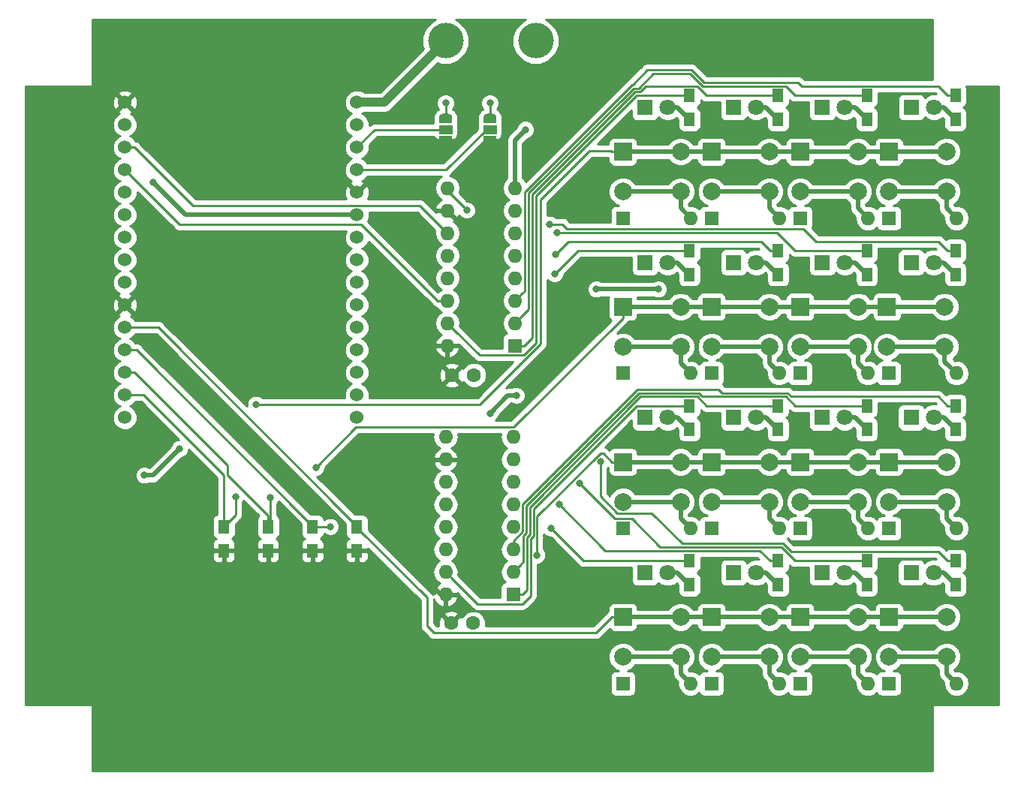
<source format=gbr>
G04 #@! TF.GenerationSoftware,KiCad,Pcbnew,(5.0.1-3-g963ef8bb5)*
G04 #@! TF.CreationDate,2019-09-16T23:21:21-05:00*
G04 #@! TF.ProjectId,smart_home_console,736D6172745F686F6D655F636F6E736F,rev?*
G04 #@! TF.SameCoordinates,Original*
G04 #@! TF.FileFunction,Copper,L1,Top,Signal*
G04 #@! TF.FilePolarity,Positive*
%FSLAX46Y46*%
G04 Gerber Fmt 4.6, Leading zero omitted, Abs format (unit mm)*
G04 Created by KiCad (PCBNEW (5.0.1-3-g963ef8bb5)) date Monday, September 16, 2019 at 11:21:21 PM*
%MOMM*%
%LPD*%
G01*
G04 APERTURE LIST*
G04 #@! TA.AperFunction,ComponentPad*
%ADD10C,1.600000*%
G04 #@! TD*
G04 #@! TA.AperFunction,ComponentPad*
%ADD11C,4.000500*%
G04 #@! TD*
G04 #@! TA.AperFunction,SMDPad,CuDef*
%ADD12C,0.500000*%
G04 #@! TD*
G04 #@! TA.AperFunction,Conductor*
%ADD13C,0.100000*%
G04 #@! TD*
G04 #@! TA.AperFunction,SMDPad,CuDef*
%ADD14R,1.500000X1.000000*%
G04 #@! TD*
G04 #@! TA.AperFunction,ComponentPad*
%ADD15C,1.800000*%
G04 #@! TD*
G04 #@! TA.AperFunction,ComponentPad*
%ADD16R,1.800000X1.800000*%
G04 #@! TD*
G04 #@! TA.AperFunction,SMDPad,CuDef*
%ADD17R,1.300000X1.500000*%
G04 #@! TD*
G04 #@! TA.AperFunction,ComponentPad*
%ADD18R,2.000000X2.000000*%
G04 #@! TD*
G04 #@! TA.AperFunction,ComponentPad*
%ADD19C,2.000000*%
G04 #@! TD*
G04 #@! TA.AperFunction,ComponentPad*
%ADD20O,1.600000X1.600000*%
G04 #@! TD*
G04 #@! TA.AperFunction,ComponentPad*
%ADD21R,1.600000X1.600000*%
G04 #@! TD*
G04 #@! TA.AperFunction,ComponentPad*
%ADD22C,1.524000*%
G04 #@! TD*
G04 #@! TA.AperFunction,ViaPad*
%ADD23C,0.800000*%
G04 #@! TD*
G04 #@! TA.AperFunction,Conductor*
%ADD24C,0.508000*%
G04 #@! TD*
G04 #@! TA.AperFunction,Conductor*
%ADD25C,0.254000*%
G04 #@! TD*
G04 #@! TA.AperFunction,Conductor*
%ADD26C,1.016000*%
G04 #@! TD*
G04 APERTURE END LIST*
D10*
G04 #@! TO.P,C1,2*
G04 #@! TO.N,GND*
X143200000Y-82700000D03*
G04 #@! TO.P,C1,1*
G04 #@! TO.N,+3V3*
X140700000Y-82700000D03*
G04 #@! TD*
G04 #@! TO.P,C2,1*
G04 #@! TO.N,+3V3*
X140600000Y-110700000D03*
G04 #@! TO.P,C2,2*
G04 #@! TO.N,GND*
X143100000Y-110700000D03*
G04 #@! TD*
D11*
G04 #@! TO.P,J1,2*
G04 #@! TO.N,Net-(J1-Pad2)*
X140000000Y-45000000D03*
G04 #@! TO.P,J1,1*
G04 #@! TO.N,GND*
X150160000Y-45000000D03*
G04 #@! TD*
D12*
G04 #@! TO.P,JP1,1*
G04 #@! TO.N,GND*
X145000000Y-53700000D03*
D13*
G04 #@! TD*
G04 #@! TO.N,GND*
G04 #@! TO.C,JP1*
G36*
X144250000Y-54250000D02*
X144250000Y-53700000D01*
X144250602Y-53700000D01*
X144250602Y-53675466D01*
X144255412Y-53626635D01*
X144264984Y-53578510D01*
X144279228Y-53531555D01*
X144298005Y-53486222D01*
X144321136Y-53442949D01*
X144348396Y-53402150D01*
X144379524Y-53364221D01*
X144414221Y-53329524D01*
X144452150Y-53298396D01*
X144492949Y-53271136D01*
X144536222Y-53248005D01*
X144581555Y-53229228D01*
X144628510Y-53214984D01*
X144676635Y-53205412D01*
X144725466Y-53200602D01*
X144750000Y-53200602D01*
X144750000Y-53200000D01*
X145250000Y-53200000D01*
X145250000Y-53200602D01*
X145274534Y-53200602D01*
X145323365Y-53205412D01*
X145371490Y-53214984D01*
X145418445Y-53229228D01*
X145463778Y-53248005D01*
X145507051Y-53271136D01*
X145547850Y-53298396D01*
X145585779Y-53329524D01*
X145620476Y-53364221D01*
X145651604Y-53402150D01*
X145678864Y-53442949D01*
X145701995Y-53486222D01*
X145720772Y-53531555D01*
X145735016Y-53578510D01*
X145744588Y-53626635D01*
X145749398Y-53675466D01*
X145749398Y-53700000D01*
X145750000Y-53700000D01*
X145750000Y-54250000D01*
X144250000Y-54250000D01*
X144250000Y-54250000D01*
G37*
D12*
G04 #@! TO.P,JP1,3*
G04 #@! TO.N,+3V3*
X145000000Y-56300000D03*
D13*
G04 #@! TD*
G04 #@! TO.N,+3V3*
G04 #@! TO.C,JP1*
G36*
X145749398Y-56300000D02*
X145749398Y-56324534D01*
X145744588Y-56373365D01*
X145735016Y-56421490D01*
X145720772Y-56468445D01*
X145701995Y-56513778D01*
X145678864Y-56557051D01*
X145651604Y-56597850D01*
X145620476Y-56635779D01*
X145585779Y-56670476D01*
X145547850Y-56701604D01*
X145507051Y-56728864D01*
X145463778Y-56751995D01*
X145418445Y-56770772D01*
X145371490Y-56785016D01*
X145323365Y-56794588D01*
X145274534Y-56799398D01*
X145250000Y-56799398D01*
X145250000Y-56800000D01*
X144750000Y-56800000D01*
X144750000Y-56799398D01*
X144725466Y-56799398D01*
X144676635Y-56794588D01*
X144628510Y-56785016D01*
X144581555Y-56770772D01*
X144536222Y-56751995D01*
X144492949Y-56728864D01*
X144452150Y-56701604D01*
X144414221Y-56670476D01*
X144379524Y-56635779D01*
X144348396Y-56597850D01*
X144321136Y-56557051D01*
X144298005Y-56513778D01*
X144279228Y-56468445D01*
X144264984Y-56421490D01*
X144255412Y-56373365D01*
X144250602Y-56324534D01*
X144250602Y-56300000D01*
X144250000Y-56300000D01*
X144250000Y-55750000D01*
X145750000Y-55750000D01*
X145750000Y-56300000D01*
X145749398Y-56300000D01*
X145749398Y-56300000D01*
G37*
D14*
G04 #@! TO.P,JP1,2*
G04 #@! TO.N,Net-(JP1-Pad2)*
X145000000Y-55000000D03*
G04 #@! TD*
G04 #@! TO.P,JP2,2*
G04 #@! TO.N,Net-(JP2-Pad2)*
X140000000Y-55000000D03*
D12*
G04 #@! TO.P,JP2,3*
G04 #@! TO.N,+3V3*
X140000000Y-56300000D03*
D13*
G04 #@! TD*
G04 #@! TO.N,+3V3*
G04 #@! TO.C,JP2*
G36*
X140749398Y-56300000D02*
X140749398Y-56324534D01*
X140744588Y-56373365D01*
X140735016Y-56421490D01*
X140720772Y-56468445D01*
X140701995Y-56513778D01*
X140678864Y-56557051D01*
X140651604Y-56597850D01*
X140620476Y-56635779D01*
X140585779Y-56670476D01*
X140547850Y-56701604D01*
X140507051Y-56728864D01*
X140463778Y-56751995D01*
X140418445Y-56770772D01*
X140371490Y-56785016D01*
X140323365Y-56794588D01*
X140274534Y-56799398D01*
X140250000Y-56799398D01*
X140250000Y-56800000D01*
X139750000Y-56800000D01*
X139750000Y-56799398D01*
X139725466Y-56799398D01*
X139676635Y-56794588D01*
X139628510Y-56785016D01*
X139581555Y-56770772D01*
X139536222Y-56751995D01*
X139492949Y-56728864D01*
X139452150Y-56701604D01*
X139414221Y-56670476D01*
X139379524Y-56635779D01*
X139348396Y-56597850D01*
X139321136Y-56557051D01*
X139298005Y-56513778D01*
X139279228Y-56468445D01*
X139264984Y-56421490D01*
X139255412Y-56373365D01*
X139250602Y-56324534D01*
X139250602Y-56300000D01*
X139250000Y-56300000D01*
X139250000Y-55750000D01*
X140750000Y-55750000D01*
X140750000Y-56300000D01*
X140749398Y-56300000D01*
X140749398Y-56300000D01*
G37*
D12*
G04 #@! TO.P,JP2,1*
G04 #@! TO.N,GND*
X140000000Y-53700000D03*
D13*
G04 #@! TD*
G04 #@! TO.N,GND*
G04 #@! TO.C,JP2*
G36*
X139250000Y-54250000D02*
X139250000Y-53700000D01*
X139250602Y-53700000D01*
X139250602Y-53675466D01*
X139255412Y-53626635D01*
X139264984Y-53578510D01*
X139279228Y-53531555D01*
X139298005Y-53486222D01*
X139321136Y-53442949D01*
X139348396Y-53402150D01*
X139379524Y-53364221D01*
X139414221Y-53329524D01*
X139452150Y-53298396D01*
X139492949Y-53271136D01*
X139536222Y-53248005D01*
X139581555Y-53229228D01*
X139628510Y-53214984D01*
X139676635Y-53205412D01*
X139725466Y-53200602D01*
X139750000Y-53200602D01*
X139750000Y-53200000D01*
X140250000Y-53200000D01*
X140250000Y-53200602D01*
X140274534Y-53200602D01*
X140323365Y-53205412D01*
X140371490Y-53214984D01*
X140418445Y-53229228D01*
X140463778Y-53248005D01*
X140507051Y-53271136D01*
X140547850Y-53298396D01*
X140585779Y-53329524D01*
X140620476Y-53364221D01*
X140651604Y-53402150D01*
X140678864Y-53442949D01*
X140701995Y-53486222D01*
X140720772Y-53531555D01*
X140735016Y-53578510D01*
X140744588Y-53626635D01*
X140749398Y-53675466D01*
X140749398Y-53700000D01*
X140750000Y-53700000D01*
X140750000Y-54250000D01*
X139250000Y-54250000D01*
X139250000Y-54250000D01*
G37*
D15*
G04 #@! TO.P,LED1,2*
G04 #@! TO.N,Net-(LED1-Pad2)*
X165040000Y-52500000D03*
D16*
G04 #@! TO.P,LED1,1*
G04 #@! TO.N,GND*
X162500000Y-52500000D03*
G04 #@! TD*
D15*
G04 #@! TO.P,LED2,2*
G04 #@! TO.N,Net-(LED2-Pad2)*
X175000000Y-52500000D03*
D16*
G04 #@! TO.P,LED2,1*
G04 #@! TO.N,GND*
X172460000Y-52500000D03*
G04 #@! TD*
G04 #@! TO.P,LED3,1*
G04 #@! TO.N,GND*
X182500000Y-52500000D03*
D15*
G04 #@! TO.P,LED3,2*
G04 #@! TO.N,Net-(LED3-Pad2)*
X185040000Y-52500000D03*
G04 #@! TD*
D16*
G04 #@! TO.P,LED4,1*
G04 #@! TO.N,GND*
X192536000Y-52500000D03*
D15*
G04 #@! TO.P,LED4,2*
G04 #@! TO.N,Net-(LED4-Pad2)*
X195076000Y-52500000D03*
G04 #@! TD*
D16*
G04 #@! TO.P,LED5,1*
G04 #@! TO.N,GND*
X162500000Y-70000000D03*
D15*
G04 #@! TO.P,LED5,2*
G04 #@! TO.N,Net-(LED5-Pad2)*
X165040000Y-70000000D03*
G04 #@! TD*
D16*
G04 #@! TO.P,LED6,1*
G04 #@! TO.N,GND*
X172500000Y-70000000D03*
D15*
G04 #@! TO.P,LED6,2*
G04 #@! TO.N,Net-(LED6-Pad2)*
X175040000Y-70000000D03*
G04 #@! TD*
D16*
G04 #@! TO.P,LED7,1*
G04 #@! TO.N,GND*
X182500000Y-70000000D03*
D15*
G04 #@! TO.P,LED7,2*
G04 #@! TO.N,Net-(LED7-Pad2)*
X185040000Y-70000000D03*
G04 #@! TD*
G04 #@! TO.P,LED8,2*
G04 #@! TO.N,Net-(LED8-Pad2)*
X195040000Y-70000000D03*
D16*
G04 #@! TO.P,LED8,1*
G04 #@! TO.N,GND*
X192500000Y-70000000D03*
G04 #@! TD*
G04 #@! TO.P,LED9,1*
G04 #@! TO.N,GND*
X162500000Y-87500000D03*
D15*
G04 #@! TO.P,LED9,2*
G04 #@! TO.N,Net-(LED9-Pad2)*
X165040000Y-87500000D03*
G04 #@! TD*
D16*
G04 #@! TO.P,LED10,1*
G04 #@! TO.N,GND*
X172500000Y-87500000D03*
D15*
G04 #@! TO.P,LED10,2*
G04 #@! TO.N,Net-(LED10-Pad2)*
X175040000Y-87500000D03*
G04 #@! TD*
D16*
G04 #@! TO.P,LED11,1*
G04 #@! TO.N,GND*
X182460000Y-87500000D03*
D15*
G04 #@! TO.P,LED11,2*
G04 #@! TO.N,Net-(LED11-Pad2)*
X185000000Y-87500000D03*
G04 #@! TD*
G04 #@! TO.P,LED12,2*
G04 #@! TO.N,Net-(LED12-Pad2)*
X195040000Y-87500000D03*
D16*
G04 #@! TO.P,LED12,1*
G04 #@! TO.N,GND*
X192500000Y-87500000D03*
G04 #@! TD*
D15*
G04 #@! TO.P,LED13,2*
G04 #@! TO.N,Net-(LED13-Pad2)*
X165040000Y-105000000D03*
D16*
G04 #@! TO.P,LED13,1*
G04 #@! TO.N,GND*
X162500000Y-105000000D03*
G04 #@! TD*
D15*
G04 #@! TO.P,LED14,2*
G04 #@! TO.N,Net-(LED14-Pad2)*
X175040000Y-105000000D03*
D16*
G04 #@! TO.P,LED14,1*
G04 #@! TO.N,GND*
X172500000Y-105000000D03*
G04 #@! TD*
D15*
G04 #@! TO.P,LED15,2*
G04 #@! TO.N,Net-(LED15-Pad2)*
X185000000Y-105000000D03*
D16*
G04 #@! TO.P,LED15,1*
G04 #@! TO.N,GND*
X182460000Y-105000000D03*
G04 #@! TD*
D15*
G04 #@! TO.P,LED16,2*
G04 #@! TO.N,Net-(LED16-Pad2)*
X195040000Y-105000000D03*
D16*
G04 #@! TO.P,LED16,1*
G04 #@! TO.N,GND*
X192500000Y-105000000D03*
G04 #@! TD*
D17*
G04 #@! TO.P,R1,2*
G04 #@! TO.N,/COL0*
X115000000Y-99800000D03*
G04 #@! TO.P,R1,1*
G04 #@! TO.N,+3V3*
X115000000Y-102500000D03*
G04 #@! TD*
G04 #@! TO.P,R2,1*
G04 #@! TO.N,+3V3*
X120000000Y-102500000D03*
G04 #@! TO.P,R2,2*
G04 #@! TO.N,/COL1*
X120000000Y-99800000D03*
G04 #@! TD*
G04 #@! TO.P,R3,1*
G04 #@! TO.N,+3V3*
X125000000Y-102500000D03*
G04 #@! TO.P,R3,2*
G04 #@! TO.N,/COL2*
X125000000Y-99800000D03*
G04 #@! TD*
G04 #@! TO.P,R4,1*
G04 #@! TO.N,+3V3*
X130000000Y-102500000D03*
G04 #@! TO.P,R4,2*
G04 #@! TO.N,/COL3*
X130000000Y-99800000D03*
G04 #@! TD*
G04 #@! TO.P,R5,1*
G04 #@! TO.N,Net-(R5-Pad1)*
X167500000Y-51150000D03*
G04 #@! TO.P,R5,2*
G04 #@! TO.N,Net-(LED1-Pad2)*
X167500000Y-53850000D03*
G04 #@! TD*
G04 #@! TO.P,R6,2*
G04 #@! TO.N,Net-(LED2-Pad2)*
X177500000Y-53850000D03*
G04 #@! TO.P,R6,1*
G04 #@! TO.N,Net-(R6-Pad1)*
X177500000Y-51150000D03*
G04 #@! TD*
G04 #@! TO.P,R7,2*
G04 #@! TO.N,Net-(LED3-Pad2)*
X187500000Y-53850000D03*
G04 #@! TO.P,R7,1*
G04 #@! TO.N,Net-(R7-Pad1)*
X187500000Y-51150000D03*
G04 #@! TD*
G04 #@! TO.P,R8,2*
G04 #@! TO.N,Net-(LED4-Pad2)*
X197500000Y-53850000D03*
G04 #@! TO.P,R8,1*
G04 #@! TO.N,Net-(R8-Pad1)*
X197500000Y-51150000D03*
G04 #@! TD*
G04 #@! TO.P,R9,1*
G04 #@! TO.N,Net-(R9-Pad1)*
X167500000Y-68650000D03*
G04 #@! TO.P,R9,2*
G04 #@! TO.N,Net-(LED5-Pad2)*
X167500000Y-71350000D03*
G04 #@! TD*
G04 #@! TO.P,R10,2*
G04 #@! TO.N,Net-(LED6-Pad2)*
X177500000Y-71350000D03*
G04 #@! TO.P,R10,1*
G04 #@! TO.N,Net-(R10-Pad1)*
X177500000Y-68650000D03*
G04 #@! TD*
G04 #@! TO.P,R11,1*
G04 #@! TO.N,Net-(R11-Pad1)*
X187500000Y-68650000D03*
G04 #@! TO.P,R11,2*
G04 #@! TO.N,Net-(LED7-Pad2)*
X187500000Y-71350000D03*
G04 #@! TD*
G04 #@! TO.P,R12,1*
G04 #@! TO.N,Net-(R12-Pad1)*
X197500000Y-68650000D03*
G04 #@! TO.P,R12,2*
G04 #@! TO.N,Net-(LED8-Pad2)*
X197500000Y-71350000D03*
G04 #@! TD*
G04 #@! TO.P,R13,2*
G04 #@! TO.N,Net-(LED9-Pad2)*
X167500000Y-88850000D03*
G04 #@! TO.P,R13,1*
G04 #@! TO.N,Net-(R13-Pad1)*
X167500000Y-86150000D03*
G04 #@! TD*
G04 #@! TO.P,R14,2*
G04 #@! TO.N,Net-(LED10-Pad2)*
X177500000Y-88850000D03*
G04 #@! TO.P,R14,1*
G04 #@! TO.N,Net-(R14-Pad1)*
X177500000Y-86150000D03*
G04 #@! TD*
G04 #@! TO.P,R15,2*
G04 #@! TO.N,Net-(LED11-Pad2)*
X187500000Y-88850000D03*
G04 #@! TO.P,R15,1*
G04 #@! TO.N,Net-(R15-Pad1)*
X187500000Y-86150000D03*
G04 #@! TD*
G04 #@! TO.P,R16,2*
G04 #@! TO.N,Net-(LED12-Pad2)*
X197500000Y-88850000D03*
G04 #@! TO.P,R16,1*
G04 #@! TO.N,Net-(R16-Pad1)*
X197500000Y-86150000D03*
G04 #@! TD*
G04 #@! TO.P,R17,1*
G04 #@! TO.N,Net-(R17-Pad1)*
X167500000Y-103650000D03*
G04 #@! TO.P,R17,2*
G04 #@! TO.N,Net-(LED13-Pad2)*
X167500000Y-106350000D03*
G04 #@! TD*
G04 #@! TO.P,R18,1*
G04 #@! TO.N,Net-(R18-Pad1)*
X177500000Y-103650000D03*
G04 #@! TO.P,R18,2*
G04 #@! TO.N,Net-(LED14-Pad2)*
X177500000Y-106350000D03*
G04 #@! TD*
G04 #@! TO.P,R19,1*
G04 #@! TO.N,Net-(R19-Pad1)*
X187500000Y-103650000D03*
G04 #@! TO.P,R19,2*
G04 #@! TO.N,Net-(LED15-Pad2)*
X187500000Y-106350000D03*
G04 #@! TD*
G04 #@! TO.P,R20,2*
G04 #@! TO.N,Net-(LED16-Pad2)*
X197500000Y-106350000D03*
G04 #@! TO.P,R20,1*
G04 #@! TO.N,Net-(R20-Pad1)*
X197500000Y-103650000D03*
G04 #@! TD*
D18*
G04 #@! TO.P,SW1,1*
G04 #@! TO.N,/COL0*
X160000000Y-57500000D03*
D19*
G04 #@! TO.P,SW1,2*
X166500000Y-57500000D03*
G04 #@! TO.P,SW1,3*
G04 #@! TO.N,Net-(D1-Pad2)*
X160000000Y-62000000D03*
G04 #@! TO.P,SW1,4*
X166500000Y-62000000D03*
G04 #@! TD*
G04 #@! TO.P,SW2,4*
G04 #@! TO.N,Net-(D2-Pad2)*
X176500000Y-62000000D03*
G04 #@! TO.P,SW2,3*
X170000000Y-62000000D03*
G04 #@! TO.P,SW2,2*
G04 #@! TO.N,/COL0*
X176500000Y-57500000D03*
D18*
G04 #@! TO.P,SW2,1*
X170000000Y-57500000D03*
G04 #@! TD*
G04 #@! TO.P,SW3,1*
G04 #@! TO.N,/COL0*
X180000000Y-57500000D03*
D19*
G04 #@! TO.P,SW3,2*
X186500000Y-57500000D03*
G04 #@! TO.P,SW3,3*
G04 #@! TO.N,Net-(D3-Pad2)*
X180000000Y-62000000D03*
G04 #@! TO.P,SW3,4*
X186500000Y-62000000D03*
G04 #@! TD*
G04 #@! TO.P,SW4,4*
G04 #@! TO.N,Net-(D4-Pad2)*
X196500000Y-62000000D03*
G04 #@! TO.P,SW4,3*
X190000000Y-62000000D03*
G04 #@! TO.P,SW4,2*
G04 #@! TO.N,/COL0*
X196500000Y-57500000D03*
D18*
G04 #@! TO.P,SW4,1*
X190000000Y-57500000D03*
G04 #@! TD*
G04 #@! TO.P,SW5,1*
G04 #@! TO.N,/COL1*
X160000000Y-75000000D03*
D19*
G04 #@! TO.P,SW5,2*
X166500000Y-75000000D03*
G04 #@! TO.P,SW5,3*
G04 #@! TO.N,Net-(D5-Pad2)*
X160000000Y-79500000D03*
G04 #@! TO.P,SW5,4*
X166500000Y-79500000D03*
G04 #@! TD*
G04 #@! TO.P,SW6,4*
G04 #@! TO.N,Net-(D6-Pad2)*
X176500000Y-79500000D03*
G04 #@! TO.P,SW6,3*
X170000000Y-79500000D03*
G04 #@! TO.P,SW6,2*
G04 #@! TO.N,/COL1*
X176500000Y-75000000D03*
D18*
G04 #@! TO.P,SW6,1*
X170000000Y-75000000D03*
G04 #@! TD*
G04 #@! TO.P,SW7,1*
G04 #@! TO.N,/COL1*
X180000000Y-75000000D03*
D19*
G04 #@! TO.P,SW7,2*
X186500000Y-75000000D03*
G04 #@! TO.P,SW7,3*
G04 #@! TO.N,Net-(D7-Pad2)*
X180000000Y-79500000D03*
G04 #@! TO.P,SW7,4*
X186500000Y-79500000D03*
G04 #@! TD*
G04 #@! TO.P,SW8,4*
G04 #@! TO.N,Net-(D8-Pad2)*
X196282500Y-79500000D03*
G04 #@! TO.P,SW8,3*
X189782500Y-79500000D03*
G04 #@! TO.P,SW8,2*
G04 #@! TO.N,/COL1*
X196282500Y-75000000D03*
D18*
G04 #@! TO.P,SW8,1*
X189782500Y-75000000D03*
G04 #@! TD*
G04 #@! TO.P,SW9,1*
G04 #@! TO.N,/COL2*
X160000000Y-92500000D03*
D19*
G04 #@! TO.P,SW9,2*
X166500000Y-92500000D03*
G04 #@! TO.P,SW9,3*
G04 #@! TO.N,Net-(D9-Pad2)*
X160000000Y-97000000D03*
G04 #@! TO.P,SW9,4*
X166500000Y-97000000D03*
G04 #@! TD*
G04 #@! TO.P,SW10,4*
G04 #@! TO.N,Net-(D10-Pad2)*
X176500000Y-97000000D03*
G04 #@! TO.P,SW10,3*
X170000000Y-97000000D03*
G04 #@! TO.P,SW10,2*
G04 #@! TO.N,/COL2*
X176500000Y-92500000D03*
D18*
G04 #@! TO.P,SW10,1*
X170000000Y-92500000D03*
G04 #@! TD*
G04 #@! TO.P,SW11,1*
G04 #@! TO.N,/COL2*
X180000000Y-92500000D03*
D19*
G04 #@! TO.P,SW11,2*
X186500000Y-92500000D03*
G04 #@! TO.P,SW11,3*
G04 #@! TO.N,Net-(D11-Pad2)*
X180000000Y-97000000D03*
G04 #@! TO.P,SW11,4*
X186500000Y-97000000D03*
G04 #@! TD*
G04 #@! TO.P,SW12,4*
G04 #@! TO.N,Net-(D12-Pad2)*
X196500000Y-97000000D03*
G04 #@! TO.P,SW12,3*
X190000000Y-97000000D03*
G04 #@! TO.P,SW12,2*
G04 #@! TO.N,/COL2*
X196500000Y-92500000D03*
D18*
G04 #@! TO.P,SW12,1*
X190000000Y-92500000D03*
G04 #@! TD*
D19*
G04 #@! TO.P,SW13,4*
G04 #@! TO.N,Net-(D13-Pad2)*
X166500000Y-114500000D03*
G04 #@! TO.P,SW13,3*
X160000000Y-114500000D03*
G04 #@! TO.P,SW13,2*
G04 #@! TO.N,/COL3*
X166500000Y-110000000D03*
D18*
G04 #@! TO.P,SW13,1*
X160000000Y-110000000D03*
G04 #@! TD*
G04 #@! TO.P,SW14,1*
G04 #@! TO.N,/COL3*
X170000000Y-110000000D03*
D19*
G04 #@! TO.P,SW14,2*
X176500000Y-110000000D03*
G04 #@! TO.P,SW14,3*
G04 #@! TO.N,Net-(D14-Pad2)*
X170000000Y-114500000D03*
G04 #@! TO.P,SW14,4*
X176500000Y-114500000D03*
G04 #@! TD*
G04 #@! TO.P,SW15,4*
G04 #@! TO.N,Net-(D15-Pad2)*
X186500000Y-114500000D03*
G04 #@! TO.P,SW15,3*
X180000000Y-114500000D03*
G04 #@! TO.P,SW15,2*
G04 #@! TO.N,/COL3*
X186500000Y-110000000D03*
D18*
G04 #@! TO.P,SW15,1*
X180000000Y-110000000D03*
G04 #@! TD*
G04 #@! TO.P,SW16,1*
G04 #@! TO.N,/COL3*
X190000000Y-110000000D03*
D19*
G04 #@! TO.P,SW16,2*
X196500000Y-110000000D03*
G04 #@! TO.P,SW16,3*
G04 #@! TO.N,Net-(D16-Pad2)*
X190000000Y-114500000D03*
G04 #@! TO.P,SW16,4*
X196500000Y-114500000D03*
G04 #@! TD*
D20*
G04 #@! TO.P,U2,16*
G04 #@! TO.N,+3V3*
X140200000Y-79380000D03*
G04 #@! TO.P,U2,8*
G04 #@! TO.N,GND*
X147820000Y-61600000D03*
G04 #@! TO.P,U2,15*
G04 #@! TO.N,Net-(R5-Pad1)*
X140200000Y-76840000D03*
G04 #@! TO.P,U2,7*
G04 #@! TO.N,Net-(R12-Pad1)*
X147820000Y-64140000D03*
G04 #@! TO.P,U2,14*
G04 #@! TO.N,/DATA*
X140200000Y-74300000D03*
G04 #@! TO.P,U2,6*
G04 #@! TO.N,Net-(R11-Pad1)*
X147820000Y-66680000D03*
G04 #@! TO.P,U2,13*
G04 #@! TO.N,GND*
X140200000Y-71760000D03*
G04 #@! TO.P,U2,5*
G04 #@! TO.N,Net-(R10-Pad1)*
X147820000Y-69220000D03*
G04 #@! TO.P,U2,12*
G04 #@! TO.N,/LATCH*
X140200000Y-69220000D03*
G04 #@! TO.P,U2,4*
G04 #@! TO.N,Net-(R9-Pad1)*
X147820000Y-71760000D03*
G04 #@! TO.P,U2,11*
G04 #@! TO.N,/CLOCK*
X140200000Y-66680000D03*
G04 #@! TO.P,U2,3*
G04 #@! TO.N,Net-(R8-Pad1)*
X147820000Y-74300000D03*
G04 #@! TO.P,U2,10*
G04 #@! TO.N,+3V3*
X140200000Y-64140000D03*
G04 #@! TO.P,U2,2*
G04 #@! TO.N,Net-(R7-Pad1)*
X147820000Y-76840000D03*
G04 #@! TO.P,U2,9*
G04 #@! TO.N,Net-(U2-Pad9)*
X140200000Y-61600000D03*
D21*
G04 #@! TO.P,U2,1*
G04 #@! TO.N,Net-(R6-Pad1)*
X147820000Y-79380000D03*
G04 #@! TD*
G04 #@! TO.P,U3,1*
G04 #@! TO.N,Net-(R14-Pad1)*
X147620000Y-107460000D03*
D20*
G04 #@! TO.P,U3,9*
G04 #@! TO.N,Net-(U3-Pad9)*
X140000000Y-89680000D03*
G04 #@! TO.P,U3,2*
G04 #@! TO.N,Net-(R15-Pad1)*
X147620000Y-104920000D03*
G04 #@! TO.P,U3,10*
G04 #@! TO.N,+3V3*
X140000000Y-92220000D03*
G04 #@! TO.P,U3,3*
G04 #@! TO.N,Net-(R16-Pad1)*
X147620000Y-102380000D03*
G04 #@! TO.P,U3,11*
G04 #@! TO.N,/CLOCK*
X140000000Y-94760000D03*
G04 #@! TO.P,U3,4*
G04 #@! TO.N,Net-(R17-Pad1)*
X147620000Y-99840000D03*
G04 #@! TO.P,U3,12*
G04 #@! TO.N,/LATCH*
X140000000Y-97300000D03*
G04 #@! TO.P,U3,5*
G04 #@! TO.N,Net-(R18-Pad1)*
X147620000Y-97300000D03*
G04 #@! TO.P,U3,13*
G04 #@! TO.N,GND*
X140000000Y-99840000D03*
G04 #@! TO.P,U3,6*
G04 #@! TO.N,Net-(R19-Pad1)*
X147620000Y-94760000D03*
G04 #@! TO.P,U3,14*
G04 #@! TO.N,Net-(U2-Pad9)*
X140000000Y-102380000D03*
G04 #@! TO.P,U3,7*
G04 #@! TO.N,Net-(R20-Pad1)*
X147620000Y-92220000D03*
G04 #@! TO.P,U3,15*
G04 #@! TO.N,Net-(R13-Pad1)*
X140000000Y-104920000D03*
G04 #@! TO.P,U3,8*
G04 #@! TO.N,GND*
X147620000Y-89680000D03*
G04 #@! TO.P,U3,16*
G04 #@! TO.N,+3V3*
X140000000Y-107460000D03*
G04 #@! TD*
D22*
G04 #@! TO.P,U1,1*
G04 #@! TO.N,Net-(U1-Pad1)*
X130000000Y-87500000D03*
G04 #@! TO.P,U1,2*
G04 #@! TO.N,Net-(U1-Pad2)*
X130000000Y-84960000D03*
G04 #@! TO.P,U1,3*
G04 #@! TO.N,Net-(U1-Pad3)*
X130000000Y-82420000D03*
G04 #@! TO.P,U1,4*
G04 #@! TO.N,Net-(U1-Pad4)*
X130000000Y-79880000D03*
G04 #@! TO.P,U1,5*
G04 #@! TO.N,Net-(U1-Pad5)*
X130000000Y-77340000D03*
G04 #@! TO.P,U1,6*
G04 #@! TO.N,Net-(U1-Pad6)*
X130000000Y-74800000D03*
G04 #@! TO.P,U1,7*
G04 #@! TO.N,Net-(U1-Pad7)*
X130000000Y-72260000D03*
G04 #@! TO.P,U1,8*
G04 #@! TO.N,Net-(U1-Pad8)*
X130000000Y-69720000D03*
G04 #@! TO.P,U1,9*
G04 #@! TO.N,Net-(U1-Pad9)*
X130000000Y-67180000D03*
G04 #@! TO.P,U1,10*
G04 #@! TO.N,GND*
X130000000Y-64640000D03*
G04 #@! TO.P,U1,11*
G04 #@! TO.N,+3V3*
X130000000Y-62100000D03*
G04 #@! TO.P,U1,12*
G04 #@! TO.N,Net-(JP1-Pad2)*
X130000000Y-59560000D03*
G04 #@! TO.P,U1,13*
G04 #@! TO.N,Net-(JP2-Pad2)*
X130000000Y-57020000D03*
G04 #@! TO.P,U1,14*
G04 #@! TO.N,GND*
X130000000Y-54480000D03*
G04 #@! TO.P,U1,15*
G04 #@! TO.N,Net-(J1-Pad2)*
X130000000Y-51940000D03*
G04 #@! TO.P,U1,16*
G04 #@! TO.N,+3V3*
X103840000Y-51940000D03*
G04 #@! TO.P,U1,17*
G04 #@! TO.N,GND*
X103840000Y-54480000D03*
G04 #@! TO.P,U1,18*
G04 #@! TO.N,/CLOCK*
X103840000Y-57020000D03*
G04 #@! TO.P,U1,19*
G04 #@! TO.N,/DATA*
X103840000Y-59560000D03*
G04 #@! TO.P,U1,20*
G04 #@! TO.N,/ROW3*
X103840000Y-62100000D03*
G04 #@! TO.P,U1,21*
G04 #@! TO.N,/ROW2*
X103840000Y-64640000D03*
G04 #@! TO.P,U1,22*
G04 #@! TO.N,/ROW1*
X103840000Y-67180000D03*
G04 #@! TO.P,U1,23*
G04 #@! TO.N,/ROW0*
X103840000Y-69720000D03*
G04 #@! TO.P,U1,24*
G04 #@! TO.N,GND*
X103840000Y-72260000D03*
G04 #@! TO.P,U1,25*
G04 #@! TO.N,+3V3*
X103840000Y-74800000D03*
G04 #@! TO.P,U1,26*
G04 #@! TO.N,/COL3*
X103840000Y-77340000D03*
G04 #@! TO.P,U1,27*
G04 #@! TO.N,/COL2*
X103840000Y-79880000D03*
G04 #@! TO.P,U1,28*
G04 #@! TO.N,/COL1*
X103840000Y-82420000D03*
G04 #@! TO.P,U1,29*
G04 #@! TO.N,/COL0*
X103840000Y-84960000D03*
G04 #@! TO.P,U1,30*
G04 #@! TO.N,/LATCH*
X103840000Y-87500000D03*
G04 #@! TD*
D21*
G04 #@! TO.P,D1,1*
G04 #@! TO.N,/ROW0*
X160000000Y-65000000D03*
D20*
G04 #@! TO.P,D1,2*
G04 #@! TO.N,Net-(D1-Pad2)*
X167620000Y-65000000D03*
G04 #@! TD*
G04 #@! TO.P,D2,2*
G04 #@! TO.N,Net-(D2-Pad2)*
X177620000Y-65000000D03*
D21*
G04 #@! TO.P,D2,1*
G04 #@! TO.N,/ROW1*
X170000000Y-65000000D03*
G04 #@! TD*
G04 #@! TO.P,D3,1*
G04 #@! TO.N,/ROW2*
X180000000Y-65000000D03*
D20*
G04 #@! TO.P,D3,2*
G04 #@! TO.N,Net-(D3-Pad2)*
X187620000Y-65000000D03*
G04 #@! TD*
D21*
G04 #@! TO.P,D4,1*
G04 #@! TO.N,/ROW3*
X190000000Y-65000000D03*
D20*
G04 #@! TO.P,D4,2*
G04 #@! TO.N,Net-(D4-Pad2)*
X197620000Y-65000000D03*
G04 #@! TD*
D21*
G04 #@! TO.P,D5,1*
G04 #@! TO.N,/ROW0*
X160000000Y-82500000D03*
D20*
G04 #@! TO.P,D5,2*
G04 #@! TO.N,Net-(D5-Pad2)*
X167620000Y-82500000D03*
G04 #@! TD*
G04 #@! TO.P,D6,2*
G04 #@! TO.N,Net-(D6-Pad2)*
X177620000Y-82500000D03*
D21*
G04 #@! TO.P,D6,1*
G04 #@! TO.N,/ROW1*
X170000000Y-82500000D03*
G04 #@! TD*
G04 #@! TO.P,D7,1*
G04 #@! TO.N,/ROW2*
X180000000Y-82500000D03*
D20*
G04 #@! TO.P,D7,2*
G04 #@! TO.N,Net-(D7-Pad2)*
X187620000Y-82500000D03*
G04 #@! TD*
G04 #@! TO.P,D8,2*
G04 #@! TO.N,Net-(D8-Pad2)*
X197620000Y-82500000D03*
D21*
G04 #@! TO.P,D8,1*
G04 #@! TO.N,/ROW3*
X190000000Y-82500000D03*
G04 #@! TD*
G04 #@! TO.P,D9,1*
G04 #@! TO.N,/ROW0*
X160000000Y-100000000D03*
D20*
G04 #@! TO.P,D9,2*
G04 #@! TO.N,Net-(D9-Pad2)*
X167620000Y-100000000D03*
G04 #@! TD*
G04 #@! TO.P,D10,2*
G04 #@! TO.N,Net-(D10-Pad2)*
X177620000Y-100000000D03*
D21*
G04 #@! TO.P,D10,1*
G04 #@! TO.N,/ROW1*
X170000000Y-100000000D03*
G04 #@! TD*
G04 #@! TO.P,D11,1*
G04 #@! TO.N,/ROW2*
X180000000Y-100000000D03*
D20*
G04 #@! TO.P,D11,2*
G04 #@! TO.N,Net-(D11-Pad2)*
X187620000Y-100000000D03*
G04 #@! TD*
G04 #@! TO.P,D12,2*
G04 #@! TO.N,Net-(D12-Pad2)*
X197620000Y-100000000D03*
D21*
G04 #@! TO.P,D12,1*
G04 #@! TO.N,/ROW3*
X190000000Y-100000000D03*
G04 #@! TD*
G04 #@! TO.P,D13,1*
G04 #@! TO.N,/ROW0*
X160000000Y-117500000D03*
D20*
G04 #@! TO.P,D13,2*
G04 #@! TO.N,Net-(D13-Pad2)*
X167620000Y-117500000D03*
G04 #@! TD*
G04 #@! TO.P,D14,2*
G04 #@! TO.N,Net-(D14-Pad2)*
X177620000Y-117500000D03*
D21*
G04 #@! TO.P,D14,1*
G04 #@! TO.N,/ROW1*
X170000000Y-117500000D03*
G04 #@! TD*
G04 #@! TO.P,D15,1*
G04 #@! TO.N,/ROW2*
X180000000Y-117500000D03*
D20*
G04 #@! TO.P,D15,2*
G04 #@! TO.N,Net-(D15-Pad2)*
X187620000Y-117500000D03*
G04 #@! TD*
G04 #@! TO.P,D16,2*
G04 #@! TO.N,Net-(D16-Pad2)*
X197620000Y-117500000D03*
D21*
G04 #@! TO.P,D16,1*
G04 #@! TO.N,/ROW3*
X190000000Y-117500000D03*
G04 #@! TD*
D23*
G04 #@! TO.N,+3V3*
X137000000Y-105000000D03*
X132000000Y-107000000D03*
X132000000Y-107000000D03*
X135000000Y-90000000D03*
X135000000Y-84000000D03*
X137000000Y-67000000D03*
X138000000Y-71000000D03*
X135000000Y-74000000D03*
G04 #@! TO.N,GND*
X140000000Y-52000000D03*
X145000000Y-52000000D03*
X149000000Y-55000000D03*
X164000000Y-73000000D03*
X157000000Y-73000000D03*
X148000000Y-85000000D03*
X145000000Y-87000000D03*
X106000000Y-94000000D03*
X110000000Y-91000000D03*
X107000000Y-61000000D03*
G04 #@! TO.N,/COL0*
X118601401Y-86001401D03*
X116300000Y-96400000D03*
G04 #@! TO.N,/COL1*
X125400000Y-93100000D03*
X120200000Y-96500000D03*
G04 #@! TO.N,/COL2*
X150300000Y-103000000D03*
X127000000Y-99800000D03*
G04 #@! TO.N,Net-(R9-Pad1)*
X152300000Y-71300000D03*
G04 #@! TO.N,Net-(R10-Pad1)*
X152400000Y-69100000D03*
G04 #@! TO.N,Net-(R11-Pad1)*
X152600000Y-66600000D03*
G04 #@! TO.N,Net-(R12-Pad1)*
X151719584Y-65679410D03*
G04 #@! TO.N,Net-(R17-Pad1)*
X151900000Y-100000000D03*
G04 #@! TO.N,Net-(R18-Pad1)*
X152800000Y-97300000D03*
G04 #@! TO.N,Net-(R19-Pad1)*
X155080416Y-94880416D03*
G04 #@! TO.N,Net-(R20-Pad1)*
X157461936Y-92498896D03*
G04 #@! TO.N,Net-(U2-Pad9)*
X142400000Y-64100000D03*
G04 #@! TD*
D24*
G04 #@! TO.N,+3V3*
X139460000Y-107460000D02*
X137000000Y-105000000D01*
X140000000Y-107460000D02*
X139460000Y-107460000D01*
X137000000Y-67000000D02*
X137000000Y-70000000D01*
X137000000Y-70000000D02*
X138000000Y-71000000D01*
X140200000Y-64140000D02*
X142000000Y-65940000D01*
D25*
G04 #@! TO.N,GND*
X140000000Y-53700000D02*
X140000000Y-52000000D01*
X145000000Y-53700000D02*
X145000000Y-52000000D01*
D24*
X147820000Y-56180000D02*
X149000000Y-55000000D01*
X147820000Y-61600000D02*
X147820000Y-56180000D01*
X164000000Y-73000000D02*
X157000000Y-73000000D01*
X147000000Y-85000000D02*
X145000000Y-87000000D01*
X148000000Y-85000000D02*
X147000000Y-85000000D01*
X107000000Y-94000000D02*
X110000000Y-91000000D01*
X106000000Y-94000000D02*
X107000000Y-94000000D01*
X130000000Y-64640000D02*
X110640000Y-64640000D01*
X110640000Y-64640000D02*
X107000000Y-61000000D01*
D26*
G04 #@! TO.N,Net-(J1-Pad2)*
X133060000Y-51940000D02*
X140000000Y-45000000D01*
X130000000Y-51940000D02*
X133060000Y-51940000D01*
D25*
G04 #@! TO.N,Net-(JP1-Pad2)*
X144604854Y-55000000D02*
X145000000Y-55000000D01*
X140044854Y-59560000D02*
X144604854Y-55000000D01*
X130000000Y-59560000D02*
X140044854Y-59560000D01*
G04 #@! TO.N,Net-(JP2-Pad2)*
X132020000Y-55000000D02*
X140000000Y-55000000D01*
X130000000Y-57020000D02*
X132020000Y-55000000D01*
D24*
G04 #@! TO.N,Net-(LED1-Pad2)*
X166150000Y-52500000D02*
X167500000Y-53850000D01*
X165040000Y-52500000D02*
X166150000Y-52500000D01*
G04 #@! TO.N,Net-(LED2-Pad2)*
X176150000Y-52500000D02*
X177500000Y-53850000D01*
X175000000Y-52500000D02*
X176150000Y-52500000D01*
G04 #@! TO.N,Net-(LED3-Pad2)*
X186150000Y-52500000D02*
X187500000Y-53850000D01*
X185040000Y-52500000D02*
X186150000Y-52500000D01*
G04 #@! TO.N,Net-(LED4-Pad2)*
X196150000Y-52500000D02*
X197500000Y-53850000D01*
X195076000Y-52500000D02*
X196150000Y-52500000D01*
G04 #@! TO.N,Net-(LED5-Pad2)*
X166150000Y-70000000D02*
X167500000Y-71350000D01*
X165040000Y-70000000D02*
X166150000Y-70000000D01*
G04 #@! TO.N,Net-(LED6-Pad2)*
X176150000Y-70000000D02*
X177500000Y-71350000D01*
X175040000Y-70000000D02*
X176150000Y-70000000D01*
G04 #@! TO.N,Net-(LED7-Pad2)*
X186150000Y-70000000D02*
X187500000Y-71350000D01*
X185040000Y-70000000D02*
X186150000Y-70000000D01*
G04 #@! TO.N,Net-(LED8-Pad2)*
X196150000Y-70000000D02*
X197500000Y-71350000D01*
X195040000Y-70000000D02*
X196150000Y-70000000D01*
G04 #@! TO.N,Net-(LED9-Pad2)*
X166150000Y-87500000D02*
X167500000Y-88850000D01*
X165040000Y-87500000D02*
X166150000Y-87500000D01*
G04 #@! TO.N,Net-(LED10-Pad2)*
X176150000Y-87500000D02*
X177500000Y-88850000D01*
X175040000Y-87500000D02*
X176150000Y-87500000D01*
G04 #@! TO.N,Net-(LED11-Pad2)*
X186150000Y-87500000D02*
X187500000Y-88850000D01*
X185000000Y-87500000D02*
X186150000Y-87500000D01*
G04 #@! TO.N,Net-(LED12-Pad2)*
X196150000Y-87500000D02*
X197500000Y-88850000D01*
X195040000Y-87500000D02*
X196150000Y-87500000D01*
G04 #@! TO.N,Net-(LED13-Pad2)*
X166150000Y-105000000D02*
X167500000Y-106350000D01*
X165040000Y-105000000D02*
X166150000Y-105000000D01*
G04 #@! TO.N,Net-(LED14-Pad2)*
X176150000Y-105000000D02*
X177500000Y-106350000D01*
X175040000Y-105000000D02*
X176150000Y-105000000D01*
G04 #@! TO.N,Net-(LED15-Pad2)*
X186150000Y-105000000D02*
X187500000Y-106350000D01*
X185000000Y-105000000D02*
X186150000Y-105000000D01*
G04 #@! TO.N,Net-(LED16-Pad2)*
X196150000Y-105000000D02*
X197500000Y-106350000D01*
X195040000Y-105000000D02*
X196150000Y-105000000D01*
G04 #@! TO.N,/COL0*
X196500000Y-57500000D02*
X160000000Y-57500000D01*
D25*
X158746000Y-57500000D02*
X158646000Y-57400000D01*
X160000000Y-57500000D02*
X158746000Y-57500000D01*
X158646000Y-57400000D02*
X156200000Y-57400000D01*
X156200000Y-57400000D02*
X150700000Y-62900000D01*
X150700000Y-62900000D02*
X150700000Y-78700000D01*
X143876272Y-86001401D02*
X118601401Y-86001401D01*
X150700000Y-79177673D02*
X143876272Y-86001401D01*
X150700000Y-78700000D02*
X150700000Y-79177673D01*
X116300000Y-96400000D02*
X116300000Y-98500000D01*
X116300000Y-98500000D02*
X115000000Y-99800000D01*
X105960000Y-84960000D02*
X103840000Y-84960000D01*
X115000000Y-94000000D02*
X105960000Y-84960000D01*
X115000000Y-99800000D02*
X115000000Y-94000000D01*
D24*
G04 #@! TO.N,/COL1*
X196282500Y-75000000D02*
X160000000Y-75000000D01*
D25*
X147653401Y-88600599D02*
X129899401Y-88600599D01*
X160000000Y-76254000D02*
X147653401Y-88600599D01*
X160000000Y-75000000D02*
X160000000Y-76254000D01*
X129899401Y-88600599D02*
X125400000Y-93100000D01*
X120200000Y-99600000D02*
X120000000Y-99800000D01*
X120200000Y-96500000D02*
X120200000Y-99600000D01*
X104917630Y-82420000D02*
X115406411Y-92908781D01*
X115406411Y-92908781D02*
X115406411Y-93986411D01*
X115406411Y-93986411D02*
X120000000Y-98580000D01*
X103840000Y-82420000D02*
X104917630Y-82420000D01*
X120000000Y-98580000D02*
X120000000Y-98796000D01*
X120000000Y-98796000D02*
X120000000Y-99800000D01*
D24*
G04 #@! TO.N,/COL2*
X196500000Y-92500000D02*
X160000000Y-92500000D01*
D25*
X125000000Y-99700000D02*
X105180000Y-79880000D01*
X104917630Y-79880000D02*
X103840000Y-79880000D01*
X105180000Y-79880000D02*
X104917630Y-79880000D01*
X125000000Y-99800000D02*
X125000000Y-99700000D01*
X158746000Y-92500000D02*
X157800000Y-91554000D01*
X160000000Y-92500000D02*
X158746000Y-92500000D01*
X157800000Y-91554000D02*
X157446000Y-91554000D01*
X150325043Y-98674957D02*
X150325040Y-101031478D01*
X157446000Y-91554000D02*
X150325043Y-98674957D01*
X150325040Y-101031478D02*
X150300000Y-101056517D01*
X150300000Y-101056517D02*
X150300000Y-103000000D01*
X127000000Y-99800000D02*
X125000000Y-99800000D01*
D24*
G04 #@! TO.N,/COL3*
X196500000Y-110000000D02*
X160000000Y-110000000D01*
D25*
X104917630Y-77340000D02*
X103840000Y-77340000D01*
X107640000Y-77340000D02*
X104917630Y-77340000D01*
X130000000Y-99700000D02*
X107640000Y-77340000D01*
X130000000Y-99800000D02*
X130000000Y-99700000D01*
X130000000Y-99900000D02*
X137900000Y-107800000D01*
X130000000Y-99800000D02*
X130000000Y-99900000D01*
X137900000Y-107800000D02*
X137900000Y-111000000D01*
X158746000Y-110000000D02*
X160000000Y-110000000D01*
X138679401Y-111779401D02*
X156966599Y-111779401D01*
X156966599Y-111779401D02*
X158746000Y-110000000D01*
X137900000Y-111000000D02*
X138679401Y-111779401D01*
G04 #@! TO.N,Net-(R5-Pad1)*
X167500000Y-51150000D02*
X161547078Y-51150000D01*
X161547078Y-51150000D02*
X150199999Y-62497079D01*
X140999999Y-77639999D02*
X140200000Y-76840000D01*
X150199999Y-62497079D02*
X150199999Y-79102923D01*
X150199999Y-79102923D02*
X148843521Y-80459401D01*
X143819401Y-80459401D02*
X140999999Y-77639999D01*
X148843521Y-80459401D02*
X143819401Y-80459401D01*
G04 #@! TO.N,Net-(R6-Pad1)*
X148874000Y-79380000D02*
X147820000Y-79380000D01*
X161953489Y-50743589D02*
X161378738Y-50743589D01*
X169402922Y-51150000D02*
X168373521Y-50120599D01*
X168373521Y-50120599D02*
X162576479Y-50120599D01*
X177500000Y-51150000D02*
X169402922Y-51150000D01*
X162576479Y-50120599D02*
X161953489Y-50743589D01*
X161378738Y-50743589D02*
X149793589Y-62328738D01*
X149793589Y-62328738D02*
X149793589Y-78460411D01*
X149793589Y-78460411D02*
X148874000Y-79380000D01*
G04 #@! TO.N,Net-(R7-Pad1)*
X149387178Y-62160398D02*
X149387178Y-75272822D01*
X179402922Y-51150000D02*
X178373521Y-50120599D01*
X187500000Y-51150000D02*
X179402922Y-51150000D01*
X167568341Y-48693591D02*
X163428736Y-48693591D01*
X168995349Y-50120599D02*
X167568341Y-48693591D01*
X163428736Y-48693591D02*
X161785149Y-50337178D01*
X161785149Y-50337178D02*
X161210398Y-50337178D01*
X161210398Y-50337178D02*
X149387178Y-62160398D01*
X149387178Y-75272822D02*
X148619999Y-76040001D01*
X178373521Y-50120599D02*
X168995349Y-50120599D01*
X148619999Y-76040001D02*
X147820000Y-76840000D01*
G04 #@! TO.N,Net-(R8-Pad1)*
X148899401Y-62073424D02*
X148899401Y-73220599D01*
X161042058Y-49930767D02*
X148899401Y-62073424D01*
X148619999Y-73500001D02*
X147820000Y-74300000D01*
X148899401Y-73220599D02*
X148619999Y-73500001D01*
X167736681Y-48287181D02*
X162743584Y-48287183D01*
X162743584Y-48287183D02*
X161100000Y-49930767D01*
X169163688Y-49714188D02*
X167736681Y-48287181D01*
X180195349Y-50120599D02*
X179788938Y-49714188D01*
X195566599Y-50120599D02*
X180195349Y-50120599D01*
X196596000Y-51150000D02*
X195566599Y-50120599D01*
X179788938Y-49714188D02*
X169163688Y-49714188D01*
X197500000Y-51150000D02*
X196596000Y-51150000D01*
X161100000Y-49930767D02*
X161042058Y-49930767D01*
G04 #@! TO.N,Net-(R9-Pad1)*
X154950000Y-68650000D02*
X152300000Y-71300000D01*
X167500000Y-68650000D02*
X154950000Y-68650000D01*
G04 #@! TO.N,Net-(R10-Pad1)*
X175566599Y-67620599D02*
X153879401Y-67620599D01*
X176596000Y-68650000D02*
X175566599Y-67620599D01*
X153879401Y-67620599D02*
X152400000Y-69100000D01*
X177500000Y-68650000D02*
X176596000Y-68650000D01*
G04 #@! TO.N,Net-(R11-Pad1)*
X187500000Y-68650000D02*
X179402922Y-68650000D01*
X179402922Y-68650000D02*
X177352922Y-66600000D01*
X177352922Y-66600000D02*
X152600000Y-66600000D01*
G04 #@! TO.N,Net-(R12-Pad1)*
X180368341Y-66193591D02*
X153698444Y-66193591D01*
X181795349Y-67620599D02*
X180368341Y-66193591D01*
X197500000Y-68650000D02*
X196596000Y-68650000D01*
X195566599Y-67620599D02*
X181795349Y-67620599D01*
X152285269Y-65679410D02*
X151719584Y-65679410D01*
X196596000Y-68650000D02*
X195566599Y-67620599D01*
X153698444Y-66193591D02*
X153184263Y-65679410D01*
X153184263Y-65679410D02*
X152285269Y-65679410D01*
G04 #@! TO.N,Net-(R13-Pad1)*
X149600000Y-101181766D02*
X149600000Y-107582922D01*
X149918631Y-97778447D02*
X149918631Y-100863136D01*
X149918631Y-100863136D02*
X149600000Y-101181766D01*
X143619401Y-108539401D02*
X140799999Y-105719999D01*
X167500000Y-86150000D02*
X161547078Y-86150000D01*
X140799999Y-105719999D02*
X140000000Y-104920000D01*
X148643521Y-108539401D02*
X143619401Y-108539401D01*
X149600000Y-107582922D02*
X148643521Y-108539401D01*
X161547078Y-86150000D02*
X149918631Y-97778447D01*
G04 #@! TO.N,Net-(R14-Pad1)*
X149193589Y-101013426D02*
X149193589Y-106940411D01*
X169402922Y-86150000D02*
X168373521Y-85120599D01*
X177500000Y-86150000D02*
X169402922Y-86150000D01*
X162001728Y-85120599D02*
X149512222Y-97610105D01*
X149512222Y-97610105D02*
X149512222Y-100694794D01*
X149512222Y-100694794D02*
X149193589Y-101013426D01*
X148674000Y-107460000D02*
X147620000Y-107460000D01*
X149193589Y-106940411D02*
X148674000Y-107460000D01*
X168373521Y-85120599D02*
X162001728Y-85120599D01*
G04 #@! TO.N,Net-(R15-Pad1)*
X178373521Y-85120599D02*
X168948272Y-85120599D01*
X149105812Y-97441764D02*
X149105812Y-100526453D01*
X149105812Y-100526453D02*
X148787178Y-100845086D01*
X148787178Y-100845086D02*
X148787178Y-103752822D01*
X187500000Y-86150000D02*
X179402922Y-86150000D01*
X168541861Y-84714188D02*
X161833388Y-84714188D01*
X148787178Y-103752822D02*
X148419999Y-104120001D01*
X179402922Y-86150000D02*
X178373521Y-85120599D01*
X148419999Y-104120001D02*
X147620000Y-104920000D01*
X168948272Y-85120599D02*
X168541861Y-84714188D01*
X161833388Y-84714188D02*
X149105812Y-97441764D01*
G04 #@! TO.N,Net-(R16-Pad1)*
X147620000Y-101437514D02*
X147620000Y-102380000D01*
X195566599Y-85120599D02*
X178948272Y-85120599D01*
X161665048Y-84307777D02*
X148699401Y-97273424D01*
X178948272Y-85120599D02*
X178541861Y-84714188D01*
X171163688Y-84714188D02*
X170757277Y-84307777D01*
X148699401Y-97273424D02*
X148699401Y-100358113D01*
X148699401Y-100358113D02*
X147620000Y-101437514D01*
X197500000Y-86150000D02*
X196596000Y-86150000D01*
X170757277Y-84307777D02*
X161665048Y-84307777D01*
X196596000Y-86150000D02*
X195566599Y-85120599D01*
X178541861Y-84714188D02*
X171163688Y-84714188D01*
G04 #@! TO.N,Net-(R17-Pad1)*
X155550000Y-103650000D02*
X151900000Y-100000000D01*
X167500000Y-103650000D02*
X155550000Y-103650000D01*
G04 #@! TO.N,Net-(R18-Pad1)*
X177500000Y-103650000D02*
X176596000Y-103650000D01*
X176596000Y-103650000D02*
X175446000Y-102500000D01*
X158000000Y-102500000D02*
X152800000Y-97300000D01*
X175446000Y-102500000D02*
X158000000Y-102500000D01*
G04 #@! TO.N,Net-(R19-Pad1)*
X164196511Y-102093589D02*
X161023521Y-98920599D01*
X159120599Y-98920599D02*
X155480415Y-95280415D01*
X155480415Y-95280415D02*
X155080416Y-94880416D01*
X187500000Y-103650000D02*
X179402922Y-103650000D01*
X177846511Y-102093589D02*
X164196511Y-102093589D01*
X161023521Y-98920599D02*
X159120599Y-98920599D01*
X179402922Y-103650000D02*
X177846511Y-102093589D01*
G04 #@! TO.N,Net-(R20-Pad1)*
X197500000Y-103650000D02*
X196596000Y-103650000D01*
X196596000Y-103650000D02*
X195566599Y-102620599D01*
X166687178Y-101687178D02*
X163279401Y-98279401D01*
X157461936Y-96355450D02*
X157461936Y-93064581D01*
X178948272Y-102620599D02*
X178014851Y-101687178D01*
X178014851Y-101687178D02*
X166687178Y-101687178D01*
X195566599Y-102620599D02*
X178948272Y-102620599D01*
X159385887Y-98279401D02*
X157461936Y-96355450D01*
X157461936Y-93064581D02*
X157461936Y-92498896D01*
X163279401Y-98279401D02*
X159385887Y-98279401D01*
D24*
G04 #@! TO.N,Net-(D1-Pad2)*
X160000000Y-62000000D02*
X166500000Y-62000000D01*
X166500000Y-63880000D02*
X167620000Y-65000000D01*
X166500000Y-62000000D02*
X166500000Y-63880000D01*
G04 #@! TO.N,Net-(D2-Pad2)*
X170000000Y-62000000D02*
X176500000Y-62000000D01*
X176500000Y-63880000D02*
X177620000Y-65000000D01*
X176500000Y-62000000D02*
X176500000Y-63880000D01*
G04 #@! TO.N,Net-(D3-Pad2)*
X180000000Y-62000000D02*
X186500000Y-62000000D01*
X186500000Y-63880000D02*
X187620000Y-65000000D01*
X186500000Y-62000000D02*
X186500000Y-63880000D01*
G04 #@! TO.N,Net-(D4-Pad2)*
X190000000Y-62000000D02*
X196500000Y-62000000D01*
X196500000Y-63880000D02*
X197620000Y-65000000D01*
X196500000Y-62000000D02*
X196500000Y-63880000D01*
G04 #@! TO.N,Net-(D5-Pad2)*
X160000000Y-79500000D02*
X166500000Y-79500000D01*
X166500000Y-81380000D02*
X167620000Y-82500000D01*
X166500000Y-79500000D02*
X166500000Y-81380000D01*
G04 #@! TO.N,Net-(D6-Pad2)*
X170000000Y-79500000D02*
X176500000Y-79500000D01*
X176500000Y-81380000D02*
X177620000Y-82500000D01*
X176500000Y-79500000D02*
X176500000Y-81380000D01*
G04 #@! TO.N,Net-(D7-Pad2)*
X180000000Y-79500000D02*
X186500000Y-79500000D01*
X186500000Y-81380000D02*
X187620000Y-82500000D01*
X186500000Y-79500000D02*
X186500000Y-81380000D01*
G04 #@! TO.N,Net-(D8-Pad2)*
X189782500Y-79500000D02*
X196282500Y-79500000D01*
X196282500Y-81162500D02*
X197620000Y-82500000D01*
X196282500Y-79500000D02*
X196282500Y-81162500D01*
G04 #@! TO.N,Net-(D9-Pad2)*
X160000000Y-97000000D02*
X166500000Y-97000000D01*
X166500000Y-98880000D02*
X167620000Y-100000000D01*
X166500000Y-97000000D02*
X166500000Y-98880000D01*
G04 #@! TO.N,Net-(D10-Pad2)*
X170000000Y-97000000D02*
X176500000Y-97000000D01*
X176500000Y-98880000D02*
X177620000Y-100000000D01*
X176500000Y-97000000D02*
X176500000Y-98880000D01*
G04 #@! TO.N,Net-(D11-Pad2)*
X180000000Y-97000000D02*
X186500000Y-97000000D01*
X186500000Y-98880000D02*
X187620000Y-100000000D01*
X186500000Y-97000000D02*
X186500000Y-98880000D01*
G04 #@! TO.N,Net-(D12-Pad2)*
X190000000Y-97000000D02*
X196500000Y-97000000D01*
X196500000Y-98880000D02*
X197620000Y-100000000D01*
X196500000Y-97000000D02*
X196500000Y-98880000D01*
G04 #@! TO.N,Net-(D13-Pad2)*
X160000000Y-114500000D02*
X166500000Y-114500000D01*
X166500000Y-116380000D02*
X167620000Y-117500000D01*
X166500000Y-114500000D02*
X166500000Y-116380000D01*
G04 #@! TO.N,Net-(D14-Pad2)*
X170000000Y-114500000D02*
X176500000Y-114500000D01*
X176500000Y-116380000D02*
X177620000Y-117500000D01*
X176500000Y-114500000D02*
X176500000Y-116380000D01*
G04 #@! TO.N,Net-(D15-Pad2)*
X180000000Y-114500000D02*
X186500000Y-114500000D01*
X186500000Y-116380000D02*
X187620000Y-117500000D01*
X186500000Y-114500000D02*
X186500000Y-116380000D01*
G04 #@! TO.N,Net-(D16-Pad2)*
X190000000Y-114500000D02*
X196500000Y-114500000D01*
X196500000Y-116380000D02*
X197620000Y-117500000D01*
X196500000Y-114500000D02*
X196500000Y-116380000D01*
D25*
G04 #@! TO.N,/CLOCK*
X111496229Y-63598599D02*
X104917630Y-57020000D01*
X104917630Y-57020000D02*
X103840000Y-57020000D01*
X140200000Y-66680000D02*
X137118599Y-63598599D01*
X137118599Y-63598599D02*
X111496229Y-63598599D01*
G04 #@! TO.N,/DATA*
X109961401Y-65681401D02*
X104601999Y-60321999D01*
X130450031Y-65681401D02*
X109961401Y-65681401D01*
X139068630Y-74300000D02*
X130450031Y-65681401D01*
X104601999Y-60321999D02*
X103840000Y-59560000D01*
X140200000Y-74300000D02*
X139068630Y-74300000D01*
G04 #@! TO.N,Net-(U2-Pad9)*
X140200000Y-61900000D02*
X140200000Y-61600000D01*
X142400000Y-64100000D02*
X140200000Y-61900000D01*
G04 #@! TD*
G04 #@! TO.N,+3V3*
G36*
X138507251Y-42765943D02*
X137765943Y-43507251D01*
X137364750Y-44475816D01*
X137364750Y-45524184D01*
X137509621Y-45873933D01*
X132586555Y-50797000D01*
X130832657Y-50797000D01*
X130791337Y-50755680D01*
X130277881Y-50543000D01*
X129722119Y-50543000D01*
X129208663Y-50755680D01*
X128815680Y-51148663D01*
X128603000Y-51662119D01*
X128603000Y-52217881D01*
X128815680Y-52731337D01*
X129208663Y-53124320D01*
X129415513Y-53210000D01*
X129208663Y-53295680D01*
X128815680Y-53688663D01*
X128603000Y-54202119D01*
X128603000Y-54757881D01*
X128815680Y-55271337D01*
X129208663Y-55664320D01*
X129415513Y-55750000D01*
X129208663Y-55835680D01*
X128815680Y-56228663D01*
X128603000Y-56742119D01*
X128603000Y-57297881D01*
X128815680Y-57811337D01*
X129208663Y-58204320D01*
X129415513Y-58290000D01*
X129208663Y-58375680D01*
X128815680Y-58768663D01*
X128603000Y-59282119D01*
X128603000Y-59837881D01*
X128815680Y-60351337D01*
X129208663Y-60744320D01*
X129399647Y-60823428D01*
X129268857Y-60877603D01*
X129199392Y-61119787D01*
X130000000Y-61920395D01*
X130800608Y-61119787D01*
X130731143Y-60877603D01*
X130590607Y-60827465D01*
X130791337Y-60744320D01*
X131184320Y-60351337D01*
X131196472Y-60322000D01*
X139529731Y-60322000D01*
X139165423Y-60565423D01*
X138848260Y-61040091D01*
X138736887Y-61600000D01*
X138848260Y-62159909D01*
X139165423Y-62634577D01*
X139549108Y-62890947D01*
X139344866Y-62987611D01*
X138968959Y-63402577D01*
X138808096Y-63790961D01*
X138930085Y-64013000D01*
X140073000Y-64013000D01*
X140073000Y-63993000D01*
X140327000Y-63993000D01*
X140327000Y-64013000D01*
X140347000Y-64013000D01*
X140347000Y-64267000D01*
X140327000Y-64267000D01*
X140327000Y-64287000D01*
X140073000Y-64287000D01*
X140073000Y-64267000D01*
X138930085Y-64267000D01*
X138906875Y-64309245D01*
X137710482Y-63112852D01*
X137667970Y-63049228D01*
X137415916Y-62880811D01*
X137193647Y-62836599D01*
X137193642Y-62836599D01*
X137118599Y-62821672D01*
X137043556Y-62836599D01*
X131203375Y-62836599D01*
X131222397Y-62831143D01*
X131409144Y-62307698D01*
X131381362Y-61752632D01*
X131222397Y-61368857D01*
X130980213Y-61299392D01*
X130179605Y-62100000D01*
X130193748Y-62114143D01*
X130014143Y-62293748D01*
X130000000Y-62279605D01*
X129985858Y-62293748D01*
X129806253Y-62114143D01*
X129820395Y-62100000D01*
X129019787Y-61299392D01*
X128777603Y-61368857D01*
X128590856Y-61892302D01*
X128618638Y-62447368D01*
X128777603Y-62831143D01*
X128796625Y-62836599D01*
X111811860Y-62836599D01*
X105509513Y-56534253D01*
X105467001Y-56470629D01*
X105214947Y-56302212D01*
X105040404Y-56267493D01*
X105024320Y-56228663D01*
X104631337Y-55835680D01*
X104424487Y-55750000D01*
X104631337Y-55664320D01*
X105024320Y-55271337D01*
X105237000Y-54757881D01*
X105237000Y-54202119D01*
X105024320Y-53688663D01*
X104631337Y-53295680D01*
X104440353Y-53216572D01*
X104571143Y-53162397D01*
X104640608Y-52920213D01*
X103840000Y-52119605D01*
X103039392Y-52920213D01*
X103108857Y-53162397D01*
X103249393Y-53212535D01*
X103048663Y-53295680D01*
X102655680Y-53688663D01*
X102443000Y-54202119D01*
X102443000Y-54757881D01*
X102655680Y-55271337D01*
X103048663Y-55664320D01*
X103255513Y-55750000D01*
X103048663Y-55835680D01*
X102655680Y-56228663D01*
X102443000Y-56742119D01*
X102443000Y-57297881D01*
X102655680Y-57811337D01*
X103048663Y-58204320D01*
X103255513Y-58290000D01*
X103048663Y-58375680D01*
X102655680Y-58768663D01*
X102443000Y-59282119D01*
X102443000Y-59837881D01*
X102655680Y-60351337D01*
X103048663Y-60744320D01*
X103255513Y-60830000D01*
X103048663Y-60915680D01*
X102655680Y-61308663D01*
X102443000Y-61822119D01*
X102443000Y-62377881D01*
X102655680Y-62891337D01*
X103048663Y-63284320D01*
X103255513Y-63370000D01*
X103048663Y-63455680D01*
X102655680Y-63848663D01*
X102443000Y-64362119D01*
X102443000Y-64917881D01*
X102655680Y-65431337D01*
X103048663Y-65824320D01*
X103255513Y-65910000D01*
X103048663Y-65995680D01*
X102655680Y-66388663D01*
X102443000Y-66902119D01*
X102443000Y-67457881D01*
X102655680Y-67971337D01*
X103048663Y-68364320D01*
X103255513Y-68450000D01*
X103048663Y-68535680D01*
X102655680Y-68928663D01*
X102443000Y-69442119D01*
X102443000Y-69997881D01*
X102655680Y-70511337D01*
X103048663Y-70904320D01*
X103255513Y-70990000D01*
X103048663Y-71075680D01*
X102655680Y-71468663D01*
X102443000Y-71982119D01*
X102443000Y-72537881D01*
X102655680Y-73051337D01*
X103048663Y-73444320D01*
X103239647Y-73523428D01*
X103108857Y-73577603D01*
X103039392Y-73819787D01*
X103840000Y-74620395D01*
X104640608Y-73819787D01*
X104571143Y-73577603D01*
X104430607Y-73527465D01*
X104631337Y-73444320D01*
X105024320Y-73051337D01*
X105237000Y-72537881D01*
X105237000Y-71982119D01*
X105024320Y-71468663D01*
X104631337Y-71075680D01*
X104424487Y-70990000D01*
X104631337Y-70904320D01*
X105024320Y-70511337D01*
X105237000Y-69997881D01*
X105237000Y-69442119D01*
X105024320Y-68928663D01*
X104631337Y-68535680D01*
X104424487Y-68450000D01*
X104631337Y-68364320D01*
X105024320Y-67971337D01*
X105237000Y-67457881D01*
X105237000Y-66902119D01*
X105024320Y-66388663D01*
X104631337Y-65995680D01*
X104424487Y-65910000D01*
X104631337Y-65824320D01*
X105024320Y-65431337D01*
X105237000Y-64917881D01*
X105237000Y-64362119D01*
X105024320Y-63848663D01*
X104631337Y-63455680D01*
X104424487Y-63370000D01*
X104631337Y-63284320D01*
X105024320Y-62891337D01*
X105237000Y-62377881D01*
X105237000Y-62034630D01*
X109369518Y-66167149D01*
X109412030Y-66230772D01*
X109664084Y-66399189D01*
X109886353Y-66443401D01*
X109886358Y-66443401D01*
X109961401Y-66458328D01*
X110036444Y-66443401D01*
X128793007Y-66443401D01*
X128603000Y-66902119D01*
X128603000Y-67457881D01*
X128815680Y-67971337D01*
X129208663Y-68364320D01*
X129415513Y-68450000D01*
X129208663Y-68535680D01*
X128815680Y-68928663D01*
X128603000Y-69442119D01*
X128603000Y-69997881D01*
X128815680Y-70511337D01*
X129208663Y-70904320D01*
X129415513Y-70990000D01*
X129208663Y-71075680D01*
X128815680Y-71468663D01*
X128603000Y-71982119D01*
X128603000Y-72537881D01*
X128815680Y-73051337D01*
X129208663Y-73444320D01*
X129415513Y-73530000D01*
X129208663Y-73615680D01*
X128815680Y-74008663D01*
X128603000Y-74522119D01*
X128603000Y-75077881D01*
X128815680Y-75591337D01*
X129208663Y-75984320D01*
X129415513Y-76070000D01*
X129208663Y-76155680D01*
X128815680Y-76548663D01*
X128603000Y-77062119D01*
X128603000Y-77617881D01*
X128815680Y-78131337D01*
X129208663Y-78524320D01*
X129415513Y-78610000D01*
X129208663Y-78695680D01*
X128815680Y-79088663D01*
X128603000Y-79602119D01*
X128603000Y-80157881D01*
X128815680Y-80671337D01*
X129208663Y-81064320D01*
X129415513Y-81150000D01*
X129208663Y-81235680D01*
X128815680Y-81628663D01*
X128603000Y-82142119D01*
X128603000Y-82697881D01*
X128815680Y-83211337D01*
X129208663Y-83604320D01*
X129415513Y-83690000D01*
X129208663Y-83775680D01*
X128815680Y-84168663D01*
X128603000Y-84682119D01*
X128603000Y-85237881D01*
X128603630Y-85239401D01*
X119303112Y-85239401D01*
X119187681Y-85123970D01*
X118807275Y-84966401D01*
X118395527Y-84966401D01*
X118015121Y-85123970D01*
X117723970Y-85415121D01*
X117566401Y-85795527D01*
X117566401Y-86188771D01*
X108231884Y-76854254D01*
X108189371Y-76790629D01*
X107937317Y-76622212D01*
X107715048Y-76578000D01*
X107715043Y-76578000D01*
X107640000Y-76563073D01*
X107564957Y-76578000D01*
X105036472Y-76578000D01*
X105024320Y-76548663D01*
X104631337Y-76155680D01*
X104440353Y-76076572D01*
X104571143Y-76022397D01*
X104640608Y-75780213D01*
X103840000Y-74979605D01*
X103039392Y-75780213D01*
X103108857Y-76022397D01*
X103249393Y-76072535D01*
X103048663Y-76155680D01*
X102655680Y-76548663D01*
X102443000Y-77062119D01*
X102443000Y-77617881D01*
X102655680Y-78131337D01*
X103048663Y-78524320D01*
X103255513Y-78610000D01*
X103048663Y-78695680D01*
X102655680Y-79088663D01*
X102443000Y-79602119D01*
X102443000Y-80157881D01*
X102655680Y-80671337D01*
X103048663Y-81064320D01*
X103255513Y-81150000D01*
X103048663Y-81235680D01*
X102655680Y-81628663D01*
X102443000Y-82142119D01*
X102443000Y-82697881D01*
X102655680Y-83211337D01*
X103048663Y-83604320D01*
X103255513Y-83690000D01*
X103048663Y-83775680D01*
X102655680Y-84168663D01*
X102443000Y-84682119D01*
X102443000Y-85237881D01*
X102655680Y-85751337D01*
X103048663Y-86144320D01*
X103255513Y-86230000D01*
X103048663Y-86315680D01*
X102655680Y-86708663D01*
X102443000Y-87222119D01*
X102443000Y-87777881D01*
X102655680Y-88291337D01*
X103048663Y-88684320D01*
X103562119Y-88897000D01*
X104117881Y-88897000D01*
X104631337Y-88684320D01*
X105024320Y-88291337D01*
X105237000Y-87777881D01*
X105237000Y-87222119D01*
X105024320Y-86708663D01*
X104631337Y-86315680D01*
X104424487Y-86230000D01*
X104631337Y-86144320D01*
X105024320Y-85751337D01*
X105036472Y-85722000D01*
X105644370Y-85722000D01*
X109887370Y-89965000D01*
X109794126Y-89965000D01*
X109413720Y-90122569D01*
X109122569Y-90413720D01*
X108976570Y-90766195D01*
X106631765Y-93111000D01*
X106558350Y-93111000D01*
X106205874Y-92965000D01*
X105794126Y-92965000D01*
X105413720Y-93122569D01*
X105122569Y-93413720D01*
X104965000Y-93794126D01*
X104965000Y-94205874D01*
X105122569Y-94586280D01*
X105413720Y-94877431D01*
X105794126Y-95035000D01*
X106205874Y-95035000D01*
X106558350Y-94889000D01*
X106912445Y-94889000D01*
X107000000Y-94906416D01*
X107087555Y-94889000D01*
X107087556Y-94889000D01*
X107346870Y-94837419D01*
X107640933Y-94640933D01*
X107690531Y-94566704D01*
X110233805Y-92023430D01*
X110586280Y-91877431D01*
X110877431Y-91586280D01*
X111035000Y-91205874D01*
X111035000Y-91112631D01*
X114238001Y-94315632D01*
X114238000Y-98424838D01*
X114102235Y-98451843D01*
X113892191Y-98592191D01*
X113751843Y-98802235D01*
X113702560Y-99050000D01*
X113702560Y-100550000D01*
X113751843Y-100797765D01*
X113892191Y-101007809D01*
X114102235Y-101148157D01*
X114130209Y-101153721D01*
X113990301Y-101211673D01*
X113811673Y-101390302D01*
X113715000Y-101623691D01*
X113715000Y-102214250D01*
X113873750Y-102373000D01*
X114873000Y-102373000D01*
X114873000Y-102353000D01*
X115127000Y-102353000D01*
X115127000Y-102373000D01*
X116126250Y-102373000D01*
X116285000Y-102214250D01*
X116285000Y-101623691D01*
X116188327Y-101390302D01*
X116009699Y-101211673D01*
X115869791Y-101153721D01*
X115897765Y-101148157D01*
X116107809Y-101007809D01*
X116248157Y-100797765D01*
X116297440Y-100550000D01*
X116297440Y-99580191D01*
X116785749Y-99091882D01*
X116849371Y-99049371D01*
X117017788Y-98797317D01*
X117062000Y-98575048D01*
X117062000Y-98575047D01*
X117076928Y-98500000D01*
X117062000Y-98424953D01*
X117062000Y-97101711D01*
X117177431Y-96986280D01*
X117221722Y-96879352D01*
X118917589Y-98575220D01*
X118892191Y-98592191D01*
X118751843Y-98802235D01*
X118702560Y-99050000D01*
X118702560Y-100550000D01*
X118751843Y-100797765D01*
X118892191Y-101007809D01*
X119102235Y-101148157D01*
X119130209Y-101153721D01*
X118990301Y-101211673D01*
X118811673Y-101390302D01*
X118715000Y-101623691D01*
X118715000Y-102214250D01*
X118873750Y-102373000D01*
X119873000Y-102373000D01*
X119873000Y-102353000D01*
X120127000Y-102353000D01*
X120127000Y-102373000D01*
X121126250Y-102373000D01*
X121285000Y-102214250D01*
X121285000Y-101623691D01*
X121188327Y-101390302D01*
X121009699Y-101211673D01*
X120869791Y-101153721D01*
X120897765Y-101148157D01*
X121107809Y-101007809D01*
X121248157Y-100797765D01*
X121297440Y-100550000D01*
X121297440Y-99050000D01*
X121248157Y-98802235D01*
X121107809Y-98592191D01*
X120962000Y-98494764D01*
X120962000Y-97201711D01*
X121077431Y-97086280D01*
X121145153Y-96922784D01*
X123702560Y-99480191D01*
X123702560Y-100550000D01*
X123751843Y-100797765D01*
X123892191Y-101007809D01*
X124102235Y-101148157D01*
X124130209Y-101153721D01*
X123990301Y-101211673D01*
X123811673Y-101390302D01*
X123715000Y-101623691D01*
X123715000Y-102214250D01*
X123873750Y-102373000D01*
X124873000Y-102373000D01*
X124873000Y-102353000D01*
X125127000Y-102353000D01*
X125127000Y-102373000D01*
X126126250Y-102373000D01*
X126285000Y-102214250D01*
X126285000Y-101623691D01*
X126188327Y-101390302D01*
X126009699Y-101211673D01*
X125869791Y-101153721D01*
X125897765Y-101148157D01*
X126107809Y-101007809D01*
X126248157Y-100797765D01*
X126295053Y-100562000D01*
X126298289Y-100562000D01*
X126413720Y-100677431D01*
X126794126Y-100835000D01*
X127205874Y-100835000D01*
X127586280Y-100677431D01*
X127877431Y-100386280D01*
X128035000Y-100005874D01*
X128035000Y-99594126D01*
X127877431Y-99213720D01*
X127586280Y-98922569D01*
X127205874Y-98765000D01*
X126794126Y-98765000D01*
X126413720Y-98922569D01*
X126298289Y-99038000D01*
X126295053Y-99038000D01*
X126248157Y-98802235D01*
X126107809Y-98592191D01*
X125897765Y-98451843D01*
X125650000Y-98402560D01*
X124780191Y-98402560D01*
X105771884Y-79394254D01*
X105729371Y-79330629D01*
X105477317Y-79162212D01*
X105255048Y-79118000D01*
X105255043Y-79118000D01*
X105180000Y-79103073D01*
X105104957Y-79118000D01*
X105036472Y-79118000D01*
X105024320Y-79088663D01*
X104631337Y-78695680D01*
X104424487Y-78610000D01*
X104631337Y-78524320D01*
X105024320Y-78131337D01*
X105036472Y-78102000D01*
X107324370Y-78102000D01*
X128702560Y-99480191D01*
X128702560Y-100550000D01*
X128751843Y-100797765D01*
X128892191Y-101007809D01*
X129102235Y-101148157D01*
X129130209Y-101153721D01*
X128990301Y-101211673D01*
X128811673Y-101390302D01*
X128715000Y-101623691D01*
X128715000Y-102214250D01*
X128873750Y-102373000D01*
X129873000Y-102373000D01*
X129873000Y-102353000D01*
X130127000Y-102353000D01*
X130127000Y-102373000D01*
X131126250Y-102373000D01*
X131260810Y-102238440D01*
X137138000Y-108115631D01*
X137138001Y-110924952D01*
X137123073Y-111000000D01*
X137182213Y-111297317D01*
X137305669Y-111482082D01*
X137350630Y-111549371D01*
X137414252Y-111591882D01*
X138087517Y-112265147D01*
X138130030Y-112328772D01*
X138328042Y-112461079D01*
X138382082Y-112497188D01*
X138382083Y-112497188D01*
X138382084Y-112497189D01*
X138604353Y-112541401D01*
X138604357Y-112541401D01*
X138679400Y-112556328D01*
X138754443Y-112541401D01*
X156891556Y-112541401D01*
X156966599Y-112556328D01*
X157041642Y-112541401D01*
X157041647Y-112541401D01*
X157263916Y-112497189D01*
X157515970Y-112328772D01*
X157558482Y-112265148D01*
X158471547Y-111352084D01*
X158542191Y-111457809D01*
X158752235Y-111598157D01*
X159000000Y-111647440D01*
X161000000Y-111647440D01*
X161247765Y-111598157D01*
X161457809Y-111457809D01*
X161598157Y-111247765D01*
X161647440Y-111000000D01*
X161647440Y-110889000D01*
X165098525Y-110889000D01*
X165113914Y-110926153D01*
X165573847Y-111386086D01*
X166174778Y-111635000D01*
X166825222Y-111635000D01*
X167426153Y-111386086D01*
X167886086Y-110926153D01*
X167901475Y-110889000D01*
X168352560Y-110889000D01*
X168352560Y-111000000D01*
X168401843Y-111247765D01*
X168542191Y-111457809D01*
X168752235Y-111598157D01*
X169000000Y-111647440D01*
X171000000Y-111647440D01*
X171247765Y-111598157D01*
X171457809Y-111457809D01*
X171598157Y-111247765D01*
X171647440Y-111000000D01*
X171647440Y-110889000D01*
X175098525Y-110889000D01*
X175113914Y-110926153D01*
X175573847Y-111386086D01*
X176174778Y-111635000D01*
X176825222Y-111635000D01*
X177426153Y-111386086D01*
X177886086Y-110926153D01*
X177901475Y-110889000D01*
X178352560Y-110889000D01*
X178352560Y-111000000D01*
X178401843Y-111247765D01*
X178542191Y-111457809D01*
X178752235Y-111598157D01*
X179000000Y-111647440D01*
X181000000Y-111647440D01*
X181247765Y-111598157D01*
X181457809Y-111457809D01*
X181598157Y-111247765D01*
X181647440Y-111000000D01*
X181647440Y-110889000D01*
X185098525Y-110889000D01*
X185113914Y-110926153D01*
X185573847Y-111386086D01*
X186174778Y-111635000D01*
X186825222Y-111635000D01*
X187426153Y-111386086D01*
X187886086Y-110926153D01*
X187901475Y-110889000D01*
X188352560Y-110889000D01*
X188352560Y-111000000D01*
X188401843Y-111247765D01*
X188542191Y-111457809D01*
X188752235Y-111598157D01*
X189000000Y-111647440D01*
X191000000Y-111647440D01*
X191247765Y-111598157D01*
X191457809Y-111457809D01*
X191598157Y-111247765D01*
X191647440Y-111000000D01*
X191647440Y-110889000D01*
X195098525Y-110889000D01*
X195113914Y-110926153D01*
X195573847Y-111386086D01*
X196174778Y-111635000D01*
X196825222Y-111635000D01*
X197426153Y-111386086D01*
X197886086Y-110926153D01*
X198135000Y-110325222D01*
X198135000Y-109674778D01*
X197886086Y-109073847D01*
X197426153Y-108613914D01*
X196825222Y-108365000D01*
X196174778Y-108365000D01*
X195573847Y-108613914D01*
X195113914Y-109073847D01*
X195098525Y-109111000D01*
X191647440Y-109111000D01*
X191647440Y-109000000D01*
X191598157Y-108752235D01*
X191457809Y-108542191D01*
X191247765Y-108401843D01*
X191000000Y-108352560D01*
X189000000Y-108352560D01*
X188752235Y-108401843D01*
X188542191Y-108542191D01*
X188401843Y-108752235D01*
X188352560Y-109000000D01*
X188352560Y-109111000D01*
X187901475Y-109111000D01*
X187886086Y-109073847D01*
X187426153Y-108613914D01*
X186825222Y-108365000D01*
X186174778Y-108365000D01*
X185573847Y-108613914D01*
X185113914Y-109073847D01*
X185098525Y-109111000D01*
X181647440Y-109111000D01*
X181647440Y-109000000D01*
X181598157Y-108752235D01*
X181457809Y-108542191D01*
X181247765Y-108401843D01*
X181000000Y-108352560D01*
X179000000Y-108352560D01*
X178752235Y-108401843D01*
X178542191Y-108542191D01*
X178401843Y-108752235D01*
X178352560Y-109000000D01*
X178352560Y-109111000D01*
X177901475Y-109111000D01*
X177886086Y-109073847D01*
X177426153Y-108613914D01*
X176825222Y-108365000D01*
X176174778Y-108365000D01*
X175573847Y-108613914D01*
X175113914Y-109073847D01*
X175098525Y-109111000D01*
X171647440Y-109111000D01*
X171647440Y-109000000D01*
X171598157Y-108752235D01*
X171457809Y-108542191D01*
X171247765Y-108401843D01*
X171000000Y-108352560D01*
X169000000Y-108352560D01*
X168752235Y-108401843D01*
X168542191Y-108542191D01*
X168401843Y-108752235D01*
X168352560Y-109000000D01*
X168352560Y-109111000D01*
X167901475Y-109111000D01*
X167886086Y-109073847D01*
X167426153Y-108613914D01*
X166825222Y-108365000D01*
X166174778Y-108365000D01*
X165573847Y-108613914D01*
X165113914Y-109073847D01*
X165098525Y-109111000D01*
X161647440Y-109111000D01*
X161647440Y-109000000D01*
X161598157Y-108752235D01*
X161457809Y-108542191D01*
X161247765Y-108401843D01*
X161000000Y-108352560D01*
X159000000Y-108352560D01*
X158752235Y-108401843D01*
X158542191Y-108542191D01*
X158401843Y-108752235D01*
X158352560Y-109000000D01*
X158352560Y-109346439D01*
X158196629Y-109450629D01*
X158154118Y-109514251D01*
X156650969Y-111017401D01*
X144521761Y-111017401D01*
X144535000Y-110985439D01*
X144535000Y-110414561D01*
X144316534Y-109887138D01*
X143912862Y-109483466D01*
X143407692Y-109274217D01*
X143544353Y-109301401D01*
X143544354Y-109301401D01*
X143619401Y-109316329D01*
X143694448Y-109301401D01*
X148568478Y-109301401D01*
X148643521Y-109316328D01*
X148718564Y-109301401D01*
X148718569Y-109301401D01*
X148940838Y-109257189D01*
X149192892Y-109088772D01*
X149235404Y-109025148D01*
X150085749Y-108174804D01*
X150149371Y-108132293D01*
X150317788Y-107880239D01*
X150362000Y-107657970D01*
X150362000Y-107657969D01*
X150376928Y-107582922D01*
X150362000Y-107507875D01*
X150362000Y-104035000D01*
X150505874Y-104035000D01*
X150886280Y-103877431D01*
X151177431Y-103586280D01*
X151335000Y-103205874D01*
X151335000Y-102794126D01*
X151177431Y-102413720D01*
X151062000Y-102298289D01*
X151062000Y-101232406D01*
X151076312Y-101160455D01*
X151101967Y-101031494D01*
X151087039Y-100956439D01*
X151087040Y-100650751D01*
X151313720Y-100877431D01*
X151694126Y-101035000D01*
X151857370Y-101035000D01*
X154958118Y-104135749D01*
X155000629Y-104199371D01*
X155252683Y-104367788D01*
X155474952Y-104412000D01*
X155474953Y-104412000D01*
X155550000Y-104426928D01*
X155625047Y-104412000D01*
X160952560Y-104412000D01*
X160952560Y-105900000D01*
X161001843Y-106147765D01*
X161142191Y-106357809D01*
X161352235Y-106498157D01*
X161600000Y-106547440D01*
X163400000Y-106547440D01*
X163647765Y-106498157D01*
X163857809Y-106357809D01*
X163998157Y-106147765D01*
X164001275Y-106132092D01*
X164170493Y-106301310D01*
X164734670Y-106535000D01*
X165345330Y-106535000D01*
X165909507Y-106301310D01*
X166051791Y-106159026D01*
X166202560Y-106309796D01*
X166202560Y-107100000D01*
X166251843Y-107347765D01*
X166392191Y-107557809D01*
X166602235Y-107698157D01*
X166850000Y-107747440D01*
X168150000Y-107747440D01*
X168397765Y-107698157D01*
X168607809Y-107557809D01*
X168748157Y-107347765D01*
X168797440Y-107100000D01*
X168797440Y-105600000D01*
X168748157Y-105352235D01*
X168607809Y-105142191D01*
X168397765Y-105001843D01*
X168388500Y-105000000D01*
X168397765Y-104998157D01*
X168607809Y-104857809D01*
X168748157Y-104647765D01*
X168797440Y-104400000D01*
X168797440Y-103262000D01*
X175130370Y-103262000D01*
X175333370Y-103465000D01*
X174734670Y-103465000D01*
X174170493Y-103698690D01*
X174001275Y-103867908D01*
X173998157Y-103852235D01*
X173857809Y-103642191D01*
X173647765Y-103501843D01*
X173400000Y-103452560D01*
X171600000Y-103452560D01*
X171352235Y-103501843D01*
X171142191Y-103642191D01*
X171001843Y-103852235D01*
X170952560Y-104100000D01*
X170952560Y-105900000D01*
X171001843Y-106147765D01*
X171142191Y-106357809D01*
X171352235Y-106498157D01*
X171600000Y-106547440D01*
X173400000Y-106547440D01*
X173647765Y-106498157D01*
X173857809Y-106357809D01*
X173998157Y-106147765D01*
X174001275Y-106132092D01*
X174170493Y-106301310D01*
X174734670Y-106535000D01*
X175345330Y-106535000D01*
X175909507Y-106301310D01*
X176051791Y-106159026D01*
X176202560Y-106309796D01*
X176202560Y-107100000D01*
X176251843Y-107347765D01*
X176392191Y-107557809D01*
X176602235Y-107698157D01*
X176850000Y-107747440D01*
X178150000Y-107747440D01*
X178397765Y-107698157D01*
X178607809Y-107557809D01*
X178748157Y-107347765D01*
X178797440Y-107100000D01*
X178797440Y-105600000D01*
X178748157Y-105352235D01*
X178607809Y-105142191D01*
X178397765Y-105001843D01*
X178388500Y-105000000D01*
X178397765Y-104998157D01*
X178607809Y-104857809D01*
X178748157Y-104647765D01*
X178797440Y-104400000D01*
X178797440Y-104122149D01*
X178811040Y-104135749D01*
X178853551Y-104199371D01*
X179105605Y-104367788D01*
X179327874Y-104412000D01*
X179327875Y-104412000D01*
X179402922Y-104426928D01*
X179477969Y-104412000D01*
X180912560Y-104412000D01*
X180912560Y-105900000D01*
X180961843Y-106147765D01*
X181102191Y-106357809D01*
X181312235Y-106498157D01*
X181560000Y-106547440D01*
X183360000Y-106547440D01*
X183607765Y-106498157D01*
X183817809Y-106357809D01*
X183958157Y-106147765D01*
X183961275Y-106132092D01*
X184130493Y-106301310D01*
X184694670Y-106535000D01*
X185305330Y-106535000D01*
X185869507Y-106301310D01*
X186031791Y-106139026D01*
X186202560Y-106309796D01*
X186202560Y-107100000D01*
X186251843Y-107347765D01*
X186392191Y-107557809D01*
X186602235Y-107698157D01*
X186850000Y-107747440D01*
X188150000Y-107747440D01*
X188397765Y-107698157D01*
X188607809Y-107557809D01*
X188748157Y-107347765D01*
X188797440Y-107100000D01*
X188797440Y-105600000D01*
X188748157Y-105352235D01*
X188607809Y-105142191D01*
X188397765Y-105001843D01*
X188388500Y-105000000D01*
X188397765Y-104998157D01*
X188607809Y-104857809D01*
X188748157Y-104647765D01*
X188797440Y-104400000D01*
X188797440Y-103382599D01*
X195250969Y-103382599D01*
X195333370Y-103465000D01*
X194734670Y-103465000D01*
X194170493Y-103698690D01*
X194001275Y-103867908D01*
X193998157Y-103852235D01*
X193857809Y-103642191D01*
X193647765Y-103501843D01*
X193400000Y-103452560D01*
X191600000Y-103452560D01*
X191352235Y-103501843D01*
X191142191Y-103642191D01*
X191001843Y-103852235D01*
X190952560Y-104100000D01*
X190952560Y-105900000D01*
X191001843Y-106147765D01*
X191142191Y-106357809D01*
X191352235Y-106498157D01*
X191600000Y-106547440D01*
X193400000Y-106547440D01*
X193647765Y-106498157D01*
X193857809Y-106357809D01*
X193998157Y-106147765D01*
X194001275Y-106132092D01*
X194170493Y-106301310D01*
X194734670Y-106535000D01*
X195345330Y-106535000D01*
X195909507Y-106301310D01*
X196051791Y-106159026D01*
X196202560Y-106309796D01*
X196202560Y-107100000D01*
X196251843Y-107347765D01*
X196392191Y-107557809D01*
X196602235Y-107698157D01*
X196850000Y-107747440D01*
X198150000Y-107747440D01*
X198397765Y-107698157D01*
X198607809Y-107557809D01*
X198748157Y-107347765D01*
X198797440Y-107100000D01*
X198797440Y-105600000D01*
X198748157Y-105352235D01*
X198607809Y-105142191D01*
X198397765Y-105001843D01*
X198388500Y-105000000D01*
X198397765Y-104998157D01*
X198607809Y-104857809D01*
X198748157Y-104647765D01*
X198797440Y-104400000D01*
X198797440Y-102900000D01*
X198748157Y-102652235D01*
X198607809Y-102442191D01*
X198397765Y-102301843D01*
X198150000Y-102252560D01*
X196850000Y-102252560D01*
X196602235Y-102301843D01*
X196436329Y-102412699D01*
X196158482Y-102134852D01*
X196115970Y-102071228D01*
X195863916Y-101902811D01*
X195641647Y-101858599D01*
X195641642Y-101858599D01*
X195566599Y-101843672D01*
X195491556Y-101858599D01*
X179263903Y-101858599D01*
X178606734Y-101201431D01*
X178564222Y-101137807D01*
X178532152Y-101116379D01*
X178612028Y-101063007D01*
X178742191Y-101257809D01*
X178952235Y-101398157D01*
X179200000Y-101447440D01*
X180800000Y-101447440D01*
X181047765Y-101398157D01*
X181257809Y-101257809D01*
X181398157Y-101047765D01*
X181447440Y-100800000D01*
X181447440Y-99200000D01*
X181398157Y-98952235D01*
X181257809Y-98742191D01*
X181047765Y-98601843D01*
X180800000Y-98552560D01*
X180524250Y-98552560D01*
X180926153Y-98386086D01*
X181386086Y-97926153D01*
X181401475Y-97889000D01*
X185098525Y-97889000D01*
X185113914Y-97926153D01*
X185573847Y-98386086D01*
X185611001Y-98401476D01*
X185611001Y-98792441D01*
X185593584Y-98880000D01*
X185662582Y-99226870D01*
X185783688Y-99408118D01*
X185859068Y-99520933D01*
X185933294Y-99570529D01*
X186191044Y-99828280D01*
X186156887Y-100000000D01*
X186268260Y-100559909D01*
X186585423Y-101034577D01*
X187060091Y-101351740D01*
X187478667Y-101435000D01*
X187761333Y-101435000D01*
X188179909Y-101351740D01*
X188612028Y-101063007D01*
X188742191Y-101257809D01*
X188952235Y-101398157D01*
X189200000Y-101447440D01*
X190800000Y-101447440D01*
X191047765Y-101398157D01*
X191257809Y-101257809D01*
X191398157Y-101047765D01*
X191447440Y-100800000D01*
X191447440Y-99200000D01*
X191398157Y-98952235D01*
X191257809Y-98742191D01*
X191047765Y-98601843D01*
X190800000Y-98552560D01*
X190524250Y-98552560D01*
X190926153Y-98386086D01*
X191386086Y-97926153D01*
X191401475Y-97889000D01*
X195098525Y-97889000D01*
X195113914Y-97926153D01*
X195573847Y-98386086D01*
X195611001Y-98401476D01*
X195611001Y-98792441D01*
X195593584Y-98880000D01*
X195662582Y-99226870D01*
X195783688Y-99408118D01*
X195859068Y-99520933D01*
X195933294Y-99570529D01*
X196191044Y-99828280D01*
X196156887Y-100000000D01*
X196268260Y-100559909D01*
X196585423Y-101034577D01*
X197060091Y-101351740D01*
X197478667Y-101435000D01*
X197761333Y-101435000D01*
X198179909Y-101351740D01*
X198654577Y-101034577D01*
X198971740Y-100559909D01*
X199083113Y-100000000D01*
X198971740Y-99440091D01*
X198654577Y-98965423D01*
X198179909Y-98648260D01*
X197761333Y-98565000D01*
X197478667Y-98565000D01*
X197448280Y-98571044D01*
X197389000Y-98511765D01*
X197389000Y-98401475D01*
X197426153Y-98386086D01*
X197886086Y-97926153D01*
X198135000Y-97325222D01*
X198135000Y-96674778D01*
X197886086Y-96073847D01*
X197426153Y-95613914D01*
X196825222Y-95365000D01*
X196174778Y-95365000D01*
X195573847Y-95613914D01*
X195113914Y-96073847D01*
X195098525Y-96111000D01*
X191401475Y-96111000D01*
X191386086Y-96073847D01*
X190926153Y-95613914D01*
X190325222Y-95365000D01*
X189674778Y-95365000D01*
X189073847Y-95613914D01*
X188613914Y-96073847D01*
X188365000Y-96674778D01*
X188365000Y-97325222D01*
X188613914Y-97926153D01*
X189073847Y-98386086D01*
X189475750Y-98552560D01*
X189200000Y-98552560D01*
X188952235Y-98601843D01*
X188742191Y-98742191D01*
X188612028Y-98936993D01*
X188179909Y-98648260D01*
X187761333Y-98565000D01*
X187478667Y-98565000D01*
X187448280Y-98571044D01*
X187389000Y-98511765D01*
X187389000Y-98401475D01*
X187426153Y-98386086D01*
X187886086Y-97926153D01*
X188135000Y-97325222D01*
X188135000Y-96674778D01*
X187886086Y-96073847D01*
X187426153Y-95613914D01*
X186825222Y-95365000D01*
X186174778Y-95365000D01*
X185573847Y-95613914D01*
X185113914Y-96073847D01*
X185098525Y-96111000D01*
X181401475Y-96111000D01*
X181386086Y-96073847D01*
X180926153Y-95613914D01*
X180325222Y-95365000D01*
X179674778Y-95365000D01*
X179073847Y-95613914D01*
X178613914Y-96073847D01*
X178365000Y-96674778D01*
X178365000Y-97325222D01*
X178613914Y-97926153D01*
X179073847Y-98386086D01*
X179475750Y-98552560D01*
X179200000Y-98552560D01*
X178952235Y-98601843D01*
X178742191Y-98742191D01*
X178612028Y-98936993D01*
X178179909Y-98648260D01*
X177761333Y-98565000D01*
X177478667Y-98565000D01*
X177448280Y-98571044D01*
X177389000Y-98511765D01*
X177389000Y-98401475D01*
X177426153Y-98386086D01*
X177886086Y-97926153D01*
X178135000Y-97325222D01*
X178135000Y-96674778D01*
X177886086Y-96073847D01*
X177426153Y-95613914D01*
X176825222Y-95365000D01*
X176174778Y-95365000D01*
X175573847Y-95613914D01*
X175113914Y-96073847D01*
X175098525Y-96111000D01*
X171401475Y-96111000D01*
X171386086Y-96073847D01*
X170926153Y-95613914D01*
X170325222Y-95365000D01*
X169674778Y-95365000D01*
X169073847Y-95613914D01*
X168613914Y-96073847D01*
X168365000Y-96674778D01*
X168365000Y-97325222D01*
X168613914Y-97926153D01*
X169073847Y-98386086D01*
X169475750Y-98552560D01*
X169200000Y-98552560D01*
X168952235Y-98601843D01*
X168742191Y-98742191D01*
X168612028Y-98936993D01*
X168179909Y-98648260D01*
X167761333Y-98565000D01*
X167478667Y-98565000D01*
X167448280Y-98571044D01*
X167389000Y-98511765D01*
X167389000Y-98401475D01*
X167426153Y-98386086D01*
X167886086Y-97926153D01*
X168135000Y-97325222D01*
X168135000Y-96674778D01*
X167886086Y-96073847D01*
X167426153Y-95613914D01*
X166825222Y-95365000D01*
X166174778Y-95365000D01*
X165573847Y-95613914D01*
X165113914Y-96073847D01*
X165098525Y-96111000D01*
X161401475Y-96111000D01*
X161386086Y-96073847D01*
X160926153Y-95613914D01*
X160325222Y-95365000D01*
X159674778Y-95365000D01*
X159073847Y-95613914D01*
X158613914Y-96073847D01*
X158509658Y-96325542D01*
X158223936Y-96039820D01*
X158223936Y-93200607D01*
X158303658Y-93120885D01*
X158352560Y-93153561D01*
X158352560Y-93500000D01*
X158401843Y-93747765D01*
X158542191Y-93957809D01*
X158752235Y-94098157D01*
X159000000Y-94147440D01*
X161000000Y-94147440D01*
X161247765Y-94098157D01*
X161457809Y-93957809D01*
X161598157Y-93747765D01*
X161647440Y-93500000D01*
X161647440Y-93389000D01*
X165098525Y-93389000D01*
X165113914Y-93426153D01*
X165573847Y-93886086D01*
X166174778Y-94135000D01*
X166825222Y-94135000D01*
X167426153Y-93886086D01*
X167886086Y-93426153D01*
X167901475Y-93389000D01*
X168352560Y-93389000D01*
X168352560Y-93500000D01*
X168401843Y-93747765D01*
X168542191Y-93957809D01*
X168752235Y-94098157D01*
X169000000Y-94147440D01*
X171000000Y-94147440D01*
X171247765Y-94098157D01*
X171457809Y-93957809D01*
X171598157Y-93747765D01*
X171647440Y-93500000D01*
X171647440Y-93389000D01*
X175098525Y-93389000D01*
X175113914Y-93426153D01*
X175573847Y-93886086D01*
X176174778Y-94135000D01*
X176825222Y-94135000D01*
X177426153Y-93886086D01*
X177886086Y-93426153D01*
X177901475Y-93389000D01*
X178352560Y-93389000D01*
X178352560Y-93500000D01*
X178401843Y-93747765D01*
X178542191Y-93957809D01*
X178752235Y-94098157D01*
X179000000Y-94147440D01*
X181000000Y-94147440D01*
X181247765Y-94098157D01*
X181457809Y-93957809D01*
X181598157Y-93747765D01*
X181647440Y-93500000D01*
X181647440Y-93389000D01*
X185098525Y-93389000D01*
X185113914Y-93426153D01*
X185573847Y-93886086D01*
X186174778Y-94135000D01*
X186825222Y-94135000D01*
X187426153Y-93886086D01*
X187886086Y-93426153D01*
X187901475Y-93389000D01*
X188352560Y-93389000D01*
X188352560Y-93500000D01*
X188401843Y-93747765D01*
X188542191Y-93957809D01*
X188752235Y-94098157D01*
X189000000Y-94147440D01*
X191000000Y-94147440D01*
X191247765Y-94098157D01*
X191457809Y-93957809D01*
X191598157Y-93747765D01*
X191647440Y-93500000D01*
X191647440Y-93389000D01*
X195098525Y-93389000D01*
X195113914Y-93426153D01*
X195573847Y-93886086D01*
X196174778Y-94135000D01*
X196825222Y-94135000D01*
X197426153Y-93886086D01*
X197886086Y-93426153D01*
X198135000Y-92825222D01*
X198135000Y-92174778D01*
X197886086Y-91573847D01*
X197426153Y-91113914D01*
X196825222Y-90865000D01*
X196174778Y-90865000D01*
X195573847Y-91113914D01*
X195113914Y-91573847D01*
X195098525Y-91611000D01*
X191647440Y-91611000D01*
X191647440Y-91500000D01*
X191598157Y-91252235D01*
X191457809Y-91042191D01*
X191247765Y-90901843D01*
X191000000Y-90852560D01*
X189000000Y-90852560D01*
X188752235Y-90901843D01*
X188542191Y-91042191D01*
X188401843Y-91252235D01*
X188352560Y-91500000D01*
X188352560Y-91611000D01*
X187901475Y-91611000D01*
X187886086Y-91573847D01*
X187426153Y-91113914D01*
X186825222Y-90865000D01*
X186174778Y-90865000D01*
X185573847Y-91113914D01*
X185113914Y-91573847D01*
X185098525Y-91611000D01*
X181647440Y-91611000D01*
X181647440Y-91500000D01*
X181598157Y-91252235D01*
X181457809Y-91042191D01*
X181247765Y-90901843D01*
X181000000Y-90852560D01*
X179000000Y-90852560D01*
X178752235Y-90901843D01*
X178542191Y-91042191D01*
X178401843Y-91252235D01*
X178352560Y-91500000D01*
X178352560Y-91611000D01*
X177901475Y-91611000D01*
X177886086Y-91573847D01*
X177426153Y-91113914D01*
X176825222Y-90865000D01*
X176174778Y-90865000D01*
X175573847Y-91113914D01*
X175113914Y-91573847D01*
X175098525Y-91611000D01*
X171647440Y-91611000D01*
X171647440Y-91500000D01*
X171598157Y-91252235D01*
X171457809Y-91042191D01*
X171247765Y-90901843D01*
X171000000Y-90852560D01*
X169000000Y-90852560D01*
X168752235Y-90901843D01*
X168542191Y-91042191D01*
X168401843Y-91252235D01*
X168352560Y-91500000D01*
X168352560Y-91611000D01*
X167901475Y-91611000D01*
X167886086Y-91573847D01*
X167426153Y-91113914D01*
X166825222Y-90865000D01*
X166174778Y-90865000D01*
X165573847Y-91113914D01*
X165113914Y-91573847D01*
X165098525Y-91611000D01*
X161647440Y-91611000D01*
X161647440Y-91500000D01*
X161598157Y-91252235D01*
X161457809Y-91042191D01*
X161247765Y-90901843D01*
X161000000Y-90852560D01*
X159000000Y-90852560D01*
X158752235Y-90901843D01*
X158542191Y-91042191D01*
X158471547Y-91147917D01*
X158391883Y-91068253D01*
X158349371Y-91004629D01*
X158097317Y-90836212D01*
X157964846Y-90809862D01*
X160952560Y-87822148D01*
X160952560Y-88400000D01*
X161001843Y-88647765D01*
X161142191Y-88857809D01*
X161352235Y-88998157D01*
X161600000Y-89047440D01*
X163400000Y-89047440D01*
X163647765Y-88998157D01*
X163857809Y-88857809D01*
X163998157Y-88647765D01*
X164001275Y-88632092D01*
X164170493Y-88801310D01*
X164734670Y-89035000D01*
X165345330Y-89035000D01*
X165909507Y-88801310D01*
X166051791Y-88659026D01*
X166202560Y-88809796D01*
X166202560Y-89600000D01*
X166251843Y-89847765D01*
X166392191Y-90057809D01*
X166602235Y-90198157D01*
X166850000Y-90247440D01*
X168150000Y-90247440D01*
X168397765Y-90198157D01*
X168607809Y-90057809D01*
X168748157Y-89847765D01*
X168797440Y-89600000D01*
X168797440Y-88100000D01*
X168748157Y-87852235D01*
X168607809Y-87642191D01*
X168397765Y-87501843D01*
X168388500Y-87500000D01*
X168397765Y-87498157D01*
X168607809Y-87357809D01*
X168748157Y-87147765D01*
X168797440Y-86900000D01*
X168797440Y-86622149D01*
X168811040Y-86635749D01*
X168853551Y-86699371D01*
X169105605Y-86867788D01*
X169327874Y-86912000D01*
X169327875Y-86912000D01*
X169402922Y-86926928D01*
X169477969Y-86912000D01*
X170952560Y-86912000D01*
X170952560Y-88400000D01*
X171001843Y-88647765D01*
X171142191Y-88857809D01*
X171352235Y-88998157D01*
X171600000Y-89047440D01*
X173400000Y-89047440D01*
X173647765Y-88998157D01*
X173857809Y-88857809D01*
X173998157Y-88647765D01*
X174001275Y-88632092D01*
X174170493Y-88801310D01*
X174734670Y-89035000D01*
X175345330Y-89035000D01*
X175909507Y-88801310D01*
X176051791Y-88659026D01*
X176202560Y-88809796D01*
X176202560Y-89600000D01*
X176251843Y-89847765D01*
X176392191Y-90057809D01*
X176602235Y-90198157D01*
X176850000Y-90247440D01*
X178150000Y-90247440D01*
X178397765Y-90198157D01*
X178607809Y-90057809D01*
X178748157Y-89847765D01*
X178797440Y-89600000D01*
X178797440Y-88100000D01*
X178748157Y-87852235D01*
X178607809Y-87642191D01*
X178397765Y-87501843D01*
X178388500Y-87500000D01*
X178397765Y-87498157D01*
X178607809Y-87357809D01*
X178748157Y-87147765D01*
X178797440Y-86900000D01*
X178797440Y-86622149D01*
X178811040Y-86635749D01*
X178853551Y-86699371D01*
X179105605Y-86867788D01*
X179327874Y-86912000D01*
X179327875Y-86912000D01*
X179402922Y-86926928D01*
X179477969Y-86912000D01*
X180912560Y-86912000D01*
X180912560Y-88400000D01*
X180961843Y-88647765D01*
X181102191Y-88857809D01*
X181312235Y-88998157D01*
X181560000Y-89047440D01*
X183360000Y-89047440D01*
X183607765Y-88998157D01*
X183817809Y-88857809D01*
X183958157Y-88647765D01*
X183961275Y-88632092D01*
X184130493Y-88801310D01*
X184694670Y-89035000D01*
X185305330Y-89035000D01*
X185869507Y-88801310D01*
X186031791Y-88639026D01*
X186202560Y-88809796D01*
X186202560Y-89600000D01*
X186251843Y-89847765D01*
X186392191Y-90057809D01*
X186602235Y-90198157D01*
X186850000Y-90247440D01*
X188150000Y-90247440D01*
X188397765Y-90198157D01*
X188607809Y-90057809D01*
X188748157Y-89847765D01*
X188797440Y-89600000D01*
X188797440Y-88100000D01*
X188748157Y-87852235D01*
X188607809Y-87642191D01*
X188397765Y-87501843D01*
X188388500Y-87500000D01*
X188397765Y-87498157D01*
X188607809Y-87357809D01*
X188748157Y-87147765D01*
X188797440Y-86900000D01*
X188797440Y-85882599D01*
X195250969Y-85882599D01*
X195333370Y-85965000D01*
X194734670Y-85965000D01*
X194170493Y-86198690D01*
X194001275Y-86367908D01*
X193998157Y-86352235D01*
X193857809Y-86142191D01*
X193647765Y-86001843D01*
X193400000Y-85952560D01*
X191600000Y-85952560D01*
X191352235Y-86001843D01*
X191142191Y-86142191D01*
X191001843Y-86352235D01*
X190952560Y-86600000D01*
X190952560Y-88400000D01*
X191001843Y-88647765D01*
X191142191Y-88857809D01*
X191352235Y-88998157D01*
X191600000Y-89047440D01*
X193400000Y-89047440D01*
X193647765Y-88998157D01*
X193857809Y-88857809D01*
X193998157Y-88647765D01*
X194001275Y-88632092D01*
X194170493Y-88801310D01*
X194734670Y-89035000D01*
X195345330Y-89035000D01*
X195909507Y-88801310D01*
X196051791Y-88659026D01*
X196202560Y-88809796D01*
X196202560Y-89600000D01*
X196251843Y-89847765D01*
X196392191Y-90057809D01*
X196602235Y-90198157D01*
X196850000Y-90247440D01*
X198150000Y-90247440D01*
X198397765Y-90198157D01*
X198607809Y-90057809D01*
X198748157Y-89847765D01*
X198797440Y-89600000D01*
X198797440Y-88100000D01*
X198748157Y-87852235D01*
X198607809Y-87642191D01*
X198397765Y-87501843D01*
X198388500Y-87500000D01*
X198397765Y-87498157D01*
X198607809Y-87357809D01*
X198748157Y-87147765D01*
X198797440Y-86900000D01*
X198797440Y-85400000D01*
X198748157Y-85152235D01*
X198607809Y-84942191D01*
X198397765Y-84801843D01*
X198150000Y-84752560D01*
X196850000Y-84752560D01*
X196602235Y-84801843D01*
X196436329Y-84912699D01*
X196158482Y-84634852D01*
X196115970Y-84571228D01*
X195863916Y-84402811D01*
X195641647Y-84358599D01*
X195641642Y-84358599D01*
X195566599Y-84343672D01*
X195491556Y-84358599D01*
X179263902Y-84358599D01*
X179133745Y-84228442D01*
X179091232Y-84164817D01*
X178839178Y-83996400D01*
X178616909Y-83952188D01*
X178616904Y-83952188D01*
X178541861Y-83937261D01*
X178466818Y-83952188D01*
X171479318Y-83952188D01*
X171349161Y-83822031D01*
X171306648Y-83758406D01*
X171272608Y-83735661D01*
X171398157Y-83547765D01*
X171447440Y-83300000D01*
X171447440Y-81700000D01*
X171398157Y-81452235D01*
X171257809Y-81242191D01*
X171047765Y-81101843D01*
X170800000Y-81052560D01*
X170524250Y-81052560D01*
X170926153Y-80886086D01*
X171386086Y-80426153D01*
X171401475Y-80389000D01*
X175098525Y-80389000D01*
X175113914Y-80426153D01*
X175573847Y-80886086D01*
X175611001Y-80901476D01*
X175611001Y-81292441D01*
X175593584Y-81380000D01*
X175662582Y-81726870D01*
X175759462Y-81871861D01*
X175859068Y-82020933D01*
X175933294Y-82070529D01*
X176191044Y-82328280D01*
X176156887Y-82500000D01*
X176268260Y-83059909D01*
X176585423Y-83534577D01*
X177060091Y-83851740D01*
X177478667Y-83935000D01*
X177761333Y-83935000D01*
X178179909Y-83851740D01*
X178612028Y-83563007D01*
X178742191Y-83757809D01*
X178952235Y-83898157D01*
X179200000Y-83947440D01*
X180800000Y-83947440D01*
X181047765Y-83898157D01*
X181257809Y-83757809D01*
X181398157Y-83547765D01*
X181447440Y-83300000D01*
X181447440Y-81700000D01*
X181398157Y-81452235D01*
X181257809Y-81242191D01*
X181047765Y-81101843D01*
X180800000Y-81052560D01*
X180524250Y-81052560D01*
X180926153Y-80886086D01*
X181386086Y-80426153D01*
X181401475Y-80389000D01*
X185098525Y-80389000D01*
X185113914Y-80426153D01*
X185573847Y-80886086D01*
X185611001Y-80901476D01*
X185611001Y-81292441D01*
X185593584Y-81380000D01*
X185662582Y-81726870D01*
X185759462Y-81871861D01*
X185859068Y-82020933D01*
X185933294Y-82070529D01*
X186191044Y-82328280D01*
X186156887Y-82500000D01*
X186268260Y-83059909D01*
X186585423Y-83534577D01*
X187060091Y-83851740D01*
X187478667Y-83935000D01*
X187761333Y-83935000D01*
X188179909Y-83851740D01*
X188612028Y-83563007D01*
X188742191Y-83757809D01*
X188952235Y-83898157D01*
X189200000Y-83947440D01*
X190800000Y-83947440D01*
X191047765Y-83898157D01*
X191257809Y-83757809D01*
X191398157Y-83547765D01*
X191447440Y-83300000D01*
X191447440Y-81700000D01*
X191398157Y-81452235D01*
X191257809Y-81242191D01*
X191047765Y-81101843D01*
X190800000Y-81052560D01*
X190306750Y-81052560D01*
X190708653Y-80886086D01*
X191168586Y-80426153D01*
X191183975Y-80389000D01*
X194881025Y-80389000D01*
X194896414Y-80426153D01*
X195356347Y-80886086D01*
X195393501Y-80901476D01*
X195393501Y-81074941D01*
X195376084Y-81162500D01*
X195445082Y-81509370D01*
X195573935Y-81702212D01*
X195641568Y-81803433D01*
X195715794Y-81853029D01*
X196191044Y-82328280D01*
X196156887Y-82500000D01*
X196268260Y-83059909D01*
X196585423Y-83534577D01*
X197060091Y-83851740D01*
X197478667Y-83935000D01*
X197761333Y-83935000D01*
X198179909Y-83851740D01*
X198654577Y-83534577D01*
X198971740Y-83059909D01*
X199083113Y-82500000D01*
X198971740Y-81940091D01*
X198654577Y-81465423D01*
X198179909Y-81148260D01*
X197761333Y-81065000D01*
X197478667Y-81065000D01*
X197448280Y-81071044D01*
X197235987Y-80858752D01*
X197668586Y-80426153D01*
X197917500Y-79825222D01*
X197917500Y-79174778D01*
X197668586Y-78573847D01*
X197208653Y-78113914D01*
X196607722Y-77865000D01*
X195957278Y-77865000D01*
X195356347Y-78113914D01*
X194896414Y-78573847D01*
X194881025Y-78611000D01*
X191183975Y-78611000D01*
X191168586Y-78573847D01*
X190708653Y-78113914D01*
X190107722Y-77865000D01*
X189457278Y-77865000D01*
X188856347Y-78113914D01*
X188396414Y-78573847D01*
X188147500Y-79174778D01*
X188147500Y-79825222D01*
X188396414Y-80426153D01*
X188856347Y-80886086D01*
X189258250Y-81052560D01*
X189200000Y-81052560D01*
X188952235Y-81101843D01*
X188742191Y-81242191D01*
X188612028Y-81436993D01*
X188179909Y-81148260D01*
X187761333Y-81065000D01*
X187478667Y-81065000D01*
X187448280Y-81071044D01*
X187389000Y-81011765D01*
X187389000Y-80901475D01*
X187426153Y-80886086D01*
X187886086Y-80426153D01*
X188135000Y-79825222D01*
X188135000Y-79174778D01*
X187886086Y-78573847D01*
X187426153Y-78113914D01*
X186825222Y-77865000D01*
X186174778Y-77865000D01*
X185573847Y-78113914D01*
X185113914Y-78573847D01*
X185098525Y-78611000D01*
X181401475Y-78611000D01*
X181386086Y-78573847D01*
X180926153Y-78113914D01*
X180325222Y-77865000D01*
X179674778Y-77865000D01*
X179073847Y-78113914D01*
X178613914Y-78573847D01*
X178365000Y-79174778D01*
X178365000Y-79825222D01*
X178613914Y-80426153D01*
X179073847Y-80886086D01*
X179475750Y-81052560D01*
X179200000Y-81052560D01*
X178952235Y-81101843D01*
X178742191Y-81242191D01*
X178612028Y-81436993D01*
X178179909Y-81148260D01*
X177761333Y-81065000D01*
X177478667Y-81065000D01*
X177448280Y-81071044D01*
X177389000Y-81011765D01*
X177389000Y-80901475D01*
X177426153Y-80886086D01*
X177886086Y-80426153D01*
X178135000Y-79825222D01*
X178135000Y-79174778D01*
X177886086Y-78573847D01*
X177426153Y-78113914D01*
X176825222Y-77865000D01*
X176174778Y-77865000D01*
X175573847Y-78113914D01*
X175113914Y-78573847D01*
X175098525Y-78611000D01*
X171401475Y-78611000D01*
X171386086Y-78573847D01*
X170926153Y-78113914D01*
X170325222Y-77865000D01*
X169674778Y-77865000D01*
X169073847Y-78113914D01*
X168613914Y-78573847D01*
X168365000Y-79174778D01*
X168365000Y-79825222D01*
X168613914Y-80426153D01*
X169073847Y-80886086D01*
X169475750Y-81052560D01*
X169200000Y-81052560D01*
X168952235Y-81101843D01*
X168742191Y-81242191D01*
X168612028Y-81436993D01*
X168179909Y-81148260D01*
X167761333Y-81065000D01*
X167478667Y-81065000D01*
X167448280Y-81071044D01*
X167389000Y-81011765D01*
X167389000Y-80901475D01*
X167426153Y-80886086D01*
X167886086Y-80426153D01*
X168135000Y-79825222D01*
X168135000Y-79174778D01*
X167886086Y-78573847D01*
X167426153Y-78113914D01*
X166825222Y-77865000D01*
X166174778Y-77865000D01*
X165573847Y-78113914D01*
X165113914Y-78573847D01*
X165098525Y-78611000D01*
X161401475Y-78611000D01*
X161386086Y-78573847D01*
X160926153Y-78113914D01*
X160325222Y-77865000D01*
X159674778Y-77865000D01*
X159319448Y-78012182D01*
X160485749Y-76845882D01*
X160549371Y-76803371D01*
X160653561Y-76647440D01*
X161000000Y-76647440D01*
X161247765Y-76598157D01*
X161457809Y-76457809D01*
X161598157Y-76247765D01*
X161647440Y-76000000D01*
X161647440Y-75889000D01*
X165098525Y-75889000D01*
X165113914Y-75926153D01*
X165573847Y-76386086D01*
X166174778Y-76635000D01*
X166825222Y-76635000D01*
X167426153Y-76386086D01*
X167886086Y-75926153D01*
X167901475Y-75889000D01*
X168352560Y-75889000D01*
X168352560Y-76000000D01*
X168401843Y-76247765D01*
X168542191Y-76457809D01*
X168752235Y-76598157D01*
X169000000Y-76647440D01*
X171000000Y-76647440D01*
X171247765Y-76598157D01*
X171457809Y-76457809D01*
X171598157Y-76247765D01*
X171647440Y-76000000D01*
X171647440Y-75889000D01*
X175098525Y-75889000D01*
X175113914Y-75926153D01*
X175573847Y-76386086D01*
X176174778Y-76635000D01*
X176825222Y-76635000D01*
X177426153Y-76386086D01*
X177886086Y-75926153D01*
X177901475Y-75889000D01*
X178352560Y-75889000D01*
X178352560Y-76000000D01*
X178401843Y-76247765D01*
X178542191Y-76457809D01*
X178752235Y-76598157D01*
X179000000Y-76647440D01*
X181000000Y-76647440D01*
X181247765Y-76598157D01*
X181457809Y-76457809D01*
X181598157Y-76247765D01*
X181647440Y-76000000D01*
X181647440Y-75889000D01*
X185098525Y-75889000D01*
X185113914Y-75926153D01*
X185573847Y-76386086D01*
X186174778Y-76635000D01*
X186825222Y-76635000D01*
X187426153Y-76386086D01*
X187886086Y-75926153D01*
X187901475Y-75889000D01*
X188135060Y-75889000D01*
X188135060Y-76000000D01*
X188184343Y-76247765D01*
X188324691Y-76457809D01*
X188534735Y-76598157D01*
X188782500Y-76647440D01*
X190782500Y-76647440D01*
X191030265Y-76598157D01*
X191240309Y-76457809D01*
X191380657Y-76247765D01*
X191429940Y-76000000D01*
X191429940Y-75889000D01*
X194881025Y-75889000D01*
X194896414Y-75926153D01*
X195356347Y-76386086D01*
X195957278Y-76635000D01*
X196607722Y-76635000D01*
X197208653Y-76386086D01*
X197668586Y-75926153D01*
X197917500Y-75325222D01*
X197917500Y-74674778D01*
X197668586Y-74073847D01*
X197208653Y-73613914D01*
X196607722Y-73365000D01*
X195957278Y-73365000D01*
X195356347Y-73613914D01*
X194896414Y-74073847D01*
X194881025Y-74111000D01*
X191429940Y-74111000D01*
X191429940Y-74000000D01*
X191380657Y-73752235D01*
X191240309Y-73542191D01*
X191030265Y-73401843D01*
X190782500Y-73352560D01*
X188782500Y-73352560D01*
X188534735Y-73401843D01*
X188324691Y-73542191D01*
X188184343Y-73752235D01*
X188135060Y-74000000D01*
X188135060Y-74111000D01*
X187901475Y-74111000D01*
X187886086Y-74073847D01*
X187426153Y-73613914D01*
X186825222Y-73365000D01*
X186174778Y-73365000D01*
X185573847Y-73613914D01*
X185113914Y-74073847D01*
X185098525Y-74111000D01*
X181647440Y-74111000D01*
X181647440Y-74000000D01*
X181598157Y-73752235D01*
X181457809Y-73542191D01*
X181247765Y-73401843D01*
X181000000Y-73352560D01*
X179000000Y-73352560D01*
X178752235Y-73401843D01*
X178542191Y-73542191D01*
X178401843Y-73752235D01*
X178352560Y-74000000D01*
X178352560Y-74111000D01*
X177901475Y-74111000D01*
X177886086Y-74073847D01*
X177426153Y-73613914D01*
X176825222Y-73365000D01*
X176174778Y-73365000D01*
X175573847Y-73613914D01*
X175113914Y-74073847D01*
X175098525Y-74111000D01*
X171647440Y-74111000D01*
X171647440Y-74000000D01*
X171598157Y-73752235D01*
X171457809Y-73542191D01*
X171247765Y-73401843D01*
X171000000Y-73352560D01*
X169000000Y-73352560D01*
X168752235Y-73401843D01*
X168542191Y-73542191D01*
X168401843Y-73752235D01*
X168352560Y-74000000D01*
X168352560Y-74111000D01*
X167901475Y-74111000D01*
X167886086Y-74073847D01*
X167426153Y-73613914D01*
X166825222Y-73365000D01*
X166174778Y-73365000D01*
X165573847Y-73613914D01*
X165113914Y-74073847D01*
X165098525Y-74111000D01*
X161647440Y-74111000D01*
X161647440Y-74000000D01*
X161625361Y-73889000D01*
X163441650Y-73889000D01*
X163794126Y-74035000D01*
X164205874Y-74035000D01*
X164586280Y-73877431D01*
X164877431Y-73586280D01*
X165035000Y-73205874D01*
X165035000Y-72794126D01*
X164877431Y-72413720D01*
X164586280Y-72122569D01*
X164205874Y-71965000D01*
X163794126Y-71965000D01*
X163441650Y-72111000D01*
X157558350Y-72111000D01*
X157205874Y-71965000D01*
X156794126Y-71965000D01*
X156413720Y-72122569D01*
X156122569Y-72413720D01*
X155965000Y-72794126D01*
X155965000Y-73205874D01*
X156122569Y-73586280D01*
X156413720Y-73877431D01*
X156794126Y-74035000D01*
X157205874Y-74035000D01*
X157558350Y-73889000D01*
X158374639Y-73889000D01*
X158352560Y-74000000D01*
X158352560Y-76000000D01*
X158401843Y-76247765D01*
X158542191Y-76457809D01*
X158647916Y-76528453D01*
X147337771Y-87838599D01*
X145625112Y-87838599D01*
X145877431Y-87586280D01*
X146023431Y-87233804D01*
X147368236Y-85889000D01*
X147441650Y-85889000D01*
X147794126Y-86035000D01*
X148205874Y-86035000D01*
X148586280Y-85877431D01*
X148877431Y-85586280D01*
X149035000Y-85205874D01*
X149035000Y-84794126D01*
X148877431Y-84413720D01*
X148586280Y-84122569D01*
X148205874Y-83965000D01*
X147794126Y-83965000D01*
X147441650Y-84111000D01*
X147087554Y-84111000D01*
X146999999Y-84093584D01*
X146912444Y-84111000D01*
X146827384Y-84127920D01*
X151185749Y-79769555D01*
X151249371Y-79727044D01*
X151417788Y-79474990D01*
X151462000Y-79252721D01*
X151462000Y-79252720D01*
X151476928Y-79177673D01*
X151462000Y-79102626D01*
X151462000Y-71925711D01*
X151713720Y-72177431D01*
X152094126Y-72335000D01*
X152505874Y-72335000D01*
X152886280Y-72177431D01*
X153177431Y-71886280D01*
X153335000Y-71505874D01*
X153335000Y-71342630D01*
X155265631Y-69412000D01*
X160952560Y-69412000D01*
X160952560Y-70900000D01*
X161001843Y-71147765D01*
X161142191Y-71357809D01*
X161352235Y-71498157D01*
X161600000Y-71547440D01*
X163400000Y-71547440D01*
X163647765Y-71498157D01*
X163857809Y-71357809D01*
X163998157Y-71147765D01*
X164001275Y-71132092D01*
X164170493Y-71301310D01*
X164734670Y-71535000D01*
X165345330Y-71535000D01*
X165909507Y-71301310D01*
X166051791Y-71159026D01*
X166202560Y-71309796D01*
X166202560Y-72100000D01*
X166251843Y-72347765D01*
X166392191Y-72557809D01*
X166602235Y-72698157D01*
X166850000Y-72747440D01*
X168150000Y-72747440D01*
X168397765Y-72698157D01*
X168607809Y-72557809D01*
X168748157Y-72347765D01*
X168797440Y-72100000D01*
X168797440Y-70600000D01*
X168748157Y-70352235D01*
X168607809Y-70142191D01*
X168397765Y-70001843D01*
X168388500Y-70000000D01*
X168397765Y-69998157D01*
X168607809Y-69857809D01*
X168748157Y-69647765D01*
X168797440Y-69400000D01*
X168797440Y-68382599D01*
X175250969Y-68382599D01*
X175333370Y-68465000D01*
X174734670Y-68465000D01*
X174170493Y-68698690D01*
X174001275Y-68867908D01*
X173998157Y-68852235D01*
X173857809Y-68642191D01*
X173647765Y-68501843D01*
X173400000Y-68452560D01*
X171600000Y-68452560D01*
X171352235Y-68501843D01*
X171142191Y-68642191D01*
X171001843Y-68852235D01*
X170952560Y-69100000D01*
X170952560Y-70900000D01*
X171001843Y-71147765D01*
X171142191Y-71357809D01*
X171352235Y-71498157D01*
X171600000Y-71547440D01*
X173400000Y-71547440D01*
X173647765Y-71498157D01*
X173857809Y-71357809D01*
X173998157Y-71147765D01*
X174001275Y-71132092D01*
X174170493Y-71301310D01*
X174734670Y-71535000D01*
X175345330Y-71535000D01*
X175909507Y-71301310D01*
X176051791Y-71159026D01*
X176202560Y-71309796D01*
X176202560Y-72100000D01*
X176251843Y-72347765D01*
X176392191Y-72557809D01*
X176602235Y-72698157D01*
X176850000Y-72747440D01*
X178150000Y-72747440D01*
X178397765Y-72698157D01*
X178607809Y-72557809D01*
X178748157Y-72347765D01*
X178797440Y-72100000D01*
X178797440Y-70600000D01*
X178748157Y-70352235D01*
X178607809Y-70142191D01*
X178397765Y-70001843D01*
X178388500Y-70000000D01*
X178397765Y-69998157D01*
X178607809Y-69857809D01*
X178748157Y-69647765D01*
X178797440Y-69400000D01*
X178797440Y-69122149D01*
X178811040Y-69135749D01*
X178853551Y-69199371D01*
X179105605Y-69367788D01*
X179327874Y-69412000D01*
X179327875Y-69412000D01*
X179402922Y-69426928D01*
X179477969Y-69412000D01*
X180952560Y-69412000D01*
X180952560Y-70900000D01*
X181001843Y-71147765D01*
X181142191Y-71357809D01*
X181352235Y-71498157D01*
X181600000Y-71547440D01*
X183400000Y-71547440D01*
X183647765Y-71498157D01*
X183857809Y-71357809D01*
X183998157Y-71147765D01*
X184001275Y-71132092D01*
X184170493Y-71301310D01*
X184734670Y-71535000D01*
X185345330Y-71535000D01*
X185909507Y-71301310D01*
X186051791Y-71159026D01*
X186202560Y-71309796D01*
X186202560Y-72100000D01*
X186251843Y-72347765D01*
X186392191Y-72557809D01*
X186602235Y-72698157D01*
X186850000Y-72747440D01*
X188150000Y-72747440D01*
X188397765Y-72698157D01*
X188607809Y-72557809D01*
X188748157Y-72347765D01*
X188797440Y-72100000D01*
X188797440Y-70600000D01*
X188748157Y-70352235D01*
X188607809Y-70142191D01*
X188397765Y-70001843D01*
X188388500Y-70000000D01*
X188397765Y-69998157D01*
X188607809Y-69857809D01*
X188748157Y-69647765D01*
X188797440Y-69400000D01*
X188797440Y-68382599D01*
X195250969Y-68382599D01*
X195333370Y-68465000D01*
X194734670Y-68465000D01*
X194170493Y-68698690D01*
X194001275Y-68867908D01*
X193998157Y-68852235D01*
X193857809Y-68642191D01*
X193647765Y-68501843D01*
X193400000Y-68452560D01*
X191600000Y-68452560D01*
X191352235Y-68501843D01*
X191142191Y-68642191D01*
X191001843Y-68852235D01*
X190952560Y-69100000D01*
X190952560Y-70900000D01*
X191001843Y-71147765D01*
X191142191Y-71357809D01*
X191352235Y-71498157D01*
X191600000Y-71547440D01*
X193400000Y-71547440D01*
X193647765Y-71498157D01*
X193857809Y-71357809D01*
X193998157Y-71147765D01*
X194001275Y-71132092D01*
X194170493Y-71301310D01*
X194734670Y-71535000D01*
X195345330Y-71535000D01*
X195909507Y-71301310D01*
X196051791Y-71159026D01*
X196202560Y-71309796D01*
X196202560Y-72100000D01*
X196251843Y-72347765D01*
X196392191Y-72557809D01*
X196602235Y-72698157D01*
X196850000Y-72747440D01*
X198150000Y-72747440D01*
X198397765Y-72698157D01*
X198607809Y-72557809D01*
X198748157Y-72347765D01*
X198797440Y-72100000D01*
X198797440Y-70600000D01*
X198748157Y-70352235D01*
X198607809Y-70142191D01*
X198397765Y-70001843D01*
X198388500Y-70000000D01*
X198397765Y-69998157D01*
X198607809Y-69857809D01*
X198748157Y-69647765D01*
X198797440Y-69400000D01*
X198797440Y-67900000D01*
X198748157Y-67652235D01*
X198607809Y-67442191D01*
X198397765Y-67301843D01*
X198150000Y-67252560D01*
X196850000Y-67252560D01*
X196602235Y-67301843D01*
X196436329Y-67412699D01*
X196158482Y-67134852D01*
X196115970Y-67071228D01*
X195863916Y-66902811D01*
X195641647Y-66858599D01*
X195641642Y-66858599D01*
X195566599Y-66843672D01*
X195491556Y-66858599D01*
X182110980Y-66858599D01*
X181358899Y-66106519D01*
X181398157Y-66047765D01*
X181447440Y-65800000D01*
X181447440Y-64200000D01*
X181398157Y-63952235D01*
X181257809Y-63742191D01*
X181047765Y-63601843D01*
X180800000Y-63552560D01*
X180524250Y-63552560D01*
X180926153Y-63386086D01*
X181386086Y-62926153D01*
X181401475Y-62889000D01*
X185098525Y-62889000D01*
X185113914Y-62926153D01*
X185573847Y-63386086D01*
X185611001Y-63401476D01*
X185611001Y-63792441D01*
X185593584Y-63880000D01*
X185662582Y-64226870D01*
X185751937Y-64360599D01*
X185859068Y-64520933D01*
X185933294Y-64570529D01*
X186191044Y-64828280D01*
X186156887Y-65000000D01*
X186268260Y-65559909D01*
X186585423Y-66034577D01*
X187060091Y-66351740D01*
X187478667Y-66435000D01*
X187761333Y-66435000D01*
X188179909Y-66351740D01*
X188612028Y-66063007D01*
X188742191Y-66257809D01*
X188952235Y-66398157D01*
X189200000Y-66447440D01*
X190800000Y-66447440D01*
X191047765Y-66398157D01*
X191257809Y-66257809D01*
X191398157Y-66047765D01*
X191447440Y-65800000D01*
X191447440Y-64200000D01*
X191398157Y-63952235D01*
X191257809Y-63742191D01*
X191047765Y-63601843D01*
X190800000Y-63552560D01*
X190524250Y-63552560D01*
X190926153Y-63386086D01*
X191386086Y-62926153D01*
X191401475Y-62889000D01*
X195098525Y-62889000D01*
X195113914Y-62926153D01*
X195573847Y-63386086D01*
X195611001Y-63401476D01*
X195611001Y-63792441D01*
X195593584Y-63880000D01*
X195662582Y-64226870D01*
X195751937Y-64360599D01*
X195859068Y-64520933D01*
X195933294Y-64570529D01*
X196191044Y-64828280D01*
X196156887Y-65000000D01*
X196268260Y-65559909D01*
X196585423Y-66034577D01*
X197060091Y-66351740D01*
X197478667Y-66435000D01*
X197761333Y-66435000D01*
X198179909Y-66351740D01*
X198654577Y-66034577D01*
X198971740Y-65559909D01*
X199083113Y-65000000D01*
X198971740Y-64440091D01*
X198654577Y-63965423D01*
X198179909Y-63648260D01*
X197761333Y-63565000D01*
X197478667Y-63565000D01*
X197448280Y-63571044D01*
X197389000Y-63511765D01*
X197389000Y-63401475D01*
X197426153Y-63386086D01*
X197886086Y-62926153D01*
X198135000Y-62325222D01*
X198135000Y-61674778D01*
X197886086Y-61073847D01*
X197426153Y-60613914D01*
X196825222Y-60365000D01*
X196174778Y-60365000D01*
X195573847Y-60613914D01*
X195113914Y-61073847D01*
X195098525Y-61111000D01*
X191401475Y-61111000D01*
X191386086Y-61073847D01*
X190926153Y-60613914D01*
X190325222Y-60365000D01*
X189674778Y-60365000D01*
X189073847Y-60613914D01*
X188613914Y-61073847D01*
X188365000Y-61674778D01*
X188365000Y-62325222D01*
X188613914Y-62926153D01*
X189073847Y-63386086D01*
X189475750Y-63552560D01*
X189200000Y-63552560D01*
X188952235Y-63601843D01*
X188742191Y-63742191D01*
X188612028Y-63936993D01*
X188179909Y-63648260D01*
X187761333Y-63565000D01*
X187478667Y-63565000D01*
X187448280Y-63571044D01*
X187389000Y-63511765D01*
X187389000Y-63401475D01*
X187426153Y-63386086D01*
X187886086Y-62926153D01*
X188135000Y-62325222D01*
X188135000Y-61674778D01*
X187886086Y-61073847D01*
X187426153Y-60613914D01*
X186825222Y-60365000D01*
X186174778Y-60365000D01*
X185573847Y-60613914D01*
X185113914Y-61073847D01*
X185098525Y-61111000D01*
X181401475Y-61111000D01*
X181386086Y-61073847D01*
X180926153Y-60613914D01*
X180325222Y-60365000D01*
X179674778Y-60365000D01*
X179073847Y-60613914D01*
X178613914Y-61073847D01*
X178365000Y-61674778D01*
X178365000Y-62325222D01*
X178613914Y-62926153D01*
X179073847Y-63386086D01*
X179475750Y-63552560D01*
X179200000Y-63552560D01*
X178952235Y-63601843D01*
X178742191Y-63742191D01*
X178612028Y-63936993D01*
X178179909Y-63648260D01*
X177761333Y-63565000D01*
X177478667Y-63565000D01*
X177448280Y-63571044D01*
X177389000Y-63511765D01*
X177389000Y-63401475D01*
X177426153Y-63386086D01*
X177886086Y-62926153D01*
X178135000Y-62325222D01*
X178135000Y-61674778D01*
X177886086Y-61073847D01*
X177426153Y-60613914D01*
X176825222Y-60365000D01*
X176174778Y-60365000D01*
X175573847Y-60613914D01*
X175113914Y-61073847D01*
X175098525Y-61111000D01*
X171401475Y-61111000D01*
X171386086Y-61073847D01*
X170926153Y-60613914D01*
X170325222Y-60365000D01*
X169674778Y-60365000D01*
X169073847Y-60613914D01*
X168613914Y-61073847D01*
X168365000Y-61674778D01*
X168365000Y-62325222D01*
X168613914Y-62926153D01*
X169073847Y-63386086D01*
X169475750Y-63552560D01*
X169200000Y-63552560D01*
X168952235Y-63601843D01*
X168742191Y-63742191D01*
X168612028Y-63936993D01*
X168179909Y-63648260D01*
X167761333Y-63565000D01*
X167478667Y-63565000D01*
X167448280Y-63571044D01*
X167389000Y-63511765D01*
X167389000Y-63401475D01*
X167426153Y-63386086D01*
X167886086Y-62926153D01*
X168135000Y-62325222D01*
X168135000Y-61674778D01*
X167886086Y-61073847D01*
X167426153Y-60613914D01*
X166825222Y-60365000D01*
X166174778Y-60365000D01*
X165573847Y-60613914D01*
X165113914Y-61073847D01*
X165098525Y-61111000D01*
X161401475Y-61111000D01*
X161386086Y-61073847D01*
X160926153Y-60613914D01*
X160325222Y-60365000D01*
X159674778Y-60365000D01*
X159073847Y-60613914D01*
X158613914Y-61073847D01*
X158365000Y-61674778D01*
X158365000Y-62325222D01*
X158613914Y-62926153D01*
X159073847Y-63386086D01*
X159475750Y-63552560D01*
X159200000Y-63552560D01*
X158952235Y-63601843D01*
X158742191Y-63742191D01*
X158601843Y-63952235D01*
X158552560Y-64200000D01*
X158552560Y-65431591D01*
X154014075Y-65431591D01*
X153776146Y-65193663D01*
X153733634Y-65130039D01*
X153481580Y-64961622D01*
X153259311Y-64917410D01*
X153259306Y-64917410D01*
X153184263Y-64902483D01*
X153109220Y-64917410D01*
X152421295Y-64917410D01*
X152305864Y-64801979D01*
X151925458Y-64644410D01*
X151513710Y-64644410D01*
X151462000Y-64665829D01*
X151462000Y-63215630D01*
X156515631Y-58162000D01*
X158352560Y-58162000D01*
X158352560Y-58500000D01*
X158401843Y-58747765D01*
X158542191Y-58957809D01*
X158752235Y-59098157D01*
X159000000Y-59147440D01*
X161000000Y-59147440D01*
X161247765Y-59098157D01*
X161457809Y-58957809D01*
X161598157Y-58747765D01*
X161647440Y-58500000D01*
X161647440Y-58389000D01*
X165098525Y-58389000D01*
X165113914Y-58426153D01*
X165573847Y-58886086D01*
X166174778Y-59135000D01*
X166825222Y-59135000D01*
X167426153Y-58886086D01*
X167886086Y-58426153D01*
X167901475Y-58389000D01*
X168352560Y-58389000D01*
X168352560Y-58500000D01*
X168401843Y-58747765D01*
X168542191Y-58957809D01*
X168752235Y-59098157D01*
X169000000Y-59147440D01*
X171000000Y-59147440D01*
X171247765Y-59098157D01*
X171457809Y-58957809D01*
X171598157Y-58747765D01*
X171647440Y-58500000D01*
X171647440Y-58389000D01*
X175098525Y-58389000D01*
X175113914Y-58426153D01*
X175573847Y-58886086D01*
X176174778Y-59135000D01*
X176825222Y-59135000D01*
X177426153Y-58886086D01*
X177886086Y-58426153D01*
X177901475Y-58389000D01*
X178352560Y-58389000D01*
X178352560Y-58500000D01*
X178401843Y-58747765D01*
X178542191Y-58957809D01*
X178752235Y-59098157D01*
X179000000Y-59147440D01*
X181000000Y-59147440D01*
X181247765Y-59098157D01*
X181457809Y-58957809D01*
X181598157Y-58747765D01*
X181647440Y-58500000D01*
X181647440Y-58389000D01*
X185098525Y-58389000D01*
X185113914Y-58426153D01*
X185573847Y-58886086D01*
X186174778Y-59135000D01*
X186825222Y-59135000D01*
X187426153Y-58886086D01*
X187886086Y-58426153D01*
X187901475Y-58389000D01*
X188352560Y-58389000D01*
X188352560Y-58500000D01*
X188401843Y-58747765D01*
X188542191Y-58957809D01*
X188752235Y-59098157D01*
X189000000Y-59147440D01*
X191000000Y-59147440D01*
X191247765Y-59098157D01*
X191457809Y-58957809D01*
X191598157Y-58747765D01*
X191647440Y-58500000D01*
X191647440Y-58389000D01*
X195098525Y-58389000D01*
X195113914Y-58426153D01*
X195573847Y-58886086D01*
X196174778Y-59135000D01*
X196825222Y-59135000D01*
X197426153Y-58886086D01*
X197886086Y-58426153D01*
X198135000Y-57825222D01*
X198135000Y-57174778D01*
X197886086Y-56573847D01*
X197426153Y-56113914D01*
X196825222Y-55865000D01*
X196174778Y-55865000D01*
X195573847Y-56113914D01*
X195113914Y-56573847D01*
X195098525Y-56611000D01*
X191647440Y-56611000D01*
X191647440Y-56500000D01*
X191598157Y-56252235D01*
X191457809Y-56042191D01*
X191247765Y-55901843D01*
X191000000Y-55852560D01*
X189000000Y-55852560D01*
X188752235Y-55901843D01*
X188542191Y-56042191D01*
X188401843Y-56252235D01*
X188352560Y-56500000D01*
X188352560Y-56611000D01*
X187901475Y-56611000D01*
X187886086Y-56573847D01*
X187426153Y-56113914D01*
X186825222Y-55865000D01*
X186174778Y-55865000D01*
X185573847Y-56113914D01*
X185113914Y-56573847D01*
X185098525Y-56611000D01*
X181647440Y-56611000D01*
X181647440Y-56500000D01*
X181598157Y-56252235D01*
X181457809Y-56042191D01*
X181247765Y-55901843D01*
X181000000Y-55852560D01*
X179000000Y-55852560D01*
X178752235Y-55901843D01*
X178542191Y-56042191D01*
X178401843Y-56252235D01*
X178352560Y-56500000D01*
X178352560Y-56611000D01*
X177901475Y-56611000D01*
X177886086Y-56573847D01*
X177426153Y-56113914D01*
X176825222Y-55865000D01*
X176174778Y-55865000D01*
X175573847Y-56113914D01*
X175113914Y-56573847D01*
X175098525Y-56611000D01*
X171647440Y-56611000D01*
X171647440Y-56500000D01*
X171598157Y-56252235D01*
X171457809Y-56042191D01*
X171247765Y-55901843D01*
X171000000Y-55852560D01*
X169000000Y-55852560D01*
X168752235Y-55901843D01*
X168542191Y-56042191D01*
X168401843Y-56252235D01*
X168352560Y-56500000D01*
X168352560Y-56611000D01*
X167901475Y-56611000D01*
X167886086Y-56573847D01*
X167426153Y-56113914D01*
X166825222Y-55865000D01*
X166174778Y-55865000D01*
X165573847Y-56113914D01*
X165113914Y-56573847D01*
X165098525Y-56611000D01*
X161647440Y-56611000D01*
X161647440Y-56500000D01*
X161598157Y-56252235D01*
X161457809Y-56042191D01*
X161247765Y-55901843D01*
X161000000Y-55852560D01*
X159000000Y-55852560D01*
X158752235Y-55901843D01*
X158542191Y-56042191D01*
X158401843Y-56252235D01*
X158352560Y-56500000D01*
X158352560Y-56638000D01*
X157136709Y-56638000D01*
X160952560Y-52822149D01*
X160952560Y-53400000D01*
X161001843Y-53647765D01*
X161142191Y-53857809D01*
X161352235Y-53998157D01*
X161600000Y-54047440D01*
X163400000Y-54047440D01*
X163647765Y-53998157D01*
X163857809Y-53857809D01*
X163998157Y-53647765D01*
X164001275Y-53632092D01*
X164170493Y-53801310D01*
X164734670Y-54035000D01*
X165345330Y-54035000D01*
X165909507Y-53801310D01*
X166051791Y-53659026D01*
X166202560Y-53809796D01*
X166202560Y-54600000D01*
X166251843Y-54847765D01*
X166392191Y-55057809D01*
X166602235Y-55198157D01*
X166850000Y-55247440D01*
X168150000Y-55247440D01*
X168397765Y-55198157D01*
X168607809Y-55057809D01*
X168748157Y-54847765D01*
X168797440Y-54600000D01*
X168797440Y-53100000D01*
X168748157Y-52852235D01*
X168607809Y-52642191D01*
X168397765Y-52501843D01*
X168388500Y-52500000D01*
X168397765Y-52498157D01*
X168607809Y-52357809D01*
X168748157Y-52147765D01*
X168797440Y-51900000D01*
X168797440Y-51622149D01*
X168811040Y-51635749D01*
X168853551Y-51699371D01*
X169105605Y-51867788D01*
X169327874Y-51912000D01*
X169327875Y-51912000D01*
X169402922Y-51926928D01*
X169477969Y-51912000D01*
X170912560Y-51912000D01*
X170912560Y-53400000D01*
X170961843Y-53647765D01*
X171102191Y-53857809D01*
X171312235Y-53998157D01*
X171560000Y-54047440D01*
X173360000Y-54047440D01*
X173607765Y-53998157D01*
X173817809Y-53857809D01*
X173958157Y-53647765D01*
X173961275Y-53632092D01*
X174130493Y-53801310D01*
X174694670Y-54035000D01*
X175305330Y-54035000D01*
X175869507Y-53801310D01*
X176031791Y-53639026D01*
X176202560Y-53809796D01*
X176202560Y-54600000D01*
X176251843Y-54847765D01*
X176392191Y-55057809D01*
X176602235Y-55198157D01*
X176850000Y-55247440D01*
X178150000Y-55247440D01*
X178397765Y-55198157D01*
X178607809Y-55057809D01*
X178748157Y-54847765D01*
X178797440Y-54600000D01*
X178797440Y-53100000D01*
X178748157Y-52852235D01*
X178607809Y-52642191D01*
X178397765Y-52501843D01*
X178388500Y-52500000D01*
X178397765Y-52498157D01*
X178607809Y-52357809D01*
X178748157Y-52147765D01*
X178797440Y-51900000D01*
X178797440Y-51622149D01*
X178811040Y-51635749D01*
X178853551Y-51699371D01*
X179105605Y-51867788D01*
X179327874Y-51912000D01*
X179327875Y-51912000D01*
X179402922Y-51926928D01*
X179477969Y-51912000D01*
X180952560Y-51912000D01*
X180952560Y-53400000D01*
X181001843Y-53647765D01*
X181142191Y-53857809D01*
X181352235Y-53998157D01*
X181600000Y-54047440D01*
X183400000Y-54047440D01*
X183647765Y-53998157D01*
X183857809Y-53857809D01*
X183998157Y-53647765D01*
X184001275Y-53632092D01*
X184170493Y-53801310D01*
X184734670Y-54035000D01*
X185345330Y-54035000D01*
X185909507Y-53801310D01*
X186051791Y-53659026D01*
X186202560Y-53809796D01*
X186202560Y-54600000D01*
X186251843Y-54847765D01*
X186392191Y-55057809D01*
X186602235Y-55198157D01*
X186850000Y-55247440D01*
X188150000Y-55247440D01*
X188397765Y-55198157D01*
X188607809Y-55057809D01*
X188748157Y-54847765D01*
X188797440Y-54600000D01*
X188797440Y-53100000D01*
X188748157Y-52852235D01*
X188607809Y-52642191D01*
X188397765Y-52501843D01*
X188388500Y-52500000D01*
X188397765Y-52498157D01*
X188607809Y-52357809D01*
X188748157Y-52147765D01*
X188797440Y-51900000D01*
X188797440Y-50882599D01*
X195250969Y-50882599D01*
X195333370Y-50965000D01*
X194770670Y-50965000D01*
X194206493Y-51198690D01*
X194037275Y-51367908D01*
X194034157Y-51352235D01*
X193893809Y-51142191D01*
X193683765Y-51001843D01*
X193436000Y-50952560D01*
X191636000Y-50952560D01*
X191388235Y-51001843D01*
X191178191Y-51142191D01*
X191037843Y-51352235D01*
X190988560Y-51600000D01*
X190988560Y-53400000D01*
X191037843Y-53647765D01*
X191178191Y-53857809D01*
X191388235Y-53998157D01*
X191636000Y-54047440D01*
X193436000Y-54047440D01*
X193683765Y-53998157D01*
X193893809Y-53857809D01*
X194034157Y-53647765D01*
X194037275Y-53632092D01*
X194206493Y-53801310D01*
X194770670Y-54035000D01*
X195381330Y-54035000D01*
X195945507Y-53801310D01*
X196069791Y-53677026D01*
X196202560Y-53809796D01*
X196202560Y-54600000D01*
X196251843Y-54847765D01*
X196392191Y-55057809D01*
X196602235Y-55198157D01*
X196850000Y-55247440D01*
X198150000Y-55247440D01*
X198397765Y-55198157D01*
X198607809Y-55057809D01*
X198748157Y-54847765D01*
X198797440Y-54600000D01*
X198797440Y-53100000D01*
X198748157Y-52852235D01*
X198607809Y-52642191D01*
X198397765Y-52501843D01*
X198388500Y-52500000D01*
X198397765Y-52498157D01*
X198607809Y-52357809D01*
X198748157Y-52147765D01*
X198797440Y-51900000D01*
X198797440Y-50400000D01*
X198748157Y-50152235D01*
X198731295Y-50127000D01*
X202373000Y-50127000D01*
X202373000Y-119873000D01*
X195000000Y-119873000D01*
X194951399Y-119882667D01*
X194910197Y-119910197D01*
X194882667Y-119951399D01*
X194873000Y-120000000D01*
X194873000Y-127373000D01*
X100127000Y-127373000D01*
X100127000Y-120000000D01*
X100117333Y-119951399D01*
X100089803Y-119910197D01*
X100048601Y-119882667D01*
X100000000Y-119873000D01*
X92627000Y-119873000D01*
X92627000Y-114174778D01*
X158365000Y-114174778D01*
X158365000Y-114825222D01*
X158613914Y-115426153D01*
X159073847Y-115886086D01*
X159475750Y-116052560D01*
X159200000Y-116052560D01*
X158952235Y-116101843D01*
X158742191Y-116242191D01*
X158601843Y-116452235D01*
X158552560Y-116700000D01*
X158552560Y-118300000D01*
X158601843Y-118547765D01*
X158742191Y-118757809D01*
X158952235Y-118898157D01*
X159200000Y-118947440D01*
X160800000Y-118947440D01*
X161047765Y-118898157D01*
X161257809Y-118757809D01*
X161398157Y-118547765D01*
X161447440Y-118300000D01*
X161447440Y-116700000D01*
X161398157Y-116452235D01*
X161257809Y-116242191D01*
X161047765Y-116101843D01*
X160800000Y-116052560D01*
X160524250Y-116052560D01*
X160926153Y-115886086D01*
X161386086Y-115426153D01*
X161401475Y-115389000D01*
X165098525Y-115389000D01*
X165113914Y-115426153D01*
X165573847Y-115886086D01*
X165611001Y-115901476D01*
X165611001Y-116292441D01*
X165593584Y-116380000D01*
X165657237Y-116700000D01*
X165662582Y-116726870D01*
X165859068Y-117020933D01*
X165933294Y-117070529D01*
X166191044Y-117328280D01*
X166156887Y-117500000D01*
X166268260Y-118059909D01*
X166585423Y-118534577D01*
X167060091Y-118851740D01*
X167478667Y-118935000D01*
X167761333Y-118935000D01*
X168179909Y-118851740D01*
X168612028Y-118563007D01*
X168742191Y-118757809D01*
X168952235Y-118898157D01*
X169200000Y-118947440D01*
X170800000Y-118947440D01*
X171047765Y-118898157D01*
X171257809Y-118757809D01*
X171398157Y-118547765D01*
X171447440Y-118300000D01*
X171447440Y-116700000D01*
X171398157Y-116452235D01*
X171257809Y-116242191D01*
X171047765Y-116101843D01*
X170800000Y-116052560D01*
X170524250Y-116052560D01*
X170926153Y-115886086D01*
X171386086Y-115426153D01*
X171401475Y-115389000D01*
X175098525Y-115389000D01*
X175113914Y-115426153D01*
X175573847Y-115886086D01*
X175611001Y-115901476D01*
X175611001Y-116292441D01*
X175593584Y-116380000D01*
X175657237Y-116700000D01*
X175662582Y-116726870D01*
X175859068Y-117020933D01*
X175933294Y-117070529D01*
X176191044Y-117328280D01*
X176156887Y-117500000D01*
X176268260Y-118059909D01*
X176585423Y-118534577D01*
X177060091Y-118851740D01*
X177478667Y-118935000D01*
X177761333Y-118935000D01*
X178179909Y-118851740D01*
X178612028Y-118563007D01*
X178742191Y-118757809D01*
X178952235Y-118898157D01*
X179200000Y-118947440D01*
X180800000Y-118947440D01*
X181047765Y-118898157D01*
X181257809Y-118757809D01*
X181398157Y-118547765D01*
X181447440Y-118300000D01*
X181447440Y-116700000D01*
X181398157Y-116452235D01*
X181257809Y-116242191D01*
X181047765Y-116101843D01*
X180800000Y-116052560D01*
X180524250Y-116052560D01*
X180926153Y-115886086D01*
X181386086Y-115426153D01*
X181401475Y-115389000D01*
X185098525Y-115389000D01*
X185113914Y-115426153D01*
X185573847Y-115886086D01*
X185611001Y-115901476D01*
X185611001Y-116292441D01*
X185593584Y-116380000D01*
X185657237Y-116700000D01*
X185662582Y-116726870D01*
X185859068Y-117020933D01*
X185933294Y-117070529D01*
X186191044Y-117328280D01*
X186156887Y-117500000D01*
X186268260Y-118059909D01*
X186585423Y-118534577D01*
X187060091Y-118851740D01*
X187478667Y-118935000D01*
X187761333Y-118935000D01*
X188179909Y-118851740D01*
X188612028Y-118563007D01*
X188742191Y-118757809D01*
X188952235Y-118898157D01*
X189200000Y-118947440D01*
X190800000Y-118947440D01*
X191047765Y-118898157D01*
X191257809Y-118757809D01*
X191398157Y-118547765D01*
X191447440Y-118300000D01*
X191447440Y-116700000D01*
X191398157Y-116452235D01*
X191257809Y-116242191D01*
X191047765Y-116101843D01*
X190800000Y-116052560D01*
X190524250Y-116052560D01*
X190926153Y-115886086D01*
X191386086Y-115426153D01*
X191401475Y-115389000D01*
X195098525Y-115389000D01*
X195113914Y-115426153D01*
X195573847Y-115886086D01*
X195611001Y-115901476D01*
X195611001Y-116292441D01*
X195593584Y-116380000D01*
X195657237Y-116700000D01*
X195662582Y-116726870D01*
X195859068Y-117020933D01*
X195933294Y-117070529D01*
X196191044Y-117328280D01*
X196156887Y-117500000D01*
X196268260Y-118059909D01*
X196585423Y-118534577D01*
X197060091Y-118851740D01*
X197478667Y-118935000D01*
X197761333Y-118935000D01*
X198179909Y-118851740D01*
X198654577Y-118534577D01*
X198971740Y-118059909D01*
X199083113Y-117500000D01*
X198971740Y-116940091D01*
X198654577Y-116465423D01*
X198179909Y-116148260D01*
X197761333Y-116065000D01*
X197478667Y-116065000D01*
X197448280Y-116071044D01*
X197389000Y-116011765D01*
X197389000Y-115901475D01*
X197426153Y-115886086D01*
X197886086Y-115426153D01*
X198135000Y-114825222D01*
X198135000Y-114174778D01*
X197886086Y-113573847D01*
X197426153Y-113113914D01*
X196825222Y-112865000D01*
X196174778Y-112865000D01*
X195573847Y-113113914D01*
X195113914Y-113573847D01*
X195098525Y-113611000D01*
X191401475Y-113611000D01*
X191386086Y-113573847D01*
X190926153Y-113113914D01*
X190325222Y-112865000D01*
X189674778Y-112865000D01*
X189073847Y-113113914D01*
X188613914Y-113573847D01*
X188365000Y-114174778D01*
X188365000Y-114825222D01*
X188613914Y-115426153D01*
X189073847Y-115886086D01*
X189475750Y-116052560D01*
X189200000Y-116052560D01*
X188952235Y-116101843D01*
X188742191Y-116242191D01*
X188612028Y-116436993D01*
X188179909Y-116148260D01*
X187761333Y-116065000D01*
X187478667Y-116065000D01*
X187448280Y-116071044D01*
X187389000Y-116011765D01*
X187389000Y-115901475D01*
X187426153Y-115886086D01*
X187886086Y-115426153D01*
X188135000Y-114825222D01*
X188135000Y-114174778D01*
X187886086Y-113573847D01*
X187426153Y-113113914D01*
X186825222Y-112865000D01*
X186174778Y-112865000D01*
X185573847Y-113113914D01*
X185113914Y-113573847D01*
X185098525Y-113611000D01*
X181401475Y-113611000D01*
X181386086Y-113573847D01*
X180926153Y-113113914D01*
X180325222Y-112865000D01*
X179674778Y-112865000D01*
X179073847Y-113113914D01*
X178613914Y-113573847D01*
X178365000Y-114174778D01*
X178365000Y-114825222D01*
X178613914Y-115426153D01*
X179073847Y-115886086D01*
X179475750Y-116052560D01*
X179200000Y-116052560D01*
X178952235Y-116101843D01*
X178742191Y-116242191D01*
X178612028Y-116436993D01*
X178179909Y-116148260D01*
X177761333Y-116065000D01*
X177478667Y-116065000D01*
X177448280Y-116071044D01*
X177389000Y-116011765D01*
X177389000Y-115901475D01*
X177426153Y-115886086D01*
X177886086Y-115426153D01*
X178135000Y-114825222D01*
X178135000Y-114174778D01*
X177886086Y-113573847D01*
X177426153Y-113113914D01*
X176825222Y-112865000D01*
X176174778Y-112865000D01*
X175573847Y-113113914D01*
X175113914Y-113573847D01*
X175098525Y-113611000D01*
X171401475Y-113611000D01*
X171386086Y-113573847D01*
X170926153Y-113113914D01*
X170325222Y-112865000D01*
X169674778Y-112865000D01*
X169073847Y-113113914D01*
X168613914Y-113573847D01*
X168365000Y-114174778D01*
X168365000Y-114825222D01*
X168613914Y-115426153D01*
X169073847Y-115886086D01*
X169475750Y-116052560D01*
X169200000Y-116052560D01*
X168952235Y-116101843D01*
X168742191Y-116242191D01*
X168612028Y-116436993D01*
X168179909Y-116148260D01*
X167761333Y-116065000D01*
X167478667Y-116065000D01*
X167448280Y-116071044D01*
X167389000Y-116011765D01*
X167389000Y-115901475D01*
X167426153Y-115886086D01*
X167886086Y-115426153D01*
X168135000Y-114825222D01*
X168135000Y-114174778D01*
X167886086Y-113573847D01*
X167426153Y-113113914D01*
X166825222Y-112865000D01*
X166174778Y-112865000D01*
X165573847Y-113113914D01*
X165113914Y-113573847D01*
X165098525Y-113611000D01*
X161401475Y-113611000D01*
X161386086Y-113573847D01*
X160926153Y-113113914D01*
X160325222Y-112865000D01*
X159674778Y-112865000D01*
X159073847Y-113113914D01*
X158613914Y-113573847D01*
X158365000Y-114174778D01*
X92627000Y-114174778D01*
X92627000Y-102785750D01*
X113715000Y-102785750D01*
X113715000Y-103376309D01*
X113811673Y-103609698D01*
X113990301Y-103788327D01*
X114223690Y-103885000D01*
X114714250Y-103885000D01*
X114873000Y-103726250D01*
X114873000Y-102627000D01*
X115127000Y-102627000D01*
X115127000Y-103726250D01*
X115285750Y-103885000D01*
X115776310Y-103885000D01*
X116009699Y-103788327D01*
X116188327Y-103609698D01*
X116285000Y-103376309D01*
X116285000Y-102785750D01*
X118715000Y-102785750D01*
X118715000Y-103376309D01*
X118811673Y-103609698D01*
X118990301Y-103788327D01*
X119223690Y-103885000D01*
X119714250Y-103885000D01*
X119873000Y-103726250D01*
X119873000Y-102627000D01*
X120127000Y-102627000D01*
X120127000Y-103726250D01*
X120285750Y-103885000D01*
X120776310Y-103885000D01*
X121009699Y-103788327D01*
X121188327Y-103609698D01*
X121285000Y-103376309D01*
X121285000Y-102785750D01*
X123715000Y-102785750D01*
X123715000Y-103376309D01*
X123811673Y-103609698D01*
X123990301Y-103788327D01*
X124223690Y-103885000D01*
X124714250Y-103885000D01*
X124873000Y-103726250D01*
X124873000Y-102627000D01*
X125127000Y-102627000D01*
X125127000Y-103726250D01*
X125285750Y-103885000D01*
X125776310Y-103885000D01*
X126009699Y-103788327D01*
X126188327Y-103609698D01*
X126285000Y-103376309D01*
X126285000Y-102785750D01*
X128715000Y-102785750D01*
X128715000Y-103376309D01*
X128811673Y-103609698D01*
X128990301Y-103788327D01*
X129223690Y-103885000D01*
X129714250Y-103885000D01*
X129873000Y-103726250D01*
X129873000Y-102627000D01*
X130127000Y-102627000D01*
X130127000Y-103726250D01*
X130285750Y-103885000D01*
X130776310Y-103885000D01*
X131009699Y-103788327D01*
X131188327Y-103609698D01*
X131285000Y-103376309D01*
X131285000Y-102785750D01*
X131126250Y-102627000D01*
X130127000Y-102627000D01*
X129873000Y-102627000D01*
X128873750Y-102627000D01*
X128715000Y-102785750D01*
X126285000Y-102785750D01*
X126126250Y-102627000D01*
X125127000Y-102627000D01*
X124873000Y-102627000D01*
X123873750Y-102627000D01*
X123715000Y-102785750D01*
X121285000Y-102785750D01*
X121126250Y-102627000D01*
X120127000Y-102627000D01*
X119873000Y-102627000D01*
X118873750Y-102627000D01*
X118715000Y-102785750D01*
X116285000Y-102785750D01*
X116126250Y-102627000D01*
X115127000Y-102627000D01*
X114873000Y-102627000D01*
X113873750Y-102627000D01*
X113715000Y-102785750D01*
X92627000Y-102785750D01*
X92627000Y-74592302D01*
X102430856Y-74592302D01*
X102458638Y-75147368D01*
X102617603Y-75531143D01*
X102859787Y-75600608D01*
X103660395Y-74800000D01*
X104019605Y-74800000D01*
X104820213Y-75600608D01*
X105062397Y-75531143D01*
X105249144Y-75007698D01*
X105221362Y-74452632D01*
X105062397Y-74068857D01*
X104820213Y-73999392D01*
X104019605Y-74800000D01*
X103660395Y-74800000D01*
X102859787Y-73999392D01*
X102617603Y-74068857D01*
X102430856Y-74592302D01*
X92627000Y-74592302D01*
X92627000Y-51732302D01*
X102430856Y-51732302D01*
X102458638Y-52287368D01*
X102617603Y-52671143D01*
X102859787Y-52740608D01*
X103660395Y-51940000D01*
X104019605Y-51940000D01*
X104820213Y-52740608D01*
X105062397Y-52671143D01*
X105249144Y-52147698D01*
X105221362Y-51592632D01*
X105062397Y-51208857D01*
X104820213Y-51139392D01*
X104019605Y-51940000D01*
X103660395Y-51940000D01*
X102859787Y-51139392D01*
X102617603Y-51208857D01*
X102430856Y-51732302D01*
X92627000Y-51732302D01*
X92627000Y-50959787D01*
X103039392Y-50959787D01*
X103840000Y-51760395D01*
X104640608Y-50959787D01*
X104571143Y-50717603D01*
X104047698Y-50530856D01*
X103492632Y-50558638D01*
X103108857Y-50717603D01*
X103039392Y-50959787D01*
X92627000Y-50959787D01*
X92627000Y-50127000D01*
X100000000Y-50127000D01*
X100048601Y-50117333D01*
X100089803Y-50089803D01*
X100117333Y-50048601D01*
X100127000Y-50000000D01*
X100127000Y-42627000D01*
X138842689Y-42627000D01*
X138507251Y-42765943D01*
X138507251Y-42765943D01*
G37*
X138507251Y-42765943D02*
X137765943Y-43507251D01*
X137364750Y-44475816D01*
X137364750Y-45524184D01*
X137509621Y-45873933D01*
X132586555Y-50797000D01*
X130832657Y-50797000D01*
X130791337Y-50755680D01*
X130277881Y-50543000D01*
X129722119Y-50543000D01*
X129208663Y-50755680D01*
X128815680Y-51148663D01*
X128603000Y-51662119D01*
X128603000Y-52217881D01*
X128815680Y-52731337D01*
X129208663Y-53124320D01*
X129415513Y-53210000D01*
X129208663Y-53295680D01*
X128815680Y-53688663D01*
X128603000Y-54202119D01*
X128603000Y-54757881D01*
X128815680Y-55271337D01*
X129208663Y-55664320D01*
X129415513Y-55750000D01*
X129208663Y-55835680D01*
X128815680Y-56228663D01*
X128603000Y-56742119D01*
X128603000Y-57297881D01*
X128815680Y-57811337D01*
X129208663Y-58204320D01*
X129415513Y-58290000D01*
X129208663Y-58375680D01*
X128815680Y-58768663D01*
X128603000Y-59282119D01*
X128603000Y-59837881D01*
X128815680Y-60351337D01*
X129208663Y-60744320D01*
X129399647Y-60823428D01*
X129268857Y-60877603D01*
X129199392Y-61119787D01*
X130000000Y-61920395D01*
X130800608Y-61119787D01*
X130731143Y-60877603D01*
X130590607Y-60827465D01*
X130791337Y-60744320D01*
X131184320Y-60351337D01*
X131196472Y-60322000D01*
X139529731Y-60322000D01*
X139165423Y-60565423D01*
X138848260Y-61040091D01*
X138736887Y-61600000D01*
X138848260Y-62159909D01*
X139165423Y-62634577D01*
X139549108Y-62890947D01*
X139344866Y-62987611D01*
X138968959Y-63402577D01*
X138808096Y-63790961D01*
X138930085Y-64013000D01*
X140073000Y-64013000D01*
X140073000Y-63993000D01*
X140327000Y-63993000D01*
X140327000Y-64013000D01*
X140347000Y-64013000D01*
X140347000Y-64267000D01*
X140327000Y-64267000D01*
X140327000Y-64287000D01*
X140073000Y-64287000D01*
X140073000Y-64267000D01*
X138930085Y-64267000D01*
X138906875Y-64309245D01*
X137710482Y-63112852D01*
X137667970Y-63049228D01*
X137415916Y-62880811D01*
X137193647Y-62836599D01*
X137193642Y-62836599D01*
X137118599Y-62821672D01*
X137043556Y-62836599D01*
X131203375Y-62836599D01*
X131222397Y-62831143D01*
X131409144Y-62307698D01*
X131381362Y-61752632D01*
X131222397Y-61368857D01*
X130980213Y-61299392D01*
X130179605Y-62100000D01*
X130193748Y-62114143D01*
X130014143Y-62293748D01*
X130000000Y-62279605D01*
X129985858Y-62293748D01*
X129806253Y-62114143D01*
X129820395Y-62100000D01*
X129019787Y-61299392D01*
X128777603Y-61368857D01*
X128590856Y-61892302D01*
X128618638Y-62447368D01*
X128777603Y-62831143D01*
X128796625Y-62836599D01*
X111811860Y-62836599D01*
X105509513Y-56534253D01*
X105467001Y-56470629D01*
X105214947Y-56302212D01*
X105040404Y-56267493D01*
X105024320Y-56228663D01*
X104631337Y-55835680D01*
X104424487Y-55750000D01*
X104631337Y-55664320D01*
X105024320Y-55271337D01*
X105237000Y-54757881D01*
X105237000Y-54202119D01*
X105024320Y-53688663D01*
X104631337Y-53295680D01*
X104440353Y-53216572D01*
X104571143Y-53162397D01*
X104640608Y-52920213D01*
X103840000Y-52119605D01*
X103039392Y-52920213D01*
X103108857Y-53162397D01*
X103249393Y-53212535D01*
X103048663Y-53295680D01*
X102655680Y-53688663D01*
X102443000Y-54202119D01*
X102443000Y-54757881D01*
X102655680Y-55271337D01*
X103048663Y-55664320D01*
X103255513Y-55750000D01*
X103048663Y-55835680D01*
X102655680Y-56228663D01*
X102443000Y-56742119D01*
X102443000Y-57297881D01*
X102655680Y-57811337D01*
X103048663Y-58204320D01*
X103255513Y-58290000D01*
X103048663Y-58375680D01*
X102655680Y-58768663D01*
X102443000Y-59282119D01*
X102443000Y-59837881D01*
X102655680Y-60351337D01*
X103048663Y-60744320D01*
X103255513Y-60830000D01*
X103048663Y-60915680D01*
X102655680Y-61308663D01*
X102443000Y-61822119D01*
X102443000Y-62377881D01*
X102655680Y-62891337D01*
X103048663Y-63284320D01*
X103255513Y-63370000D01*
X103048663Y-63455680D01*
X102655680Y-63848663D01*
X102443000Y-64362119D01*
X102443000Y-64917881D01*
X102655680Y-65431337D01*
X103048663Y-65824320D01*
X103255513Y-65910000D01*
X103048663Y-65995680D01*
X102655680Y-66388663D01*
X102443000Y-66902119D01*
X102443000Y-67457881D01*
X102655680Y-67971337D01*
X103048663Y-68364320D01*
X103255513Y-68450000D01*
X103048663Y-68535680D01*
X102655680Y-68928663D01*
X102443000Y-69442119D01*
X102443000Y-69997881D01*
X102655680Y-70511337D01*
X103048663Y-70904320D01*
X103255513Y-70990000D01*
X103048663Y-71075680D01*
X102655680Y-71468663D01*
X102443000Y-71982119D01*
X102443000Y-72537881D01*
X102655680Y-73051337D01*
X103048663Y-73444320D01*
X103239647Y-73523428D01*
X103108857Y-73577603D01*
X103039392Y-73819787D01*
X103840000Y-74620395D01*
X104640608Y-73819787D01*
X104571143Y-73577603D01*
X104430607Y-73527465D01*
X104631337Y-73444320D01*
X105024320Y-73051337D01*
X105237000Y-72537881D01*
X105237000Y-71982119D01*
X105024320Y-71468663D01*
X104631337Y-71075680D01*
X104424487Y-70990000D01*
X104631337Y-70904320D01*
X105024320Y-70511337D01*
X105237000Y-69997881D01*
X105237000Y-69442119D01*
X105024320Y-68928663D01*
X104631337Y-68535680D01*
X104424487Y-68450000D01*
X104631337Y-68364320D01*
X105024320Y-67971337D01*
X105237000Y-67457881D01*
X105237000Y-66902119D01*
X105024320Y-66388663D01*
X104631337Y-65995680D01*
X104424487Y-65910000D01*
X104631337Y-65824320D01*
X105024320Y-65431337D01*
X105237000Y-64917881D01*
X105237000Y-64362119D01*
X105024320Y-63848663D01*
X104631337Y-63455680D01*
X104424487Y-63370000D01*
X104631337Y-63284320D01*
X105024320Y-62891337D01*
X105237000Y-62377881D01*
X105237000Y-62034630D01*
X109369518Y-66167149D01*
X109412030Y-66230772D01*
X109664084Y-66399189D01*
X109886353Y-66443401D01*
X109886358Y-66443401D01*
X109961401Y-66458328D01*
X110036444Y-66443401D01*
X128793007Y-66443401D01*
X128603000Y-66902119D01*
X128603000Y-67457881D01*
X128815680Y-67971337D01*
X129208663Y-68364320D01*
X129415513Y-68450000D01*
X129208663Y-68535680D01*
X128815680Y-68928663D01*
X128603000Y-69442119D01*
X128603000Y-69997881D01*
X128815680Y-70511337D01*
X129208663Y-70904320D01*
X129415513Y-70990000D01*
X129208663Y-71075680D01*
X128815680Y-71468663D01*
X128603000Y-71982119D01*
X128603000Y-72537881D01*
X128815680Y-73051337D01*
X129208663Y-73444320D01*
X129415513Y-73530000D01*
X129208663Y-73615680D01*
X128815680Y-74008663D01*
X128603000Y-74522119D01*
X128603000Y-75077881D01*
X128815680Y-75591337D01*
X129208663Y-75984320D01*
X129415513Y-76070000D01*
X129208663Y-76155680D01*
X128815680Y-76548663D01*
X128603000Y-77062119D01*
X128603000Y-77617881D01*
X128815680Y-78131337D01*
X129208663Y-78524320D01*
X129415513Y-78610000D01*
X129208663Y-78695680D01*
X128815680Y-79088663D01*
X128603000Y-79602119D01*
X128603000Y-80157881D01*
X128815680Y-80671337D01*
X129208663Y-81064320D01*
X129415513Y-81150000D01*
X129208663Y-81235680D01*
X128815680Y-81628663D01*
X128603000Y-82142119D01*
X128603000Y-82697881D01*
X128815680Y-83211337D01*
X129208663Y-83604320D01*
X129415513Y-83690000D01*
X129208663Y-83775680D01*
X128815680Y-84168663D01*
X128603000Y-84682119D01*
X128603000Y-85237881D01*
X128603630Y-85239401D01*
X119303112Y-85239401D01*
X119187681Y-85123970D01*
X118807275Y-84966401D01*
X118395527Y-84966401D01*
X118015121Y-85123970D01*
X117723970Y-85415121D01*
X117566401Y-85795527D01*
X117566401Y-86188771D01*
X108231884Y-76854254D01*
X108189371Y-76790629D01*
X107937317Y-76622212D01*
X107715048Y-76578000D01*
X107715043Y-76578000D01*
X107640000Y-76563073D01*
X107564957Y-76578000D01*
X105036472Y-76578000D01*
X105024320Y-76548663D01*
X104631337Y-76155680D01*
X104440353Y-76076572D01*
X104571143Y-76022397D01*
X104640608Y-75780213D01*
X103840000Y-74979605D01*
X103039392Y-75780213D01*
X103108857Y-76022397D01*
X103249393Y-76072535D01*
X103048663Y-76155680D01*
X102655680Y-76548663D01*
X102443000Y-77062119D01*
X102443000Y-77617881D01*
X102655680Y-78131337D01*
X103048663Y-78524320D01*
X103255513Y-78610000D01*
X103048663Y-78695680D01*
X102655680Y-79088663D01*
X102443000Y-79602119D01*
X102443000Y-80157881D01*
X102655680Y-80671337D01*
X103048663Y-81064320D01*
X103255513Y-81150000D01*
X103048663Y-81235680D01*
X102655680Y-81628663D01*
X102443000Y-82142119D01*
X102443000Y-82697881D01*
X102655680Y-83211337D01*
X103048663Y-83604320D01*
X103255513Y-83690000D01*
X103048663Y-83775680D01*
X102655680Y-84168663D01*
X102443000Y-84682119D01*
X102443000Y-85237881D01*
X102655680Y-85751337D01*
X103048663Y-86144320D01*
X103255513Y-86230000D01*
X103048663Y-86315680D01*
X102655680Y-86708663D01*
X102443000Y-87222119D01*
X102443000Y-87777881D01*
X102655680Y-88291337D01*
X103048663Y-88684320D01*
X103562119Y-88897000D01*
X104117881Y-88897000D01*
X104631337Y-88684320D01*
X105024320Y-88291337D01*
X105237000Y-87777881D01*
X105237000Y-87222119D01*
X105024320Y-86708663D01*
X104631337Y-86315680D01*
X104424487Y-86230000D01*
X104631337Y-86144320D01*
X105024320Y-85751337D01*
X105036472Y-85722000D01*
X105644370Y-85722000D01*
X109887370Y-89965000D01*
X109794126Y-89965000D01*
X109413720Y-90122569D01*
X109122569Y-90413720D01*
X108976570Y-90766195D01*
X106631765Y-93111000D01*
X106558350Y-93111000D01*
X106205874Y-92965000D01*
X105794126Y-92965000D01*
X105413720Y-93122569D01*
X105122569Y-93413720D01*
X104965000Y-93794126D01*
X104965000Y-94205874D01*
X105122569Y-94586280D01*
X105413720Y-94877431D01*
X105794126Y-95035000D01*
X106205874Y-95035000D01*
X106558350Y-94889000D01*
X106912445Y-94889000D01*
X107000000Y-94906416D01*
X107087555Y-94889000D01*
X107087556Y-94889000D01*
X107346870Y-94837419D01*
X107640933Y-94640933D01*
X107690531Y-94566704D01*
X110233805Y-92023430D01*
X110586280Y-91877431D01*
X110877431Y-91586280D01*
X111035000Y-91205874D01*
X111035000Y-91112631D01*
X114238001Y-94315632D01*
X114238000Y-98424838D01*
X114102235Y-98451843D01*
X113892191Y-98592191D01*
X113751843Y-98802235D01*
X113702560Y-99050000D01*
X113702560Y-100550000D01*
X113751843Y-100797765D01*
X113892191Y-101007809D01*
X114102235Y-101148157D01*
X114130209Y-101153721D01*
X113990301Y-101211673D01*
X113811673Y-101390302D01*
X113715000Y-101623691D01*
X113715000Y-102214250D01*
X113873750Y-102373000D01*
X114873000Y-102373000D01*
X114873000Y-102353000D01*
X115127000Y-102353000D01*
X115127000Y-102373000D01*
X116126250Y-102373000D01*
X116285000Y-102214250D01*
X116285000Y-101623691D01*
X116188327Y-101390302D01*
X116009699Y-101211673D01*
X115869791Y-101153721D01*
X115897765Y-101148157D01*
X116107809Y-101007809D01*
X116248157Y-100797765D01*
X116297440Y-100550000D01*
X116297440Y-99580191D01*
X116785749Y-99091882D01*
X116849371Y-99049371D01*
X117017788Y-98797317D01*
X117062000Y-98575048D01*
X117062000Y-98575047D01*
X117076928Y-98500000D01*
X117062000Y-98424953D01*
X117062000Y-97101711D01*
X117177431Y-96986280D01*
X117221722Y-96879352D01*
X118917589Y-98575220D01*
X118892191Y-98592191D01*
X118751843Y-98802235D01*
X118702560Y-99050000D01*
X118702560Y-100550000D01*
X118751843Y-100797765D01*
X118892191Y-101007809D01*
X119102235Y-101148157D01*
X119130209Y-101153721D01*
X118990301Y-101211673D01*
X118811673Y-101390302D01*
X118715000Y-101623691D01*
X118715000Y-102214250D01*
X118873750Y-102373000D01*
X119873000Y-102373000D01*
X119873000Y-102353000D01*
X120127000Y-102353000D01*
X120127000Y-102373000D01*
X121126250Y-102373000D01*
X121285000Y-102214250D01*
X121285000Y-101623691D01*
X121188327Y-101390302D01*
X121009699Y-101211673D01*
X120869791Y-101153721D01*
X120897765Y-101148157D01*
X121107809Y-101007809D01*
X121248157Y-100797765D01*
X121297440Y-100550000D01*
X121297440Y-99050000D01*
X121248157Y-98802235D01*
X121107809Y-98592191D01*
X120962000Y-98494764D01*
X120962000Y-97201711D01*
X121077431Y-97086280D01*
X121145153Y-96922784D01*
X123702560Y-99480191D01*
X123702560Y-100550000D01*
X123751843Y-100797765D01*
X123892191Y-101007809D01*
X124102235Y-101148157D01*
X124130209Y-101153721D01*
X123990301Y-101211673D01*
X123811673Y-101390302D01*
X123715000Y-101623691D01*
X123715000Y-102214250D01*
X123873750Y-102373000D01*
X124873000Y-102373000D01*
X124873000Y-102353000D01*
X125127000Y-102353000D01*
X125127000Y-102373000D01*
X126126250Y-102373000D01*
X126285000Y-102214250D01*
X126285000Y-101623691D01*
X126188327Y-101390302D01*
X126009699Y-101211673D01*
X125869791Y-101153721D01*
X125897765Y-101148157D01*
X126107809Y-101007809D01*
X126248157Y-100797765D01*
X126295053Y-100562000D01*
X126298289Y-100562000D01*
X126413720Y-100677431D01*
X126794126Y-100835000D01*
X127205874Y-100835000D01*
X127586280Y-100677431D01*
X127877431Y-100386280D01*
X128035000Y-100005874D01*
X128035000Y-99594126D01*
X127877431Y-99213720D01*
X127586280Y-98922569D01*
X127205874Y-98765000D01*
X126794126Y-98765000D01*
X126413720Y-98922569D01*
X126298289Y-99038000D01*
X126295053Y-99038000D01*
X126248157Y-98802235D01*
X126107809Y-98592191D01*
X125897765Y-98451843D01*
X125650000Y-98402560D01*
X124780191Y-98402560D01*
X105771884Y-79394254D01*
X105729371Y-79330629D01*
X105477317Y-79162212D01*
X105255048Y-79118000D01*
X105255043Y-79118000D01*
X105180000Y-79103073D01*
X105104957Y-79118000D01*
X105036472Y-79118000D01*
X105024320Y-79088663D01*
X104631337Y-78695680D01*
X104424487Y-78610000D01*
X104631337Y-78524320D01*
X105024320Y-78131337D01*
X105036472Y-78102000D01*
X107324370Y-78102000D01*
X128702560Y-99480191D01*
X128702560Y-100550000D01*
X128751843Y-100797765D01*
X128892191Y-101007809D01*
X129102235Y-101148157D01*
X129130209Y-101153721D01*
X128990301Y-101211673D01*
X128811673Y-101390302D01*
X128715000Y-101623691D01*
X128715000Y-102214250D01*
X128873750Y-102373000D01*
X129873000Y-102373000D01*
X129873000Y-102353000D01*
X130127000Y-102353000D01*
X130127000Y-102373000D01*
X131126250Y-102373000D01*
X131260810Y-102238440D01*
X137138000Y-108115631D01*
X137138001Y-110924952D01*
X137123073Y-111000000D01*
X137182213Y-111297317D01*
X137305669Y-111482082D01*
X137350630Y-111549371D01*
X137414252Y-111591882D01*
X138087517Y-112265147D01*
X138130030Y-112328772D01*
X138328042Y-112461079D01*
X138382082Y-112497188D01*
X138382083Y-112497188D01*
X138382084Y-112497189D01*
X138604353Y-112541401D01*
X138604357Y-112541401D01*
X138679400Y-112556328D01*
X138754443Y-112541401D01*
X156891556Y-112541401D01*
X156966599Y-112556328D01*
X157041642Y-112541401D01*
X157041647Y-112541401D01*
X157263916Y-112497189D01*
X157515970Y-112328772D01*
X157558482Y-112265148D01*
X158471547Y-111352084D01*
X158542191Y-111457809D01*
X158752235Y-111598157D01*
X159000000Y-111647440D01*
X161000000Y-111647440D01*
X161247765Y-111598157D01*
X161457809Y-111457809D01*
X161598157Y-111247765D01*
X161647440Y-111000000D01*
X161647440Y-110889000D01*
X165098525Y-110889000D01*
X165113914Y-110926153D01*
X165573847Y-111386086D01*
X166174778Y-111635000D01*
X166825222Y-111635000D01*
X167426153Y-111386086D01*
X167886086Y-110926153D01*
X167901475Y-110889000D01*
X168352560Y-110889000D01*
X168352560Y-111000000D01*
X168401843Y-111247765D01*
X168542191Y-111457809D01*
X168752235Y-111598157D01*
X169000000Y-111647440D01*
X171000000Y-111647440D01*
X171247765Y-111598157D01*
X171457809Y-111457809D01*
X171598157Y-111247765D01*
X171647440Y-111000000D01*
X171647440Y-110889000D01*
X175098525Y-110889000D01*
X175113914Y-110926153D01*
X175573847Y-111386086D01*
X176174778Y-111635000D01*
X176825222Y-111635000D01*
X177426153Y-111386086D01*
X177886086Y-110926153D01*
X177901475Y-110889000D01*
X178352560Y-110889000D01*
X178352560Y-111000000D01*
X178401843Y-111247765D01*
X178542191Y-111457809D01*
X178752235Y-111598157D01*
X179000000Y-111647440D01*
X181000000Y-111647440D01*
X181247765Y-111598157D01*
X181457809Y-111457809D01*
X181598157Y-111247765D01*
X181647440Y-111000000D01*
X181647440Y-110889000D01*
X185098525Y-110889000D01*
X185113914Y-110926153D01*
X185573847Y-111386086D01*
X186174778Y-111635000D01*
X186825222Y-111635000D01*
X187426153Y-111386086D01*
X187886086Y-110926153D01*
X187901475Y-110889000D01*
X188352560Y-110889000D01*
X188352560Y-111000000D01*
X188401843Y-111247765D01*
X188542191Y-111457809D01*
X188752235Y-111598157D01*
X189000000Y-111647440D01*
X191000000Y-111647440D01*
X191247765Y-111598157D01*
X191457809Y-111457809D01*
X191598157Y-111247765D01*
X191647440Y-111000000D01*
X191647440Y-110889000D01*
X195098525Y-110889000D01*
X195113914Y-110926153D01*
X195573847Y-111386086D01*
X196174778Y-111635000D01*
X196825222Y-111635000D01*
X197426153Y-111386086D01*
X197886086Y-110926153D01*
X198135000Y-110325222D01*
X198135000Y-109674778D01*
X197886086Y-109073847D01*
X197426153Y-108613914D01*
X196825222Y-108365000D01*
X196174778Y-108365000D01*
X195573847Y-108613914D01*
X195113914Y-109073847D01*
X195098525Y-109111000D01*
X191647440Y-109111000D01*
X191647440Y-109000000D01*
X191598157Y-108752235D01*
X191457809Y-108542191D01*
X191247765Y-108401843D01*
X191000000Y-108352560D01*
X189000000Y-108352560D01*
X188752235Y-108401843D01*
X188542191Y-108542191D01*
X188401843Y-108752235D01*
X188352560Y-109000000D01*
X188352560Y-109111000D01*
X187901475Y-109111000D01*
X187886086Y-109073847D01*
X187426153Y-108613914D01*
X186825222Y-108365000D01*
X186174778Y-108365000D01*
X185573847Y-108613914D01*
X185113914Y-109073847D01*
X185098525Y-109111000D01*
X181647440Y-109111000D01*
X181647440Y-109000000D01*
X181598157Y-108752235D01*
X181457809Y-108542191D01*
X181247765Y-108401843D01*
X181000000Y-108352560D01*
X179000000Y-108352560D01*
X178752235Y-108401843D01*
X178542191Y-108542191D01*
X178401843Y-108752235D01*
X178352560Y-109000000D01*
X178352560Y-109111000D01*
X177901475Y-109111000D01*
X177886086Y-109073847D01*
X177426153Y-108613914D01*
X176825222Y-108365000D01*
X176174778Y-108365000D01*
X175573847Y-108613914D01*
X175113914Y-109073847D01*
X175098525Y-109111000D01*
X171647440Y-109111000D01*
X171647440Y-109000000D01*
X171598157Y-108752235D01*
X171457809Y-108542191D01*
X171247765Y-108401843D01*
X171000000Y-108352560D01*
X169000000Y-108352560D01*
X168752235Y-108401843D01*
X168542191Y-108542191D01*
X168401843Y-108752235D01*
X168352560Y-109000000D01*
X168352560Y-109111000D01*
X167901475Y-109111000D01*
X167886086Y-109073847D01*
X167426153Y-108613914D01*
X166825222Y-108365000D01*
X166174778Y-108365000D01*
X165573847Y-108613914D01*
X165113914Y-109073847D01*
X165098525Y-109111000D01*
X161647440Y-109111000D01*
X161647440Y-109000000D01*
X161598157Y-108752235D01*
X161457809Y-108542191D01*
X161247765Y-108401843D01*
X161000000Y-108352560D01*
X159000000Y-108352560D01*
X158752235Y-108401843D01*
X158542191Y-108542191D01*
X158401843Y-108752235D01*
X158352560Y-109000000D01*
X158352560Y-109346439D01*
X158196629Y-109450629D01*
X158154118Y-109514251D01*
X156650969Y-111017401D01*
X144521761Y-111017401D01*
X144535000Y-110985439D01*
X144535000Y-110414561D01*
X144316534Y-109887138D01*
X143912862Y-109483466D01*
X143407692Y-109274217D01*
X143544353Y-109301401D01*
X143544354Y-109301401D01*
X143619401Y-109316329D01*
X143694448Y-109301401D01*
X148568478Y-109301401D01*
X148643521Y-109316328D01*
X148718564Y-109301401D01*
X148718569Y-109301401D01*
X148940838Y-109257189D01*
X149192892Y-109088772D01*
X149235404Y-109025148D01*
X150085749Y-108174804D01*
X150149371Y-108132293D01*
X150317788Y-107880239D01*
X150362000Y-107657970D01*
X150362000Y-107657969D01*
X150376928Y-107582922D01*
X150362000Y-107507875D01*
X150362000Y-104035000D01*
X150505874Y-104035000D01*
X150886280Y-103877431D01*
X151177431Y-103586280D01*
X151335000Y-103205874D01*
X151335000Y-102794126D01*
X151177431Y-102413720D01*
X151062000Y-102298289D01*
X151062000Y-101232406D01*
X151076312Y-101160455D01*
X151101967Y-101031494D01*
X151087039Y-100956439D01*
X151087040Y-100650751D01*
X151313720Y-100877431D01*
X151694126Y-101035000D01*
X151857370Y-101035000D01*
X154958118Y-104135749D01*
X155000629Y-104199371D01*
X155252683Y-104367788D01*
X155474952Y-104412000D01*
X155474953Y-104412000D01*
X155550000Y-104426928D01*
X155625047Y-104412000D01*
X160952560Y-104412000D01*
X160952560Y-105900000D01*
X161001843Y-106147765D01*
X161142191Y-106357809D01*
X161352235Y-106498157D01*
X161600000Y-106547440D01*
X163400000Y-106547440D01*
X163647765Y-106498157D01*
X163857809Y-106357809D01*
X163998157Y-106147765D01*
X164001275Y-106132092D01*
X164170493Y-106301310D01*
X164734670Y-106535000D01*
X165345330Y-106535000D01*
X165909507Y-106301310D01*
X166051791Y-106159026D01*
X166202560Y-106309796D01*
X166202560Y-107100000D01*
X166251843Y-107347765D01*
X166392191Y-107557809D01*
X166602235Y-107698157D01*
X166850000Y-107747440D01*
X168150000Y-107747440D01*
X168397765Y-107698157D01*
X168607809Y-107557809D01*
X168748157Y-107347765D01*
X168797440Y-107100000D01*
X168797440Y-105600000D01*
X168748157Y-105352235D01*
X168607809Y-105142191D01*
X168397765Y-105001843D01*
X168388500Y-105000000D01*
X168397765Y-104998157D01*
X168607809Y-104857809D01*
X168748157Y-104647765D01*
X168797440Y-104400000D01*
X168797440Y-103262000D01*
X175130370Y-103262000D01*
X175333370Y-103465000D01*
X174734670Y-103465000D01*
X174170493Y-103698690D01*
X174001275Y-103867908D01*
X173998157Y-103852235D01*
X173857809Y-103642191D01*
X173647765Y-103501843D01*
X173400000Y-103452560D01*
X171600000Y-103452560D01*
X171352235Y-103501843D01*
X171142191Y-103642191D01*
X171001843Y-103852235D01*
X170952560Y-104100000D01*
X170952560Y-105900000D01*
X171001843Y-106147765D01*
X171142191Y-106357809D01*
X171352235Y-106498157D01*
X171600000Y-106547440D01*
X173400000Y-106547440D01*
X173647765Y-106498157D01*
X173857809Y-106357809D01*
X173998157Y-106147765D01*
X174001275Y-106132092D01*
X174170493Y-106301310D01*
X174734670Y-106535000D01*
X175345330Y-106535000D01*
X175909507Y-106301310D01*
X176051791Y-106159026D01*
X176202560Y-106309796D01*
X176202560Y-107100000D01*
X176251843Y-107347765D01*
X176392191Y-107557809D01*
X176602235Y-107698157D01*
X176850000Y-107747440D01*
X178150000Y-107747440D01*
X178397765Y-107698157D01*
X178607809Y-107557809D01*
X178748157Y-107347765D01*
X178797440Y-107100000D01*
X178797440Y-105600000D01*
X178748157Y-105352235D01*
X178607809Y-105142191D01*
X178397765Y-105001843D01*
X178388500Y-105000000D01*
X178397765Y-104998157D01*
X178607809Y-104857809D01*
X178748157Y-104647765D01*
X178797440Y-104400000D01*
X178797440Y-104122149D01*
X178811040Y-104135749D01*
X178853551Y-104199371D01*
X179105605Y-104367788D01*
X179327874Y-104412000D01*
X179327875Y-104412000D01*
X179402922Y-104426928D01*
X179477969Y-104412000D01*
X180912560Y-104412000D01*
X180912560Y-105900000D01*
X180961843Y-106147765D01*
X181102191Y-106357809D01*
X181312235Y-106498157D01*
X181560000Y-106547440D01*
X183360000Y-106547440D01*
X183607765Y-106498157D01*
X183817809Y-106357809D01*
X183958157Y-106147765D01*
X183961275Y-106132092D01*
X184130493Y-106301310D01*
X184694670Y-106535000D01*
X185305330Y-106535000D01*
X185869507Y-106301310D01*
X186031791Y-106139026D01*
X186202560Y-106309796D01*
X186202560Y-107100000D01*
X186251843Y-107347765D01*
X186392191Y-107557809D01*
X186602235Y-107698157D01*
X186850000Y-107747440D01*
X188150000Y-107747440D01*
X188397765Y-107698157D01*
X188607809Y-107557809D01*
X188748157Y-107347765D01*
X188797440Y-107100000D01*
X188797440Y-105600000D01*
X188748157Y-105352235D01*
X188607809Y-105142191D01*
X188397765Y-105001843D01*
X188388500Y-105000000D01*
X188397765Y-104998157D01*
X188607809Y-104857809D01*
X188748157Y-104647765D01*
X188797440Y-104400000D01*
X188797440Y-103382599D01*
X195250969Y-103382599D01*
X195333370Y-103465000D01*
X194734670Y-103465000D01*
X194170493Y-103698690D01*
X194001275Y-103867908D01*
X193998157Y-103852235D01*
X193857809Y-103642191D01*
X193647765Y-103501843D01*
X193400000Y-103452560D01*
X191600000Y-103452560D01*
X191352235Y-103501843D01*
X191142191Y-103642191D01*
X191001843Y-103852235D01*
X190952560Y-104100000D01*
X190952560Y-105900000D01*
X191001843Y-106147765D01*
X191142191Y-106357809D01*
X191352235Y-106498157D01*
X191600000Y-106547440D01*
X193400000Y-106547440D01*
X193647765Y-106498157D01*
X193857809Y-106357809D01*
X193998157Y-106147765D01*
X194001275Y-106132092D01*
X194170493Y-106301310D01*
X194734670Y-106535000D01*
X195345330Y-106535000D01*
X195909507Y-106301310D01*
X196051791Y-106159026D01*
X196202560Y-106309796D01*
X196202560Y-107100000D01*
X196251843Y-107347765D01*
X196392191Y-107557809D01*
X196602235Y-107698157D01*
X196850000Y-107747440D01*
X198150000Y-107747440D01*
X198397765Y-107698157D01*
X198607809Y-107557809D01*
X198748157Y-107347765D01*
X198797440Y-107100000D01*
X198797440Y-105600000D01*
X198748157Y-105352235D01*
X198607809Y-105142191D01*
X198397765Y-105001843D01*
X198388500Y-105000000D01*
X198397765Y-104998157D01*
X198607809Y-104857809D01*
X198748157Y-104647765D01*
X198797440Y-104400000D01*
X198797440Y-102900000D01*
X198748157Y-102652235D01*
X198607809Y-102442191D01*
X198397765Y-102301843D01*
X198150000Y-102252560D01*
X196850000Y-102252560D01*
X196602235Y-102301843D01*
X196436329Y-102412699D01*
X196158482Y-102134852D01*
X196115970Y-102071228D01*
X195863916Y-101902811D01*
X195641647Y-101858599D01*
X195641642Y-101858599D01*
X195566599Y-101843672D01*
X195491556Y-101858599D01*
X179263903Y-101858599D01*
X178606734Y-101201431D01*
X178564222Y-101137807D01*
X178532152Y-101116379D01*
X178612028Y-101063007D01*
X178742191Y-101257809D01*
X178952235Y-101398157D01*
X179200000Y-101447440D01*
X180800000Y-101447440D01*
X181047765Y-101398157D01*
X181257809Y-101257809D01*
X181398157Y-101047765D01*
X181447440Y-100800000D01*
X181447440Y-99200000D01*
X181398157Y-98952235D01*
X181257809Y-98742191D01*
X181047765Y-98601843D01*
X180800000Y-98552560D01*
X180524250Y-98552560D01*
X180926153Y-98386086D01*
X181386086Y-97926153D01*
X181401475Y-97889000D01*
X185098525Y-97889000D01*
X185113914Y-97926153D01*
X185573847Y-98386086D01*
X185611001Y-98401476D01*
X185611001Y-98792441D01*
X185593584Y-98880000D01*
X185662582Y-99226870D01*
X185783688Y-99408118D01*
X185859068Y-99520933D01*
X185933294Y-99570529D01*
X186191044Y-99828280D01*
X186156887Y-100000000D01*
X186268260Y-100559909D01*
X186585423Y-101034577D01*
X187060091Y-101351740D01*
X187478667Y-101435000D01*
X187761333Y-101435000D01*
X188179909Y-101351740D01*
X188612028Y-101063007D01*
X188742191Y-101257809D01*
X188952235Y-101398157D01*
X189200000Y-101447440D01*
X190800000Y-101447440D01*
X191047765Y-101398157D01*
X191257809Y-101257809D01*
X191398157Y-101047765D01*
X191447440Y-100800000D01*
X191447440Y-99200000D01*
X191398157Y-98952235D01*
X191257809Y-98742191D01*
X191047765Y-98601843D01*
X190800000Y-98552560D01*
X190524250Y-98552560D01*
X190926153Y-98386086D01*
X191386086Y-97926153D01*
X191401475Y-97889000D01*
X195098525Y-97889000D01*
X195113914Y-97926153D01*
X195573847Y-98386086D01*
X195611001Y-98401476D01*
X195611001Y-98792441D01*
X195593584Y-98880000D01*
X195662582Y-99226870D01*
X195783688Y-99408118D01*
X195859068Y-99520933D01*
X195933294Y-99570529D01*
X196191044Y-99828280D01*
X196156887Y-100000000D01*
X196268260Y-100559909D01*
X196585423Y-101034577D01*
X197060091Y-101351740D01*
X197478667Y-101435000D01*
X197761333Y-101435000D01*
X198179909Y-101351740D01*
X198654577Y-101034577D01*
X198971740Y-100559909D01*
X199083113Y-100000000D01*
X198971740Y-99440091D01*
X198654577Y-98965423D01*
X198179909Y-98648260D01*
X197761333Y-98565000D01*
X197478667Y-98565000D01*
X197448280Y-98571044D01*
X197389000Y-98511765D01*
X197389000Y-98401475D01*
X197426153Y-98386086D01*
X197886086Y-97926153D01*
X198135000Y-97325222D01*
X198135000Y-96674778D01*
X197886086Y-96073847D01*
X197426153Y-95613914D01*
X196825222Y-95365000D01*
X196174778Y-95365000D01*
X195573847Y-95613914D01*
X195113914Y-96073847D01*
X195098525Y-96111000D01*
X191401475Y-96111000D01*
X191386086Y-96073847D01*
X190926153Y-95613914D01*
X190325222Y-95365000D01*
X189674778Y-95365000D01*
X189073847Y-95613914D01*
X188613914Y-96073847D01*
X188365000Y-96674778D01*
X188365000Y-97325222D01*
X188613914Y-97926153D01*
X189073847Y-98386086D01*
X189475750Y-98552560D01*
X189200000Y-98552560D01*
X188952235Y-98601843D01*
X188742191Y-98742191D01*
X188612028Y-98936993D01*
X188179909Y-98648260D01*
X187761333Y-98565000D01*
X187478667Y-98565000D01*
X187448280Y-98571044D01*
X187389000Y-98511765D01*
X187389000Y-98401475D01*
X187426153Y-98386086D01*
X187886086Y-97926153D01*
X188135000Y-97325222D01*
X188135000Y-96674778D01*
X187886086Y-96073847D01*
X187426153Y-95613914D01*
X186825222Y-95365000D01*
X186174778Y-95365000D01*
X185573847Y-95613914D01*
X185113914Y-96073847D01*
X185098525Y-96111000D01*
X181401475Y-96111000D01*
X181386086Y-96073847D01*
X180926153Y-95613914D01*
X180325222Y-95365000D01*
X179674778Y-95365000D01*
X179073847Y-95613914D01*
X178613914Y-96073847D01*
X178365000Y-96674778D01*
X178365000Y-97325222D01*
X178613914Y-97926153D01*
X179073847Y-98386086D01*
X179475750Y-98552560D01*
X179200000Y-98552560D01*
X178952235Y-98601843D01*
X178742191Y-98742191D01*
X178612028Y-98936993D01*
X178179909Y-98648260D01*
X177761333Y-98565000D01*
X177478667Y-98565000D01*
X177448280Y-98571044D01*
X177389000Y-98511765D01*
X177389000Y-98401475D01*
X177426153Y-98386086D01*
X177886086Y-97926153D01*
X178135000Y-97325222D01*
X178135000Y-96674778D01*
X177886086Y-96073847D01*
X177426153Y-95613914D01*
X176825222Y-95365000D01*
X176174778Y-95365000D01*
X175573847Y-95613914D01*
X175113914Y-96073847D01*
X175098525Y-96111000D01*
X171401475Y-96111000D01*
X171386086Y-96073847D01*
X170926153Y-95613914D01*
X170325222Y-95365000D01*
X169674778Y-95365000D01*
X169073847Y-95613914D01*
X168613914Y-96073847D01*
X168365000Y-96674778D01*
X168365000Y-97325222D01*
X168613914Y-97926153D01*
X169073847Y-98386086D01*
X169475750Y-98552560D01*
X169200000Y-98552560D01*
X168952235Y-98601843D01*
X168742191Y-98742191D01*
X168612028Y-98936993D01*
X168179909Y-98648260D01*
X167761333Y-98565000D01*
X167478667Y-98565000D01*
X167448280Y-98571044D01*
X167389000Y-98511765D01*
X167389000Y-98401475D01*
X167426153Y-98386086D01*
X167886086Y-97926153D01*
X168135000Y-97325222D01*
X168135000Y-96674778D01*
X167886086Y-96073847D01*
X167426153Y-95613914D01*
X166825222Y-95365000D01*
X166174778Y-95365000D01*
X165573847Y-95613914D01*
X165113914Y-96073847D01*
X165098525Y-96111000D01*
X161401475Y-96111000D01*
X161386086Y-96073847D01*
X160926153Y-95613914D01*
X160325222Y-95365000D01*
X159674778Y-95365000D01*
X159073847Y-95613914D01*
X158613914Y-96073847D01*
X158509658Y-96325542D01*
X158223936Y-96039820D01*
X158223936Y-93200607D01*
X158303658Y-93120885D01*
X158352560Y-93153561D01*
X158352560Y-93500000D01*
X158401843Y-93747765D01*
X158542191Y-93957809D01*
X158752235Y-94098157D01*
X159000000Y-94147440D01*
X161000000Y-94147440D01*
X161247765Y-94098157D01*
X161457809Y-93957809D01*
X161598157Y-93747765D01*
X161647440Y-93500000D01*
X161647440Y-93389000D01*
X165098525Y-93389000D01*
X165113914Y-93426153D01*
X165573847Y-93886086D01*
X166174778Y-94135000D01*
X166825222Y-94135000D01*
X167426153Y-93886086D01*
X167886086Y-93426153D01*
X167901475Y-93389000D01*
X168352560Y-93389000D01*
X168352560Y-93500000D01*
X168401843Y-93747765D01*
X168542191Y-93957809D01*
X168752235Y-94098157D01*
X169000000Y-94147440D01*
X171000000Y-94147440D01*
X171247765Y-94098157D01*
X171457809Y-93957809D01*
X171598157Y-93747765D01*
X171647440Y-93500000D01*
X171647440Y-93389000D01*
X175098525Y-93389000D01*
X175113914Y-93426153D01*
X175573847Y-93886086D01*
X176174778Y-94135000D01*
X176825222Y-94135000D01*
X177426153Y-93886086D01*
X177886086Y-93426153D01*
X177901475Y-93389000D01*
X178352560Y-93389000D01*
X178352560Y-93500000D01*
X178401843Y-93747765D01*
X178542191Y-93957809D01*
X178752235Y-94098157D01*
X179000000Y-94147440D01*
X181000000Y-94147440D01*
X181247765Y-94098157D01*
X181457809Y-93957809D01*
X181598157Y-93747765D01*
X181647440Y-93500000D01*
X181647440Y-93389000D01*
X185098525Y-93389000D01*
X185113914Y-93426153D01*
X185573847Y-93886086D01*
X186174778Y-94135000D01*
X186825222Y-94135000D01*
X187426153Y-93886086D01*
X187886086Y-93426153D01*
X187901475Y-93389000D01*
X188352560Y-93389000D01*
X188352560Y-93500000D01*
X188401843Y-93747765D01*
X188542191Y-93957809D01*
X188752235Y-94098157D01*
X189000000Y-94147440D01*
X191000000Y-94147440D01*
X191247765Y-94098157D01*
X191457809Y-93957809D01*
X191598157Y-93747765D01*
X191647440Y-93500000D01*
X191647440Y-93389000D01*
X195098525Y-93389000D01*
X195113914Y-93426153D01*
X195573847Y-93886086D01*
X196174778Y-94135000D01*
X196825222Y-94135000D01*
X197426153Y-93886086D01*
X197886086Y-93426153D01*
X198135000Y-92825222D01*
X198135000Y-92174778D01*
X197886086Y-91573847D01*
X197426153Y-91113914D01*
X196825222Y-90865000D01*
X196174778Y-90865000D01*
X195573847Y-91113914D01*
X195113914Y-91573847D01*
X195098525Y-91611000D01*
X191647440Y-91611000D01*
X191647440Y-91500000D01*
X191598157Y-91252235D01*
X191457809Y-91042191D01*
X191247765Y-90901843D01*
X191000000Y-90852560D01*
X189000000Y-90852560D01*
X188752235Y-90901843D01*
X188542191Y-91042191D01*
X188401843Y-91252235D01*
X188352560Y-91500000D01*
X188352560Y-91611000D01*
X187901475Y-91611000D01*
X187886086Y-91573847D01*
X187426153Y-91113914D01*
X186825222Y-90865000D01*
X186174778Y-90865000D01*
X185573847Y-91113914D01*
X185113914Y-91573847D01*
X185098525Y-91611000D01*
X181647440Y-91611000D01*
X181647440Y-91500000D01*
X181598157Y-91252235D01*
X181457809Y-91042191D01*
X181247765Y-90901843D01*
X181000000Y-90852560D01*
X179000000Y-90852560D01*
X178752235Y-90901843D01*
X178542191Y-91042191D01*
X178401843Y-91252235D01*
X178352560Y-91500000D01*
X178352560Y-91611000D01*
X177901475Y-91611000D01*
X177886086Y-91573847D01*
X177426153Y-91113914D01*
X176825222Y-90865000D01*
X176174778Y-90865000D01*
X175573847Y-91113914D01*
X175113914Y-91573847D01*
X175098525Y-91611000D01*
X171647440Y-91611000D01*
X171647440Y-91500000D01*
X171598157Y-91252235D01*
X171457809Y-91042191D01*
X171247765Y-90901843D01*
X171000000Y-90852560D01*
X169000000Y-90852560D01*
X168752235Y-90901843D01*
X168542191Y-91042191D01*
X168401843Y-91252235D01*
X168352560Y-91500000D01*
X168352560Y-91611000D01*
X167901475Y-91611000D01*
X167886086Y-91573847D01*
X167426153Y-91113914D01*
X166825222Y-90865000D01*
X166174778Y-90865000D01*
X165573847Y-91113914D01*
X165113914Y-91573847D01*
X165098525Y-91611000D01*
X161647440Y-91611000D01*
X161647440Y-91500000D01*
X161598157Y-91252235D01*
X161457809Y-91042191D01*
X161247765Y-90901843D01*
X161000000Y-90852560D01*
X159000000Y-90852560D01*
X158752235Y-90901843D01*
X158542191Y-91042191D01*
X158471547Y-91147917D01*
X158391883Y-91068253D01*
X158349371Y-91004629D01*
X158097317Y-90836212D01*
X157964846Y-90809862D01*
X160952560Y-87822148D01*
X160952560Y-88400000D01*
X161001843Y-88647765D01*
X161142191Y-88857809D01*
X161352235Y-88998157D01*
X161600000Y-89047440D01*
X163400000Y-89047440D01*
X163647765Y-88998157D01*
X163857809Y-88857809D01*
X163998157Y-88647765D01*
X164001275Y-88632092D01*
X164170493Y-88801310D01*
X164734670Y-89035000D01*
X165345330Y-89035000D01*
X165909507Y-88801310D01*
X166051791Y-88659026D01*
X166202560Y-88809796D01*
X166202560Y-89600000D01*
X166251843Y-89847765D01*
X166392191Y-90057809D01*
X166602235Y-90198157D01*
X166850000Y-90247440D01*
X168150000Y-90247440D01*
X168397765Y-90198157D01*
X168607809Y-90057809D01*
X168748157Y-89847765D01*
X168797440Y-89600000D01*
X168797440Y-88100000D01*
X168748157Y-87852235D01*
X168607809Y-87642191D01*
X168397765Y-87501843D01*
X168388500Y-87500000D01*
X168397765Y-87498157D01*
X168607809Y-87357809D01*
X168748157Y-87147765D01*
X168797440Y-86900000D01*
X168797440Y-86622149D01*
X168811040Y-86635749D01*
X168853551Y-86699371D01*
X169105605Y-86867788D01*
X169327874Y-86912000D01*
X169327875Y-86912000D01*
X169402922Y-86926928D01*
X169477969Y-86912000D01*
X170952560Y-86912000D01*
X170952560Y-88400000D01*
X171001843Y-88647765D01*
X171142191Y-88857809D01*
X171352235Y-88998157D01*
X171600000Y-89047440D01*
X173400000Y-89047440D01*
X173647765Y-88998157D01*
X173857809Y-88857809D01*
X173998157Y-88647765D01*
X174001275Y-88632092D01*
X174170493Y-88801310D01*
X174734670Y-89035000D01*
X175345330Y-89035000D01*
X175909507Y-88801310D01*
X176051791Y-88659026D01*
X176202560Y-88809796D01*
X176202560Y-89600000D01*
X176251843Y-89847765D01*
X176392191Y-90057809D01*
X176602235Y-90198157D01*
X176850000Y-90247440D01*
X178150000Y-90247440D01*
X178397765Y-90198157D01*
X178607809Y-90057809D01*
X178748157Y-89847765D01*
X178797440Y-89600000D01*
X178797440Y-88100000D01*
X178748157Y-87852235D01*
X178607809Y-87642191D01*
X178397765Y-87501843D01*
X178388500Y-87500000D01*
X178397765Y-87498157D01*
X178607809Y-87357809D01*
X178748157Y-87147765D01*
X178797440Y-86900000D01*
X178797440Y-86622149D01*
X178811040Y-86635749D01*
X178853551Y-86699371D01*
X179105605Y-86867788D01*
X179327874Y-86912000D01*
X179327875Y-86912000D01*
X179402922Y-86926928D01*
X179477969Y-86912000D01*
X180912560Y-86912000D01*
X180912560Y-88400000D01*
X180961843Y-88647765D01*
X181102191Y-88857809D01*
X181312235Y-88998157D01*
X181560000Y-89047440D01*
X183360000Y-89047440D01*
X183607765Y-88998157D01*
X183817809Y-88857809D01*
X183958157Y-88647765D01*
X183961275Y-88632092D01*
X184130493Y-88801310D01*
X184694670Y-89035000D01*
X185305330Y-89035000D01*
X185869507Y-88801310D01*
X186031791Y-88639026D01*
X186202560Y-88809796D01*
X186202560Y-89600000D01*
X186251843Y-89847765D01*
X186392191Y-90057809D01*
X186602235Y-90198157D01*
X186850000Y-90247440D01*
X188150000Y-90247440D01*
X188397765Y-90198157D01*
X188607809Y-90057809D01*
X188748157Y-89847765D01*
X188797440Y-89600000D01*
X188797440Y-88100000D01*
X188748157Y-87852235D01*
X188607809Y-87642191D01*
X188397765Y-87501843D01*
X188388500Y-87500000D01*
X188397765Y-87498157D01*
X188607809Y-87357809D01*
X188748157Y-87147765D01*
X188797440Y-86900000D01*
X188797440Y-85882599D01*
X195250969Y-85882599D01*
X195333370Y-85965000D01*
X194734670Y-85965000D01*
X194170493Y-86198690D01*
X194001275Y-86367908D01*
X193998157Y-86352235D01*
X193857809Y-86142191D01*
X193647765Y-86001843D01*
X193400000Y-85952560D01*
X191600000Y-85952560D01*
X191352235Y-86001843D01*
X191142191Y-86142191D01*
X191001843Y-86352235D01*
X190952560Y-86600000D01*
X190952560Y-88400000D01*
X191001843Y-88647765D01*
X191142191Y-88857809D01*
X191352235Y-88998157D01*
X191600000Y-89047440D01*
X193400000Y-89047440D01*
X193647765Y-88998157D01*
X193857809Y-88857809D01*
X193998157Y-88647765D01*
X194001275Y-88632092D01*
X194170493Y-88801310D01*
X194734670Y-89035000D01*
X195345330Y-89035000D01*
X195909507Y-88801310D01*
X196051791Y-88659026D01*
X196202560Y-88809796D01*
X196202560Y-89600000D01*
X196251843Y-89847765D01*
X196392191Y-90057809D01*
X196602235Y-90198157D01*
X196850000Y-90247440D01*
X198150000Y-90247440D01*
X198397765Y-90198157D01*
X198607809Y-90057809D01*
X198748157Y-89847765D01*
X198797440Y-89600000D01*
X198797440Y-88100000D01*
X198748157Y-87852235D01*
X198607809Y-87642191D01*
X198397765Y-87501843D01*
X198388500Y-87500000D01*
X198397765Y-87498157D01*
X198607809Y-87357809D01*
X198748157Y-87147765D01*
X198797440Y-86900000D01*
X198797440Y-85400000D01*
X198748157Y-85152235D01*
X198607809Y-84942191D01*
X198397765Y-84801843D01*
X198150000Y-84752560D01*
X196850000Y-84752560D01*
X196602235Y-84801843D01*
X196436329Y-84912699D01*
X196158482Y-84634852D01*
X196115970Y-84571228D01*
X195863916Y-84402811D01*
X195641647Y-84358599D01*
X195641642Y-84358599D01*
X195566599Y-84343672D01*
X195491556Y-84358599D01*
X179263902Y-84358599D01*
X179133745Y-84228442D01*
X179091232Y-84164817D01*
X178839178Y-83996400D01*
X178616909Y-83952188D01*
X178616904Y-83952188D01*
X178541861Y-83937261D01*
X178466818Y-83952188D01*
X171479318Y-83952188D01*
X171349161Y-83822031D01*
X171306648Y-83758406D01*
X171272608Y-83735661D01*
X171398157Y-83547765D01*
X171447440Y-83300000D01*
X171447440Y-81700000D01*
X171398157Y-81452235D01*
X171257809Y-81242191D01*
X171047765Y-81101843D01*
X170800000Y-81052560D01*
X170524250Y-81052560D01*
X170926153Y-80886086D01*
X171386086Y-80426153D01*
X171401475Y-80389000D01*
X175098525Y-80389000D01*
X175113914Y-80426153D01*
X175573847Y-80886086D01*
X175611001Y-80901476D01*
X175611001Y-81292441D01*
X175593584Y-81380000D01*
X175662582Y-81726870D01*
X175759462Y-81871861D01*
X175859068Y-82020933D01*
X175933294Y-82070529D01*
X176191044Y-82328280D01*
X176156887Y-82500000D01*
X176268260Y-83059909D01*
X176585423Y-83534577D01*
X177060091Y-83851740D01*
X177478667Y-83935000D01*
X177761333Y-83935000D01*
X178179909Y-83851740D01*
X178612028Y-83563007D01*
X178742191Y-83757809D01*
X178952235Y-83898157D01*
X179200000Y-83947440D01*
X180800000Y-83947440D01*
X181047765Y-83898157D01*
X181257809Y-83757809D01*
X181398157Y-83547765D01*
X181447440Y-83300000D01*
X181447440Y-81700000D01*
X181398157Y-81452235D01*
X181257809Y-81242191D01*
X181047765Y-81101843D01*
X180800000Y-81052560D01*
X180524250Y-81052560D01*
X180926153Y-80886086D01*
X181386086Y-80426153D01*
X181401475Y-80389000D01*
X185098525Y-80389000D01*
X185113914Y-80426153D01*
X185573847Y-80886086D01*
X185611001Y-80901476D01*
X185611001Y-81292441D01*
X185593584Y-81380000D01*
X185662582Y-81726870D01*
X185759462Y-81871861D01*
X185859068Y-82020933D01*
X185933294Y-82070529D01*
X186191044Y-82328280D01*
X186156887Y-82500000D01*
X186268260Y-83059909D01*
X186585423Y-83534577D01*
X187060091Y-83851740D01*
X187478667Y-83935000D01*
X187761333Y-83935000D01*
X188179909Y-83851740D01*
X188612028Y-83563007D01*
X188742191Y-83757809D01*
X188952235Y-83898157D01*
X189200000Y-83947440D01*
X190800000Y-83947440D01*
X191047765Y-83898157D01*
X191257809Y-83757809D01*
X191398157Y-83547765D01*
X191447440Y-83300000D01*
X191447440Y-81700000D01*
X191398157Y-81452235D01*
X191257809Y-81242191D01*
X191047765Y-81101843D01*
X190800000Y-81052560D01*
X190306750Y-81052560D01*
X190708653Y-80886086D01*
X191168586Y-80426153D01*
X191183975Y-80389000D01*
X194881025Y-80389000D01*
X194896414Y-80426153D01*
X195356347Y-80886086D01*
X195393501Y-80901476D01*
X195393501Y-81074941D01*
X195376084Y-81162500D01*
X195445082Y-81509370D01*
X195573935Y-81702212D01*
X195641568Y-81803433D01*
X195715794Y-81853029D01*
X196191044Y-82328280D01*
X196156887Y-82500000D01*
X196268260Y-83059909D01*
X196585423Y-83534577D01*
X197060091Y-83851740D01*
X197478667Y-83935000D01*
X197761333Y-83935000D01*
X198179909Y-83851740D01*
X198654577Y-83534577D01*
X198971740Y-83059909D01*
X199083113Y-82500000D01*
X198971740Y-81940091D01*
X198654577Y-81465423D01*
X198179909Y-81148260D01*
X197761333Y-81065000D01*
X197478667Y-81065000D01*
X197448280Y-81071044D01*
X197235987Y-80858752D01*
X197668586Y-80426153D01*
X197917500Y-79825222D01*
X197917500Y-79174778D01*
X197668586Y-78573847D01*
X197208653Y-78113914D01*
X196607722Y-77865000D01*
X195957278Y-77865000D01*
X195356347Y-78113914D01*
X194896414Y-78573847D01*
X194881025Y-78611000D01*
X191183975Y-78611000D01*
X191168586Y-78573847D01*
X190708653Y-78113914D01*
X190107722Y-77865000D01*
X189457278Y-77865000D01*
X188856347Y-78113914D01*
X188396414Y-78573847D01*
X188147500Y-79174778D01*
X188147500Y-79825222D01*
X188396414Y-80426153D01*
X188856347Y-80886086D01*
X189258250Y-81052560D01*
X189200000Y-81052560D01*
X188952235Y-81101843D01*
X188742191Y-81242191D01*
X188612028Y-81436993D01*
X188179909Y-81148260D01*
X187761333Y-81065000D01*
X187478667Y-81065000D01*
X187448280Y-81071044D01*
X187389000Y-81011765D01*
X187389000Y-80901475D01*
X187426153Y-80886086D01*
X187886086Y-80426153D01*
X188135000Y-79825222D01*
X188135000Y-79174778D01*
X187886086Y-78573847D01*
X187426153Y-78113914D01*
X186825222Y-77865000D01*
X186174778Y-77865000D01*
X185573847Y-78113914D01*
X185113914Y-78573847D01*
X185098525Y-78611000D01*
X181401475Y-78611000D01*
X181386086Y-78573847D01*
X180926153Y-78113914D01*
X180325222Y-77865000D01*
X179674778Y-77865000D01*
X179073847Y-78113914D01*
X178613914Y-78573847D01*
X178365000Y-79174778D01*
X178365000Y-79825222D01*
X178613914Y-80426153D01*
X179073847Y-80886086D01*
X179475750Y-81052560D01*
X179200000Y-81052560D01*
X178952235Y-81101843D01*
X178742191Y-81242191D01*
X178612028Y-81436993D01*
X178179909Y-81148260D01*
X177761333Y-81065000D01*
X177478667Y-81065000D01*
X177448280Y-81071044D01*
X177389000Y-81011765D01*
X177389000Y-80901475D01*
X177426153Y-80886086D01*
X177886086Y-80426153D01*
X178135000Y-79825222D01*
X178135000Y-79174778D01*
X177886086Y-78573847D01*
X177426153Y-78113914D01*
X176825222Y-77865000D01*
X176174778Y-77865000D01*
X175573847Y-78113914D01*
X175113914Y-78573847D01*
X175098525Y-78611000D01*
X171401475Y-78611000D01*
X171386086Y-78573847D01*
X170926153Y-78113914D01*
X170325222Y-77865000D01*
X169674778Y-77865000D01*
X169073847Y-78113914D01*
X168613914Y-78573847D01*
X168365000Y-79174778D01*
X168365000Y-79825222D01*
X168613914Y-80426153D01*
X169073847Y-80886086D01*
X169475750Y-81052560D01*
X169200000Y-81052560D01*
X168952235Y-81101843D01*
X168742191Y-81242191D01*
X168612028Y-81436993D01*
X168179909Y-81148260D01*
X167761333Y-81065000D01*
X167478667Y-81065000D01*
X167448280Y-81071044D01*
X167389000Y-81011765D01*
X167389000Y-80901475D01*
X167426153Y-80886086D01*
X167886086Y-80426153D01*
X168135000Y-79825222D01*
X168135000Y-79174778D01*
X167886086Y-78573847D01*
X167426153Y-78113914D01*
X166825222Y-77865000D01*
X166174778Y-77865000D01*
X165573847Y-78113914D01*
X165113914Y-78573847D01*
X165098525Y-78611000D01*
X161401475Y-78611000D01*
X161386086Y-78573847D01*
X160926153Y-78113914D01*
X160325222Y-77865000D01*
X159674778Y-77865000D01*
X159319448Y-78012182D01*
X160485749Y-76845882D01*
X160549371Y-76803371D01*
X160653561Y-76647440D01*
X161000000Y-76647440D01*
X161247765Y-76598157D01*
X161457809Y-76457809D01*
X161598157Y-76247765D01*
X161647440Y-76000000D01*
X161647440Y-75889000D01*
X165098525Y-75889000D01*
X165113914Y-75926153D01*
X165573847Y-76386086D01*
X166174778Y-76635000D01*
X166825222Y-76635000D01*
X167426153Y-76386086D01*
X167886086Y-75926153D01*
X167901475Y-75889000D01*
X168352560Y-75889000D01*
X168352560Y-76000000D01*
X168401843Y-76247765D01*
X168542191Y-76457809D01*
X168752235Y-76598157D01*
X169000000Y-76647440D01*
X171000000Y-76647440D01*
X171247765Y-76598157D01*
X171457809Y-76457809D01*
X171598157Y-76247765D01*
X171647440Y-76000000D01*
X171647440Y-75889000D01*
X175098525Y-75889000D01*
X175113914Y-75926153D01*
X175573847Y-76386086D01*
X176174778Y-76635000D01*
X176825222Y-76635000D01*
X177426153Y-76386086D01*
X177886086Y-75926153D01*
X177901475Y-75889000D01*
X178352560Y-75889000D01*
X178352560Y-76000000D01*
X178401843Y-76247765D01*
X178542191Y-76457809D01*
X178752235Y-76598157D01*
X179000000Y-76647440D01*
X181000000Y-76647440D01*
X181247765Y-76598157D01*
X181457809Y-76457809D01*
X181598157Y-76247765D01*
X181647440Y-76000000D01*
X181647440Y-75889000D01*
X185098525Y-75889000D01*
X185113914Y-75926153D01*
X185573847Y-76386086D01*
X186174778Y-76635000D01*
X186825222Y-76635000D01*
X187426153Y-76386086D01*
X187886086Y-75926153D01*
X187901475Y-75889000D01*
X188135060Y-75889000D01*
X188135060Y-76000000D01*
X188184343Y-76247765D01*
X188324691Y-76457809D01*
X188534735Y-76598157D01*
X188782500Y-76647440D01*
X190782500Y-76647440D01*
X191030265Y-76598157D01*
X191240309Y-76457809D01*
X191380657Y-76247765D01*
X191429940Y-76000000D01*
X191429940Y-75889000D01*
X194881025Y-75889000D01*
X194896414Y-75926153D01*
X195356347Y-76386086D01*
X195957278Y-76635000D01*
X196607722Y-76635000D01*
X197208653Y-76386086D01*
X197668586Y-75926153D01*
X197917500Y-75325222D01*
X197917500Y-74674778D01*
X197668586Y-74073847D01*
X197208653Y-73613914D01*
X196607722Y-73365000D01*
X195957278Y-73365000D01*
X195356347Y-73613914D01*
X194896414Y-74073847D01*
X194881025Y-74111000D01*
X191429940Y-74111000D01*
X191429940Y-74000000D01*
X191380657Y-73752235D01*
X191240309Y-73542191D01*
X191030265Y-73401843D01*
X190782500Y-73352560D01*
X188782500Y-73352560D01*
X188534735Y-73401843D01*
X188324691Y-73542191D01*
X188184343Y-73752235D01*
X188135060Y-74000000D01*
X188135060Y-74111000D01*
X187901475Y-74111000D01*
X187886086Y-74073847D01*
X187426153Y-73613914D01*
X186825222Y-73365000D01*
X186174778Y-73365000D01*
X185573847Y-73613914D01*
X185113914Y-74073847D01*
X185098525Y-74111000D01*
X181647440Y-74111000D01*
X181647440Y-74000000D01*
X181598157Y-73752235D01*
X181457809Y-73542191D01*
X181247765Y-73401843D01*
X181000000Y-73352560D01*
X179000000Y-73352560D01*
X178752235Y-73401843D01*
X178542191Y-73542191D01*
X178401843Y-73752235D01*
X178352560Y-74000000D01*
X178352560Y-74111000D01*
X177901475Y-74111000D01*
X177886086Y-74073847D01*
X177426153Y-73613914D01*
X176825222Y-73365000D01*
X176174778Y-73365000D01*
X175573847Y-73613914D01*
X175113914Y-74073847D01*
X175098525Y-74111000D01*
X171647440Y-74111000D01*
X171647440Y-74000000D01*
X171598157Y-73752235D01*
X171457809Y-73542191D01*
X171247765Y-73401843D01*
X171000000Y-73352560D01*
X169000000Y-73352560D01*
X168752235Y-73401843D01*
X168542191Y-73542191D01*
X168401843Y-73752235D01*
X168352560Y-74000000D01*
X168352560Y-74111000D01*
X167901475Y-74111000D01*
X167886086Y-74073847D01*
X167426153Y-73613914D01*
X166825222Y-73365000D01*
X166174778Y-73365000D01*
X165573847Y-73613914D01*
X165113914Y-74073847D01*
X165098525Y-74111000D01*
X161647440Y-74111000D01*
X161647440Y-74000000D01*
X161625361Y-73889000D01*
X163441650Y-73889000D01*
X163794126Y-74035000D01*
X164205874Y-74035000D01*
X164586280Y-73877431D01*
X164877431Y-73586280D01*
X165035000Y-73205874D01*
X165035000Y-72794126D01*
X164877431Y-72413720D01*
X164586280Y-72122569D01*
X164205874Y-71965000D01*
X163794126Y-71965000D01*
X163441650Y-72111000D01*
X157558350Y-72111000D01*
X157205874Y-71965000D01*
X156794126Y-71965000D01*
X156413720Y-72122569D01*
X156122569Y-72413720D01*
X155965000Y-72794126D01*
X155965000Y-73205874D01*
X156122569Y-73586280D01*
X156413720Y-73877431D01*
X156794126Y-74035000D01*
X157205874Y-74035000D01*
X157558350Y-73889000D01*
X158374639Y-73889000D01*
X158352560Y-74000000D01*
X158352560Y-76000000D01*
X158401843Y-76247765D01*
X158542191Y-76457809D01*
X158647916Y-76528453D01*
X147337771Y-87838599D01*
X145625112Y-87838599D01*
X145877431Y-87586280D01*
X146023431Y-87233804D01*
X147368236Y-85889000D01*
X147441650Y-85889000D01*
X147794126Y-86035000D01*
X148205874Y-86035000D01*
X148586280Y-85877431D01*
X148877431Y-85586280D01*
X149035000Y-85205874D01*
X149035000Y-84794126D01*
X148877431Y-84413720D01*
X148586280Y-84122569D01*
X148205874Y-83965000D01*
X147794126Y-83965000D01*
X147441650Y-84111000D01*
X147087554Y-84111000D01*
X146999999Y-84093584D01*
X146912444Y-84111000D01*
X146827384Y-84127920D01*
X151185749Y-79769555D01*
X151249371Y-79727044D01*
X151417788Y-79474990D01*
X151462000Y-79252721D01*
X151462000Y-79252720D01*
X151476928Y-79177673D01*
X151462000Y-79102626D01*
X151462000Y-71925711D01*
X151713720Y-72177431D01*
X152094126Y-72335000D01*
X152505874Y-72335000D01*
X152886280Y-72177431D01*
X153177431Y-71886280D01*
X153335000Y-71505874D01*
X153335000Y-71342630D01*
X155265631Y-69412000D01*
X160952560Y-69412000D01*
X160952560Y-70900000D01*
X161001843Y-71147765D01*
X161142191Y-71357809D01*
X161352235Y-71498157D01*
X161600000Y-71547440D01*
X163400000Y-71547440D01*
X163647765Y-71498157D01*
X163857809Y-71357809D01*
X163998157Y-71147765D01*
X164001275Y-71132092D01*
X164170493Y-71301310D01*
X164734670Y-71535000D01*
X165345330Y-71535000D01*
X165909507Y-71301310D01*
X166051791Y-71159026D01*
X166202560Y-71309796D01*
X166202560Y-72100000D01*
X166251843Y-72347765D01*
X166392191Y-72557809D01*
X166602235Y-72698157D01*
X166850000Y-72747440D01*
X168150000Y-72747440D01*
X168397765Y-72698157D01*
X168607809Y-72557809D01*
X168748157Y-72347765D01*
X168797440Y-72100000D01*
X168797440Y-70600000D01*
X168748157Y-70352235D01*
X168607809Y-70142191D01*
X168397765Y-70001843D01*
X168388500Y-70000000D01*
X168397765Y-69998157D01*
X168607809Y-69857809D01*
X168748157Y-69647765D01*
X168797440Y-69400000D01*
X168797440Y-68382599D01*
X175250969Y-68382599D01*
X175333370Y-68465000D01*
X174734670Y-68465000D01*
X174170493Y-68698690D01*
X174001275Y-68867908D01*
X173998157Y-68852235D01*
X173857809Y-68642191D01*
X173647765Y-68501843D01*
X173400000Y-68452560D01*
X171600000Y-68452560D01*
X171352235Y-68501843D01*
X171142191Y-68642191D01*
X171001843Y-68852235D01*
X170952560Y-69100000D01*
X170952560Y-70900000D01*
X171001843Y-71147765D01*
X171142191Y-71357809D01*
X171352235Y-71498157D01*
X171600000Y-71547440D01*
X173400000Y-71547440D01*
X173647765Y-71498157D01*
X173857809Y-71357809D01*
X173998157Y-71147765D01*
X174001275Y-71132092D01*
X174170493Y-71301310D01*
X174734670Y-71535000D01*
X175345330Y-71535000D01*
X175909507Y-71301310D01*
X176051791Y-71159026D01*
X176202560Y-71309796D01*
X176202560Y-72100000D01*
X176251843Y-72347765D01*
X176392191Y-72557809D01*
X176602235Y-72698157D01*
X176850000Y-72747440D01*
X178150000Y-72747440D01*
X178397765Y-72698157D01*
X178607809Y-72557809D01*
X178748157Y-72347765D01*
X178797440Y-72100000D01*
X178797440Y-70600000D01*
X178748157Y-70352235D01*
X178607809Y-70142191D01*
X178397765Y-70001843D01*
X178388500Y-70000000D01*
X178397765Y-69998157D01*
X178607809Y-69857809D01*
X178748157Y-69647765D01*
X178797440Y-69400000D01*
X178797440Y-69122149D01*
X178811040Y-69135749D01*
X178853551Y-69199371D01*
X179105605Y-69367788D01*
X179327874Y-69412000D01*
X179327875Y-69412000D01*
X179402922Y-69426928D01*
X179477969Y-69412000D01*
X180952560Y-69412000D01*
X180952560Y-70900000D01*
X181001843Y-71147765D01*
X181142191Y-71357809D01*
X181352235Y-71498157D01*
X181600000Y-71547440D01*
X183400000Y-71547440D01*
X183647765Y-71498157D01*
X183857809Y-71357809D01*
X183998157Y-71147765D01*
X184001275Y-71132092D01*
X184170493Y-71301310D01*
X184734670Y-71535000D01*
X185345330Y-71535000D01*
X185909507Y-71301310D01*
X186051791Y-71159026D01*
X186202560Y-71309796D01*
X186202560Y-72100000D01*
X186251843Y-72347765D01*
X186392191Y-72557809D01*
X186602235Y-72698157D01*
X186850000Y-72747440D01*
X188150000Y-72747440D01*
X188397765Y-72698157D01*
X188607809Y-72557809D01*
X188748157Y-72347765D01*
X188797440Y-72100000D01*
X188797440Y-70600000D01*
X188748157Y-70352235D01*
X188607809Y-70142191D01*
X188397765Y-70001843D01*
X188388500Y-70000000D01*
X188397765Y-69998157D01*
X188607809Y-69857809D01*
X188748157Y-69647765D01*
X188797440Y-69400000D01*
X188797440Y-68382599D01*
X195250969Y-68382599D01*
X195333370Y-68465000D01*
X194734670Y-68465000D01*
X194170493Y-68698690D01*
X194001275Y-68867908D01*
X193998157Y-68852235D01*
X193857809Y-68642191D01*
X193647765Y-68501843D01*
X193400000Y-68452560D01*
X191600000Y-68452560D01*
X191352235Y-68501843D01*
X191142191Y-68642191D01*
X191001843Y-68852235D01*
X190952560Y-69100000D01*
X190952560Y-70900000D01*
X191001843Y-71147765D01*
X191142191Y-71357809D01*
X191352235Y-71498157D01*
X191600000Y-71547440D01*
X193400000Y-71547440D01*
X193647765Y-71498157D01*
X193857809Y-71357809D01*
X193998157Y-71147765D01*
X194001275Y-71132092D01*
X194170493Y-71301310D01*
X194734670Y-71535000D01*
X195345330Y-71535000D01*
X195909507Y-71301310D01*
X196051791Y-71159026D01*
X196202560Y-71309796D01*
X196202560Y-72100000D01*
X196251843Y-72347765D01*
X196392191Y-72557809D01*
X196602235Y-72698157D01*
X196850000Y-72747440D01*
X198150000Y-72747440D01*
X198397765Y-72698157D01*
X198607809Y-72557809D01*
X198748157Y-72347765D01*
X198797440Y-72100000D01*
X198797440Y-70600000D01*
X198748157Y-70352235D01*
X198607809Y-70142191D01*
X198397765Y-70001843D01*
X198388500Y-70000000D01*
X198397765Y-69998157D01*
X198607809Y-69857809D01*
X198748157Y-69647765D01*
X198797440Y-69400000D01*
X198797440Y-67900000D01*
X198748157Y-67652235D01*
X198607809Y-67442191D01*
X198397765Y-67301843D01*
X198150000Y-67252560D01*
X196850000Y-67252560D01*
X196602235Y-67301843D01*
X196436329Y-67412699D01*
X196158482Y-67134852D01*
X196115970Y-67071228D01*
X195863916Y-66902811D01*
X195641647Y-66858599D01*
X195641642Y-66858599D01*
X195566599Y-66843672D01*
X195491556Y-66858599D01*
X182110980Y-66858599D01*
X181358899Y-66106519D01*
X181398157Y-66047765D01*
X181447440Y-65800000D01*
X181447440Y-64200000D01*
X181398157Y-63952235D01*
X181257809Y-63742191D01*
X181047765Y-63601843D01*
X180800000Y-63552560D01*
X180524250Y-63552560D01*
X180926153Y-63386086D01*
X181386086Y-62926153D01*
X181401475Y-62889000D01*
X185098525Y-62889000D01*
X185113914Y-62926153D01*
X185573847Y-63386086D01*
X185611001Y-63401476D01*
X185611001Y-63792441D01*
X185593584Y-63880000D01*
X185662582Y-64226870D01*
X185751937Y-64360599D01*
X185859068Y-64520933D01*
X185933294Y-64570529D01*
X186191044Y-64828280D01*
X186156887Y-65000000D01*
X186268260Y-65559909D01*
X186585423Y-66034577D01*
X187060091Y-66351740D01*
X187478667Y-66435000D01*
X187761333Y-66435000D01*
X188179909Y-66351740D01*
X188612028Y-66063007D01*
X188742191Y-66257809D01*
X188952235Y-66398157D01*
X189200000Y-66447440D01*
X190800000Y-66447440D01*
X191047765Y-66398157D01*
X191257809Y-66257809D01*
X191398157Y-66047765D01*
X191447440Y-65800000D01*
X191447440Y-64200000D01*
X191398157Y-63952235D01*
X191257809Y-63742191D01*
X191047765Y-63601843D01*
X190800000Y-63552560D01*
X190524250Y-63552560D01*
X190926153Y-63386086D01*
X191386086Y-62926153D01*
X191401475Y-62889000D01*
X195098525Y-62889000D01*
X195113914Y-62926153D01*
X195573847Y-63386086D01*
X195611001Y-63401476D01*
X195611001Y-63792441D01*
X195593584Y-63880000D01*
X195662582Y-64226870D01*
X195751937Y-64360599D01*
X195859068Y-64520933D01*
X195933294Y-64570529D01*
X196191044Y-64828280D01*
X196156887Y-65000000D01*
X196268260Y-65559909D01*
X196585423Y-66034577D01*
X197060091Y-66351740D01*
X197478667Y-66435000D01*
X197761333Y-66435000D01*
X198179909Y-66351740D01*
X198654577Y-66034577D01*
X198971740Y-65559909D01*
X199083113Y-65000000D01*
X198971740Y-64440091D01*
X198654577Y-63965423D01*
X198179909Y-63648260D01*
X197761333Y-63565000D01*
X197478667Y-63565000D01*
X197448280Y-63571044D01*
X197389000Y-63511765D01*
X197389000Y-63401475D01*
X197426153Y-63386086D01*
X197886086Y-62926153D01*
X198135000Y-62325222D01*
X198135000Y-61674778D01*
X197886086Y-61073847D01*
X197426153Y-60613914D01*
X196825222Y-60365000D01*
X196174778Y-60365000D01*
X195573847Y-60613914D01*
X195113914Y-61073847D01*
X195098525Y-61111000D01*
X191401475Y-61111000D01*
X191386086Y-61073847D01*
X190926153Y-60613914D01*
X190325222Y-60365000D01*
X189674778Y-60365000D01*
X189073847Y-60613914D01*
X188613914Y-61073847D01*
X188365000Y-61674778D01*
X188365000Y-62325222D01*
X188613914Y-62926153D01*
X189073847Y-63386086D01*
X189475750Y-63552560D01*
X189200000Y-63552560D01*
X188952235Y-63601843D01*
X188742191Y-63742191D01*
X188612028Y-63936993D01*
X188179909Y-63648260D01*
X187761333Y-63565000D01*
X187478667Y-63565000D01*
X187448280Y-63571044D01*
X187389000Y-63511765D01*
X187389000Y-63401475D01*
X187426153Y-63386086D01*
X187886086Y-62926153D01*
X188135000Y-62325222D01*
X188135000Y-61674778D01*
X187886086Y-61073847D01*
X187426153Y-60613914D01*
X186825222Y-60365000D01*
X186174778Y-60365000D01*
X185573847Y-60613914D01*
X185113914Y-61073847D01*
X185098525Y-61111000D01*
X181401475Y-61111000D01*
X181386086Y-61073847D01*
X180926153Y-60613914D01*
X180325222Y-60365000D01*
X179674778Y-60365000D01*
X179073847Y-60613914D01*
X178613914Y-61073847D01*
X178365000Y-61674778D01*
X178365000Y-62325222D01*
X178613914Y-62926153D01*
X179073847Y-63386086D01*
X179475750Y-63552560D01*
X179200000Y-63552560D01*
X178952235Y-63601843D01*
X178742191Y-63742191D01*
X178612028Y-63936993D01*
X178179909Y-63648260D01*
X177761333Y-63565000D01*
X177478667Y-63565000D01*
X177448280Y-63571044D01*
X177389000Y-63511765D01*
X177389000Y-63401475D01*
X177426153Y-63386086D01*
X177886086Y-62926153D01*
X178135000Y-62325222D01*
X178135000Y-61674778D01*
X177886086Y-61073847D01*
X177426153Y-60613914D01*
X176825222Y-60365000D01*
X176174778Y-60365000D01*
X175573847Y-60613914D01*
X175113914Y-61073847D01*
X175098525Y-61111000D01*
X171401475Y-61111000D01*
X171386086Y-61073847D01*
X170926153Y-60613914D01*
X170325222Y-60365000D01*
X169674778Y-60365000D01*
X169073847Y-60613914D01*
X168613914Y-61073847D01*
X168365000Y-61674778D01*
X168365000Y-62325222D01*
X168613914Y-62926153D01*
X169073847Y-63386086D01*
X169475750Y-63552560D01*
X169200000Y-63552560D01*
X168952235Y-63601843D01*
X168742191Y-63742191D01*
X168612028Y-63936993D01*
X168179909Y-63648260D01*
X167761333Y-63565000D01*
X167478667Y-63565000D01*
X167448280Y-63571044D01*
X167389000Y-63511765D01*
X167389000Y-63401475D01*
X167426153Y-63386086D01*
X167886086Y-62926153D01*
X168135000Y-62325222D01*
X168135000Y-61674778D01*
X167886086Y-61073847D01*
X167426153Y-60613914D01*
X166825222Y-60365000D01*
X166174778Y-60365000D01*
X165573847Y-60613914D01*
X165113914Y-61073847D01*
X165098525Y-61111000D01*
X161401475Y-61111000D01*
X161386086Y-61073847D01*
X160926153Y-60613914D01*
X160325222Y-60365000D01*
X159674778Y-60365000D01*
X159073847Y-60613914D01*
X158613914Y-61073847D01*
X158365000Y-61674778D01*
X158365000Y-62325222D01*
X158613914Y-62926153D01*
X159073847Y-63386086D01*
X159475750Y-63552560D01*
X159200000Y-63552560D01*
X158952235Y-63601843D01*
X158742191Y-63742191D01*
X158601843Y-63952235D01*
X158552560Y-64200000D01*
X158552560Y-65431591D01*
X154014075Y-65431591D01*
X153776146Y-65193663D01*
X153733634Y-65130039D01*
X153481580Y-64961622D01*
X153259311Y-64917410D01*
X153259306Y-64917410D01*
X153184263Y-64902483D01*
X153109220Y-64917410D01*
X152421295Y-64917410D01*
X152305864Y-64801979D01*
X151925458Y-64644410D01*
X151513710Y-64644410D01*
X151462000Y-64665829D01*
X151462000Y-63215630D01*
X156515631Y-58162000D01*
X158352560Y-58162000D01*
X158352560Y-58500000D01*
X158401843Y-58747765D01*
X158542191Y-58957809D01*
X158752235Y-59098157D01*
X159000000Y-59147440D01*
X161000000Y-59147440D01*
X161247765Y-59098157D01*
X161457809Y-58957809D01*
X161598157Y-58747765D01*
X161647440Y-58500000D01*
X161647440Y-58389000D01*
X165098525Y-58389000D01*
X165113914Y-58426153D01*
X165573847Y-58886086D01*
X166174778Y-59135000D01*
X166825222Y-59135000D01*
X167426153Y-58886086D01*
X167886086Y-58426153D01*
X167901475Y-58389000D01*
X168352560Y-58389000D01*
X168352560Y-58500000D01*
X168401843Y-58747765D01*
X168542191Y-58957809D01*
X168752235Y-59098157D01*
X169000000Y-59147440D01*
X171000000Y-59147440D01*
X171247765Y-59098157D01*
X171457809Y-58957809D01*
X171598157Y-58747765D01*
X171647440Y-58500000D01*
X171647440Y-58389000D01*
X175098525Y-58389000D01*
X175113914Y-58426153D01*
X175573847Y-58886086D01*
X176174778Y-59135000D01*
X176825222Y-59135000D01*
X177426153Y-58886086D01*
X177886086Y-58426153D01*
X177901475Y-58389000D01*
X178352560Y-58389000D01*
X178352560Y-58500000D01*
X178401843Y-58747765D01*
X178542191Y-58957809D01*
X178752235Y-59098157D01*
X179000000Y-59147440D01*
X181000000Y-59147440D01*
X181247765Y-59098157D01*
X181457809Y-58957809D01*
X181598157Y-58747765D01*
X181647440Y-58500000D01*
X181647440Y-58389000D01*
X185098525Y-58389000D01*
X185113914Y-58426153D01*
X185573847Y-58886086D01*
X186174778Y-59135000D01*
X186825222Y-59135000D01*
X187426153Y-58886086D01*
X187886086Y-58426153D01*
X187901475Y-58389000D01*
X188352560Y-58389000D01*
X188352560Y-58500000D01*
X188401843Y-58747765D01*
X188542191Y-58957809D01*
X188752235Y-59098157D01*
X189000000Y-59147440D01*
X191000000Y-59147440D01*
X191247765Y-59098157D01*
X191457809Y-58957809D01*
X191598157Y-58747765D01*
X191647440Y-58500000D01*
X191647440Y-58389000D01*
X195098525Y-58389000D01*
X195113914Y-58426153D01*
X195573847Y-58886086D01*
X196174778Y-59135000D01*
X196825222Y-59135000D01*
X197426153Y-58886086D01*
X197886086Y-58426153D01*
X198135000Y-57825222D01*
X198135000Y-57174778D01*
X197886086Y-56573847D01*
X197426153Y-56113914D01*
X196825222Y-55865000D01*
X196174778Y-55865000D01*
X195573847Y-56113914D01*
X195113914Y-56573847D01*
X195098525Y-56611000D01*
X191647440Y-56611000D01*
X191647440Y-56500000D01*
X191598157Y-56252235D01*
X191457809Y-56042191D01*
X191247765Y-55901843D01*
X191000000Y-55852560D01*
X189000000Y-55852560D01*
X188752235Y-55901843D01*
X188542191Y-56042191D01*
X188401843Y-56252235D01*
X188352560Y-56500000D01*
X188352560Y-56611000D01*
X187901475Y-56611000D01*
X187886086Y-56573847D01*
X187426153Y-56113914D01*
X186825222Y-55865000D01*
X186174778Y-55865000D01*
X185573847Y-56113914D01*
X185113914Y-56573847D01*
X185098525Y-56611000D01*
X181647440Y-56611000D01*
X181647440Y-56500000D01*
X181598157Y-56252235D01*
X181457809Y-56042191D01*
X181247765Y-55901843D01*
X181000000Y-55852560D01*
X179000000Y-55852560D01*
X178752235Y-55901843D01*
X178542191Y-56042191D01*
X178401843Y-56252235D01*
X178352560Y-56500000D01*
X178352560Y-56611000D01*
X177901475Y-56611000D01*
X177886086Y-56573847D01*
X177426153Y-56113914D01*
X176825222Y-55865000D01*
X176174778Y-55865000D01*
X175573847Y-56113914D01*
X175113914Y-56573847D01*
X175098525Y-56611000D01*
X171647440Y-56611000D01*
X171647440Y-56500000D01*
X171598157Y-56252235D01*
X171457809Y-56042191D01*
X171247765Y-55901843D01*
X171000000Y-55852560D01*
X169000000Y-55852560D01*
X168752235Y-55901843D01*
X168542191Y-56042191D01*
X168401843Y-56252235D01*
X168352560Y-56500000D01*
X168352560Y-56611000D01*
X167901475Y-56611000D01*
X167886086Y-56573847D01*
X167426153Y-56113914D01*
X166825222Y-55865000D01*
X166174778Y-55865000D01*
X165573847Y-56113914D01*
X165113914Y-56573847D01*
X165098525Y-56611000D01*
X161647440Y-56611000D01*
X161647440Y-56500000D01*
X161598157Y-56252235D01*
X161457809Y-56042191D01*
X161247765Y-55901843D01*
X161000000Y-55852560D01*
X159000000Y-55852560D01*
X158752235Y-55901843D01*
X158542191Y-56042191D01*
X158401843Y-56252235D01*
X158352560Y-56500000D01*
X158352560Y-56638000D01*
X157136709Y-56638000D01*
X160952560Y-52822149D01*
X160952560Y-53400000D01*
X161001843Y-53647765D01*
X161142191Y-53857809D01*
X161352235Y-53998157D01*
X161600000Y-54047440D01*
X163400000Y-54047440D01*
X163647765Y-53998157D01*
X163857809Y-53857809D01*
X163998157Y-53647765D01*
X164001275Y-53632092D01*
X164170493Y-53801310D01*
X164734670Y-54035000D01*
X165345330Y-54035000D01*
X165909507Y-53801310D01*
X166051791Y-53659026D01*
X166202560Y-53809796D01*
X166202560Y-54600000D01*
X166251843Y-54847765D01*
X166392191Y-55057809D01*
X166602235Y-55198157D01*
X166850000Y-55247440D01*
X168150000Y-55247440D01*
X168397765Y-55198157D01*
X168607809Y-55057809D01*
X168748157Y-54847765D01*
X168797440Y-54600000D01*
X168797440Y-53100000D01*
X168748157Y-52852235D01*
X168607809Y-52642191D01*
X168397765Y-52501843D01*
X168388500Y-52500000D01*
X168397765Y-52498157D01*
X168607809Y-52357809D01*
X168748157Y-52147765D01*
X168797440Y-51900000D01*
X168797440Y-51622149D01*
X168811040Y-51635749D01*
X168853551Y-51699371D01*
X169105605Y-51867788D01*
X169327874Y-51912000D01*
X169327875Y-51912000D01*
X169402922Y-51926928D01*
X169477969Y-51912000D01*
X170912560Y-51912000D01*
X170912560Y-53400000D01*
X170961843Y-53647765D01*
X171102191Y-53857809D01*
X171312235Y-53998157D01*
X171560000Y-54047440D01*
X173360000Y-54047440D01*
X173607765Y-53998157D01*
X173817809Y-53857809D01*
X173958157Y-53647765D01*
X173961275Y-53632092D01*
X174130493Y-53801310D01*
X174694670Y-54035000D01*
X175305330Y-54035000D01*
X175869507Y-53801310D01*
X176031791Y-53639026D01*
X176202560Y-53809796D01*
X176202560Y-54600000D01*
X176251843Y-54847765D01*
X176392191Y-55057809D01*
X176602235Y-55198157D01*
X176850000Y-55247440D01*
X178150000Y-55247440D01*
X178397765Y-55198157D01*
X178607809Y-55057809D01*
X178748157Y-54847765D01*
X178797440Y-54600000D01*
X178797440Y-53100000D01*
X178748157Y-52852235D01*
X178607809Y-52642191D01*
X178397765Y-52501843D01*
X178388500Y-52500000D01*
X178397765Y-52498157D01*
X178607809Y-52357809D01*
X178748157Y-52147765D01*
X178797440Y-51900000D01*
X178797440Y-51622149D01*
X178811040Y-51635749D01*
X178853551Y-51699371D01*
X179105605Y-51867788D01*
X179327874Y-51912000D01*
X179327875Y-51912000D01*
X179402922Y-51926928D01*
X179477969Y-51912000D01*
X180952560Y-51912000D01*
X180952560Y-53400000D01*
X181001843Y-53647765D01*
X181142191Y-53857809D01*
X181352235Y-53998157D01*
X181600000Y-54047440D01*
X183400000Y-54047440D01*
X183647765Y-53998157D01*
X183857809Y-53857809D01*
X183998157Y-53647765D01*
X184001275Y-53632092D01*
X184170493Y-53801310D01*
X184734670Y-54035000D01*
X185345330Y-54035000D01*
X185909507Y-53801310D01*
X186051791Y-53659026D01*
X186202560Y-53809796D01*
X186202560Y-54600000D01*
X186251843Y-54847765D01*
X186392191Y-55057809D01*
X186602235Y-55198157D01*
X186850000Y-55247440D01*
X188150000Y-55247440D01*
X188397765Y-55198157D01*
X188607809Y-55057809D01*
X188748157Y-54847765D01*
X188797440Y-54600000D01*
X188797440Y-53100000D01*
X188748157Y-52852235D01*
X188607809Y-52642191D01*
X188397765Y-52501843D01*
X188388500Y-52500000D01*
X188397765Y-52498157D01*
X188607809Y-52357809D01*
X188748157Y-52147765D01*
X188797440Y-51900000D01*
X188797440Y-50882599D01*
X195250969Y-50882599D01*
X195333370Y-50965000D01*
X194770670Y-50965000D01*
X194206493Y-51198690D01*
X194037275Y-51367908D01*
X194034157Y-51352235D01*
X193893809Y-51142191D01*
X193683765Y-51001843D01*
X193436000Y-50952560D01*
X191636000Y-50952560D01*
X191388235Y-51001843D01*
X191178191Y-51142191D01*
X191037843Y-51352235D01*
X190988560Y-51600000D01*
X190988560Y-53400000D01*
X191037843Y-53647765D01*
X191178191Y-53857809D01*
X191388235Y-53998157D01*
X191636000Y-54047440D01*
X193436000Y-54047440D01*
X193683765Y-53998157D01*
X193893809Y-53857809D01*
X194034157Y-53647765D01*
X194037275Y-53632092D01*
X194206493Y-53801310D01*
X194770670Y-54035000D01*
X195381330Y-54035000D01*
X195945507Y-53801310D01*
X196069791Y-53677026D01*
X196202560Y-53809796D01*
X196202560Y-54600000D01*
X196251843Y-54847765D01*
X196392191Y-55057809D01*
X196602235Y-55198157D01*
X196850000Y-55247440D01*
X198150000Y-55247440D01*
X198397765Y-55198157D01*
X198607809Y-55057809D01*
X198748157Y-54847765D01*
X198797440Y-54600000D01*
X198797440Y-53100000D01*
X198748157Y-52852235D01*
X198607809Y-52642191D01*
X198397765Y-52501843D01*
X198388500Y-52500000D01*
X198397765Y-52498157D01*
X198607809Y-52357809D01*
X198748157Y-52147765D01*
X198797440Y-51900000D01*
X198797440Y-50400000D01*
X198748157Y-50152235D01*
X198731295Y-50127000D01*
X202373000Y-50127000D01*
X202373000Y-119873000D01*
X195000000Y-119873000D01*
X194951399Y-119882667D01*
X194910197Y-119910197D01*
X194882667Y-119951399D01*
X194873000Y-120000000D01*
X194873000Y-127373000D01*
X100127000Y-127373000D01*
X100127000Y-120000000D01*
X100117333Y-119951399D01*
X100089803Y-119910197D01*
X100048601Y-119882667D01*
X100000000Y-119873000D01*
X92627000Y-119873000D01*
X92627000Y-114174778D01*
X158365000Y-114174778D01*
X158365000Y-114825222D01*
X158613914Y-115426153D01*
X159073847Y-115886086D01*
X159475750Y-116052560D01*
X159200000Y-116052560D01*
X158952235Y-116101843D01*
X158742191Y-116242191D01*
X158601843Y-116452235D01*
X158552560Y-116700000D01*
X158552560Y-118300000D01*
X158601843Y-118547765D01*
X158742191Y-118757809D01*
X158952235Y-118898157D01*
X159200000Y-118947440D01*
X160800000Y-118947440D01*
X161047765Y-118898157D01*
X161257809Y-118757809D01*
X161398157Y-118547765D01*
X161447440Y-118300000D01*
X161447440Y-116700000D01*
X161398157Y-116452235D01*
X161257809Y-116242191D01*
X161047765Y-116101843D01*
X160800000Y-116052560D01*
X160524250Y-116052560D01*
X160926153Y-115886086D01*
X161386086Y-115426153D01*
X161401475Y-115389000D01*
X165098525Y-115389000D01*
X165113914Y-115426153D01*
X165573847Y-115886086D01*
X165611001Y-115901476D01*
X165611001Y-116292441D01*
X165593584Y-116380000D01*
X165657237Y-116700000D01*
X165662582Y-116726870D01*
X165859068Y-117020933D01*
X165933294Y-117070529D01*
X166191044Y-117328280D01*
X166156887Y-117500000D01*
X166268260Y-118059909D01*
X166585423Y-118534577D01*
X167060091Y-118851740D01*
X167478667Y-118935000D01*
X167761333Y-118935000D01*
X168179909Y-118851740D01*
X168612028Y-118563007D01*
X168742191Y-118757809D01*
X168952235Y-118898157D01*
X169200000Y-118947440D01*
X170800000Y-118947440D01*
X171047765Y-118898157D01*
X171257809Y-118757809D01*
X171398157Y-118547765D01*
X171447440Y-118300000D01*
X171447440Y-116700000D01*
X171398157Y-116452235D01*
X171257809Y-116242191D01*
X171047765Y-116101843D01*
X170800000Y-116052560D01*
X170524250Y-116052560D01*
X170926153Y-115886086D01*
X171386086Y-115426153D01*
X171401475Y-115389000D01*
X175098525Y-115389000D01*
X175113914Y-115426153D01*
X175573847Y-115886086D01*
X175611001Y-115901476D01*
X175611001Y-116292441D01*
X175593584Y-116380000D01*
X175657237Y-116700000D01*
X175662582Y-116726870D01*
X175859068Y-117020933D01*
X175933294Y-117070529D01*
X176191044Y-117328280D01*
X176156887Y-117500000D01*
X176268260Y-118059909D01*
X176585423Y-118534577D01*
X177060091Y-118851740D01*
X177478667Y-118935000D01*
X177761333Y-118935000D01*
X178179909Y-118851740D01*
X178612028Y-118563007D01*
X178742191Y-118757809D01*
X178952235Y-118898157D01*
X179200000Y-118947440D01*
X180800000Y-118947440D01*
X181047765Y-118898157D01*
X181257809Y-118757809D01*
X181398157Y-118547765D01*
X181447440Y-118300000D01*
X181447440Y-116700000D01*
X181398157Y-116452235D01*
X181257809Y-116242191D01*
X181047765Y-116101843D01*
X180800000Y-116052560D01*
X180524250Y-116052560D01*
X180926153Y-115886086D01*
X181386086Y-115426153D01*
X181401475Y-115389000D01*
X185098525Y-115389000D01*
X185113914Y-115426153D01*
X185573847Y-115886086D01*
X185611001Y-115901476D01*
X185611001Y-116292441D01*
X185593584Y-116380000D01*
X185657237Y-116700000D01*
X185662582Y-116726870D01*
X185859068Y-117020933D01*
X185933294Y-117070529D01*
X186191044Y-117328280D01*
X186156887Y-117500000D01*
X186268260Y-118059909D01*
X186585423Y-118534577D01*
X187060091Y-118851740D01*
X187478667Y-118935000D01*
X187761333Y-118935000D01*
X188179909Y-118851740D01*
X188612028Y-118563007D01*
X188742191Y-118757809D01*
X188952235Y-118898157D01*
X189200000Y-118947440D01*
X190800000Y-118947440D01*
X191047765Y-118898157D01*
X191257809Y-118757809D01*
X191398157Y-118547765D01*
X191447440Y-118300000D01*
X191447440Y-116700000D01*
X191398157Y-116452235D01*
X191257809Y-116242191D01*
X191047765Y-116101843D01*
X190800000Y-116052560D01*
X190524250Y-116052560D01*
X190926153Y-115886086D01*
X191386086Y-115426153D01*
X191401475Y-115389000D01*
X195098525Y-115389000D01*
X195113914Y-115426153D01*
X195573847Y-115886086D01*
X195611001Y-115901476D01*
X195611001Y-116292441D01*
X195593584Y-116380000D01*
X195657237Y-116700000D01*
X195662582Y-116726870D01*
X195859068Y-117020933D01*
X195933294Y-117070529D01*
X196191044Y-117328280D01*
X196156887Y-117500000D01*
X196268260Y-118059909D01*
X196585423Y-118534577D01*
X197060091Y-118851740D01*
X197478667Y-118935000D01*
X197761333Y-118935000D01*
X198179909Y-118851740D01*
X198654577Y-118534577D01*
X198971740Y-118059909D01*
X199083113Y-117500000D01*
X198971740Y-116940091D01*
X198654577Y-116465423D01*
X198179909Y-116148260D01*
X197761333Y-116065000D01*
X197478667Y-116065000D01*
X197448280Y-116071044D01*
X197389000Y-116011765D01*
X197389000Y-115901475D01*
X197426153Y-115886086D01*
X197886086Y-115426153D01*
X198135000Y-114825222D01*
X198135000Y-114174778D01*
X197886086Y-113573847D01*
X197426153Y-113113914D01*
X196825222Y-112865000D01*
X196174778Y-112865000D01*
X195573847Y-113113914D01*
X195113914Y-113573847D01*
X195098525Y-113611000D01*
X191401475Y-113611000D01*
X191386086Y-113573847D01*
X190926153Y-113113914D01*
X190325222Y-112865000D01*
X189674778Y-112865000D01*
X189073847Y-113113914D01*
X188613914Y-113573847D01*
X188365000Y-114174778D01*
X188365000Y-114825222D01*
X188613914Y-115426153D01*
X189073847Y-115886086D01*
X189475750Y-116052560D01*
X189200000Y-116052560D01*
X188952235Y-116101843D01*
X188742191Y-116242191D01*
X188612028Y-116436993D01*
X188179909Y-116148260D01*
X187761333Y-116065000D01*
X187478667Y-116065000D01*
X187448280Y-116071044D01*
X187389000Y-116011765D01*
X187389000Y-115901475D01*
X187426153Y-115886086D01*
X187886086Y-115426153D01*
X188135000Y-114825222D01*
X188135000Y-114174778D01*
X187886086Y-113573847D01*
X187426153Y-113113914D01*
X186825222Y-112865000D01*
X186174778Y-112865000D01*
X185573847Y-113113914D01*
X185113914Y-113573847D01*
X185098525Y-113611000D01*
X181401475Y-113611000D01*
X181386086Y-113573847D01*
X180926153Y-113113914D01*
X180325222Y-112865000D01*
X179674778Y-112865000D01*
X179073847Y-113113914D01*
X178613914Y-113573847D01*
X178365000Y-114174778D01*
X178365000Y-114825222D01*
X178613914Y-115426153D01*
X179073847Y-115886086D01*
X179475750Y-116052560D01*
X179200000Y-116052560D01*
X178952235Y-116101843D01*
X178742191Y-116242191D01*
X178612028Y-116436993D01*
X178179909Y-116148260D01*
X177761333Y-116065000D01*
X177478667Y-116065000D01*
X177448280Y-116071044D01*
X177389000Y-116011765D01*
X177389000Y-115901475D01*
X177426153Y-115886086D01*
X177886086Y-115426153D01*
X178135000Y-114825222D01*
X178135000Y-114174778D01*
X177886086Y-113573847D01*
X177426153Y-113113914D01*
X176825222Y-112865000D01*
X176174778Y-112865000D01*
X175573847Y-113113914D01*
X175113914Y-113573847D01*
X175098525Y-113611000D01*
X171401475Y-113611000D01*
X171386086Y-113573847D01*
X170926153Y-113113914D01*
X170325222Y-112865000D01*
X169674778Y-112865000D01*
X169073847Y-113113914D01*
X168613914Y-113573847D01*
X168365000Y-114174778D01*
X168365000Y-114825222D01*
X168613914Y-115426153D01*
X169073847Y-115886086D01*
X169475750Y-116052560D01*
X169200000Y-116052560D01*
X168952235Y-116101843D01*
X168742191Y-116242191D01*
X168612028Y-116436993D01*
X168179909Y-116148260D01*
X167761333Y-116065000D01*
X167478667Y-116065000D01*
X167448280Y-116071044D01*
X167389000Y-116011765D01*
X167389000Y-115901475D01*
X167426153Y-115886086D01*
X167886086Y-115426153D01*
X168135000Y-114825222D01*
X168135000Y-114174778D01*
X167886086Y-113573847D01*
X167426153Y-113113914D01*
X166825222Y-112865000D01*
X166174778Y-112865000D01*
X165573847Y-113113914D01*
X165113914Y-113573847D01*
X165098525Y-113611000D01*
X161401475Y-113611000D01*
X161386086Y-113573847D01*
X160926153Y-113113914D01*
X160325222Y-112865000D01*
X159674778Y-112865000D01*
X159073847Y-113113914D01*
X158613914Y-113573847D01*
X158365000Y-114174778D01*
X92627000Y-114174778D01*
X92627000Y-102785750D01*
X113715000Y-102785750D01*
X113715000Y-103376309D01*
X113811673Y-103609698D01*
X113990301Y-103788327D01*
X114223690Y-103885000D01*
X114714250Y-103885000D01*
X114873000Y-103726250D01*
X114873000Y-102627000D01*
X115127000Y-102627000D01*
X115127000Y-103726250D01*
X115285750Y-103885000D01*
X115776310Y-103885000D01*
X116009699Y-103788327D01*
X116188327Y-103609698D01*
X116285000Y-103376309D01*
X116285000Y-102785750D01*
X118715000Y-102785750D01*
X118715000Y-103376309D01*
X118811673Y-103609698D01*
X118990301Y-103788327D01*
X119223690Y-103885000D01*
X119714250Y-103885000D01*
X119873000Y-103726250D01*
X119873000Y-102627000D01*
X120127000Y-102627000D01*
X120127000Y-103726250D01*
X120285750Y-103885000D01*
X120776310Y-103885000D01*
X121009699Y-103788327D01*
X121188327Y-103609698D01*
X121285000Y-103376309D01*
X121285000Y-102785750D01*
X123715000Y-102785750D01*
X123715000Y-103376309D01*
X123811673Y-103609698D01*
X123990301Y-103788327D01*
X124223690Y-103885000D01*
X124714250Y-103885000D01*
X124873000Y-103726250D01*
X124873000Y-102627000D01*
X125127000Y-102627000D01*
X125127000Y-103726250D01*
X125285750Y-103885000D01*
X125776310Y-103885000D01*
X126009699Y-103788327D01*
X126188327Y-103609698D01*
X126285000Y-103376309D01*
X126285000Y-102785750D01*
X128715000Y-102785750D01*
X128715000Y-103376309D01*
X128811673Y-103609698D01*
X128990301Y-103788327D01*
X129223690Y-103885000D01*
X129714250Y-103885000D01*
X129873000Y-103726250D01*
X129873000Y-102627000D01*
X130127000Y-102627000D01*
X130127000Y-103726250D01*
X130285750Y-103885000D01*
X130776310Y-103885000D01*
X131009699Y-103788327D01*
X131188327Y-103609698D01*
X131285000Y-103376309D01*
X131285000Y-102785750D01*
X131126250Y-102627000D01*
X130127000Y-102627000D01*
X129873000Y-102627000D01*
X128873750Y-102627000D01*
X128715000Y-102785750D01*
X126285000Y-102785750D01*
X126126250Y-102627000D01*
X125127000Y-102627000D01*
X124873000Y-102627000D01*
X123873750Y-102627000D01*
X123715000Y-102785750D01*
X121285000Y-102785750D01*
X121126250Y-102627000D01*
X120127000Y-102627000D01*
X119873000Y-102627000D01*
X118873750Y-102627000D01*
X118715000Y-102785750D01*
X116285000Y-102785750D01*
X116126250Y-102627000D01*
X115127000Y-102627000D01*
X114873000Y-102627000D01*
X113873750Y-102627000D01*
X113715000Y-102785750D01*
X9
... [38266 chars truncated]
</source>
